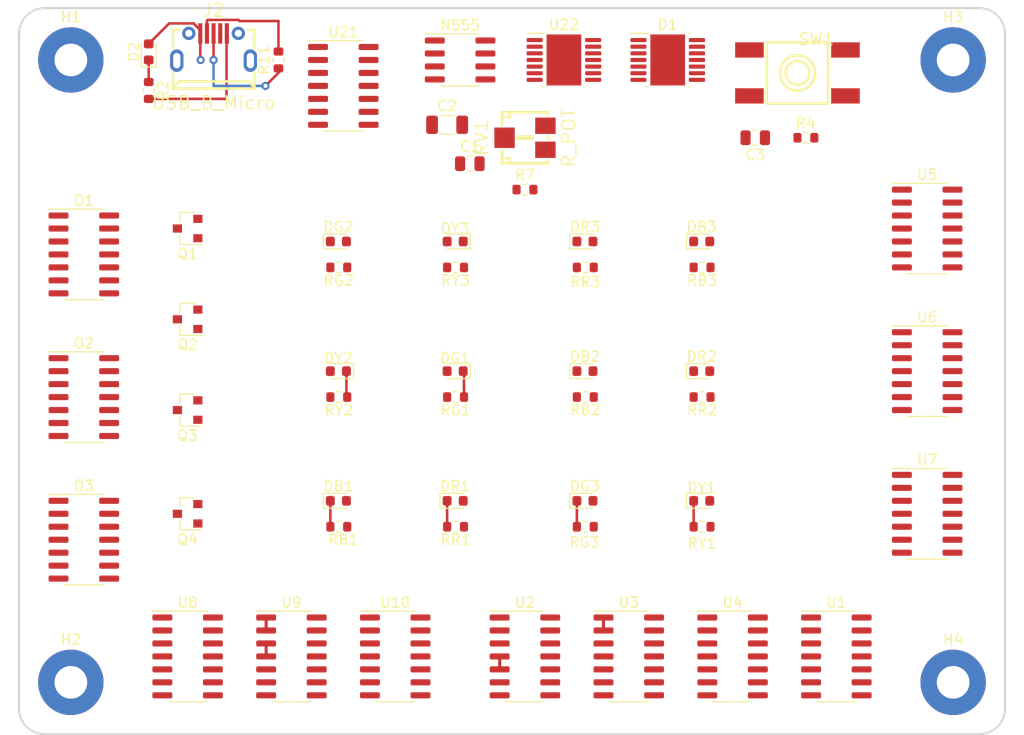
<source format=kicad_pcb>
(kicad_pcb (version 20171130) (host pcbnew "(5.1.8)-1")

  (general
    (thickness 1.6)
    (drawings 8)
    (tracks 42)
    (zones 0)
    (modules 60)
    (nets 90)
  )

  (page A4)
  (layers
    (0 F.Cu signal)
    (1 In1.Cu signal)
    (2 In2.Cu signal)
    (31 B.Cu signal)
    (32 B.Adhes user)
    (33 F.Adhes user)
    (34 B.Paste user)
    (35 F.Paste user)
    (36 B.SilkS user)
    (37 F.SilkS user)
    (38 B.Mask user)
    (39 F.Mask user)
    (40 Dwgs.User user)
    (41 Cmts.User user)
    (42 Eco1.User user)
    (43 Eco2.User user)
    (44 Edge.Cuts user)
    (45 Margin user)
    (46 B.CrtYd user)
    (47 F.CrtYd user)
    (48 B.Fab user)
    (49 F.Fab user)
  )

  (setup
    (last_trace_width 0.25)
    (user_trace_width 0.3)
    (user_trace_width 0.5)
    (user_trace_width 2)
    (trace_clearance 0.2)
    (zone_clearance 0.508)
    (zone_45_only no)
    (trace_min 0.2)
    (via_size 0.8)
    (via_drill 0.4)
    (via_min_size 0.45)
    (via_min_drill 0.2)
    (user_via 0.6 0.3)
    (user_via 1.4 0.8)
    (uvia_size 0.45)
    (uvia_drill 0.2)
    (uvias_allowed no)
    (uvia_min_size 0.45)
    (uvia_min_drill 0.2)
    (edge_width 0.2)
    (segment_width 0.2)
    (pcb_text_width 0.3)
    (pcb_text_size 1.5 1.5)
    (mod_edge_width 0.12)
    (mod_text_size 1 1)
    (mod_text_width 0.15)
    (pad_size 1.524 1.524)
    (pad_drill 0.762)
    (pad_to_mask_clearance 0.051)
    (solder_mask_min_width 0.25)
    (aux_axis_origin 0 0)
    (visible_elements 7FFFFFFF)
    (pcbplotparams
      (layerselection 0x010fc_ffffffff)
      (usegerberextensions false)
      (usegerberattributes false)
      (usegerberadvancedattributes false)
      (creategerberjobfile false)
      (excludeedgelayer true)
      (linewidth 0.100000)
      (plotframeref false)
      (viasonmask false)
      (mode 1)
      (useauxorigin false)
      (hpglpennumber 1)
      (hpglpenspeed 20)
      (hpglpendiameter 15.000000)
      (psnegative false)
      (psa4output false)
      (plotreference true)
      (plotvalue true)
      (plotinvisibletext false)
      (padsonsilk false)
      (subtractmaskfromsilk false)
      (outputformat 1)
      (mirror false)
      (drillshape 0)
      (scaleselection 1)
      (outputdirectory "gerber/"))
  )

  (net 0 "")
  (net 1 GND)
  (net 2 "Net-(D2-Pad1)")
  (net 3 "Net-(J2-Pad2)")
  (net 4 "Net-(J2-Pad3)")
  (net 5 "Net-(C1-Pad1)")
  (net 6 "Net-(C2-Pad1)")
  (net 7 "Net-(C3-Pad2)")
  (net 8 "Net-(DB1-Pad2)")
  (net 9 "Net-(DB1-Pad1)")
  (net 10 "Net-(DB2-Pad1)")
  (net 11 "Net-(DB3-Pad1)")
  (net 12 "Net-(DG1-Pad2)")
  (net 13 "Net-(DG1-Pad1)")
  (net 14 "Net-(DG2-Pad1)")
  (net 15 "Net-(DG3-Pad1)")
  (net 16 "Net-(DR1-Pad2)")
  (net 17 "Net-(DR1-Pad1)")
  (net 18 "Net-(DR2-Pad1)")
  (net 19 "Net-(DR3-Pad1)")
  (net 20 "Net-(DY1-Pad2)")
  (net 21 "Net-(DY1-Pad1)")
  (net 22 "Net-(DY2-Pad1)")
  (net 23 "Net-(N555-Pad7)")
  (net 24 "Net-(O1-Pad13)")
  (net 25 "Net-(O1-Pad12)")
  (net 26 "Net-(O1-Pad11)")
  (net 27 "Net-(O1-Pad3)")
  (net 28 "Net-(O2-Pad11)")
  (net 29 "Net-(O2-Pad10)")
  (net 30 "Net-(O2-Pad3)")
  (net 31 "Net-(O2-Pad8)")
  (net 32 "Net-(O3-Pad6)")
  (net 33 "Net-(O3-Pad3)")
  (net 34 /blue/VCC)
  (net 35 D2!Q)
  (net 36 555output)
  (net 37 D2Q)
  (net 38 D1!Q)
  (net 39 D1Q)
  (net 40 "Net-(D1-Pad2)")
  (net 41 "Net-(DY3-Pad1)")
  (net 42 /green/g1)
  (net 43 /green/g2)
  (net 44 /green/g3)
  (net 45 /green/g4)
  (net 46 /red/r1)
  (net 47 /red/r2)
  (net 48 /yellow/y3)
  (net 49 /yellow/y4)
  (net 50 /blue/b1)
  (net 51 /blue/b2)
  (net 52 /blue/b3)
  (net 53 /blue/b4)
  (net 54 "Net-(O3-Pad10)")
  (net 55 "Net-(O3-Pad9)")
  (net 56 /yellow/y1)
  (net 57 /yellow/y2)
  (net 58 JK2Q)
  (net 59 JK1Q)
  (net 60 "Net-(U2-Pad11)")
  (net 61 "Net-(U2-Pad10)")
  (net 62 "Net-(U2-Pad6)")
  (net 63 JK1!Q)
  (net 64 "Net-(U3-Pad13)")
  (net 65 "Net-(U3-Pad12)")
  (net 66 JK2!Q)
  (net 67 "Net-(U3-Pad8)")
  (net 68 "Net-(U3-Pad3)")
  (net 69 "Net-(U4-Pad1)")
  (net 70 "Net-(U5-Pad11)")
  (net 71 "Net-(U5-Pad10)")
  (net 72 "Net-(U5-Pad6)")
  (net 73 "Net-(U6-Pad11)")
  (net 74 "Net-(U6-Pad8)")
  (net 75 "Net-(U6-Pad3)")
  (net 76 "Net-(U7-Pad13)")
  (net 77 "Net-(U7-Pad12)")
  (net 78 "Net-(U8-Pad11)")
  (net 79 "Net-(U8-Pad10)")
  (net 80 "Net-(U8-Pad6)")
  (net 81 "Net-(U10-Pad1)")
  (net 82 "Net-(U10-Pad2)")
  (net 83 "Net-(U9-Pad3)")
  (net 84 "Net-(U10-Pad13)")
  (net 85 "Net-(U10-Pad12)")
  (net 86 "Net-(U21-Pad11)")
  (net 87 "Net-(U21-Pad8)")
  (net 88 "Net-(U21-Pad6)")
  (net 89 "Net-(U21-Pad3)")

  (net_class Default "This is the default net class."
    (clearance 0.2)
    (trace_width 0.25)
    (via_dia 0.8)
    (via_drill 0.4)
    (uvia_dia 0.45)
    (uvia_drill 0.2)
    (add_net /blue/VCC)
    (add_net /blue/b1)
    (add_net /blue/b2)
    (add_net /blue/b3)
    (add_net /blue/b4)
    (add_net /green/g1)
    (add_net /green/g2)
    (add_net /green/g3)
    (add_net /green/g4)
    (add_net /red/r1)
    (add_net /red/r2)
    (add_net /yellow/y1)
    (add_net /yellow/y2)
    (add_net /yellow/y3)
    (add_net /yellow/y4)
    (add_net 555output)
    (add_net D1!Q)
    (add_net D1Q)
    (add_net D2!Q)
    (add_net D2Q)
    (add_net GND)
    (add_net JK1!Q)
    (add_net JK1Q)
    (add_net JK2!Q)
    (add_net JK2Q)
    (add_net "Net-(C1-Pad1)")
    (add_net "Net-(C2-Pad1)")
    (add_net "Net-(C3-Pad2)")
    (add_net "Net-(D1-Pad2)")
    (add_net "Net-(D2-Pad1)")
    (add_net "Net-(DB1-Pad1)")
    (add_net "Net-(DB1-Pad2)")
    (add_net "Net-(DB2-Pad1)")
    (add_net "Net-(DB3-Pad1)")
    (add_net "Net-(DG1-Pad1)")
    (add_net "Net-(DG1-Pad2)")
    (add_net "Net-(DG2-Pad1)")
    (add_net "Net-(DG3-Pad1)")
    (add_net "Net-(DR1-Pad1)")
    (add_net "Net-(DR1-Pad2)")
    (add_net "Net-(DR2-Pad1)")
    (add_net "Net-(DR3-Pad1)")
    (add_net "Net-(DY1-Pad1)")
    (add_net "Net-(DY1-Pad2)")
    (add_net "Net-(DY2-Pad1)")
    (add_net "Net-(DY3-Pad1)")
    (add_net "Net-(J2-Pad2)")
    (add_net "Net-(J2-Pad3)")
    (add_net "Net-(N555-Pad7)")
    (add_net "Net-(O1-Pad11)")
    (add_net "Net-(O1-Pad12)")
    (add_net "Net-(O1-Pad13)")
    (add_net "Net-(O1-Pad3)")
    (add_net "Net-(O2-Pad10)")
    (add_net "Net-(O2-Pad11)")
    (add_net "Net-(O2-Pad3)")
    (add_net "Net-(O2-Pad8)")
    (add_net "Net-(O3-Pad10)")
    (add_net "Net-(O3-Pad3)")
    (add_net "Net-(O3-Pad6)")
    (add_net "Net-(O3-Pad9)")
    (add_net "Net-(U10-Pad1)")
    (add_net "Net-(U10-Pad12)")
    (add_net "Net-(U10-Pad13)")
    (add_net "Net-(U10-Pad2)")
    (add_net "Net-(U2-Pad10)")
    (add_net "Net-(U2-Pad11)")
    (add_net "Net-(U2-Pad6)")
    (add_net "Net-(U21-Pad11)")
    (add_net "Net-(U21-Pad3)")
    (add_net "Net-(U21-Pad6)")
    (add_net "Net-(U21-Pad8)")
    (add_net "Net-(U3-Pad12)")
    (add_net "Net-(U3-Pad13)")
    (add_net "Net-(U3-Pad3)")
    (add_net "Net-(U3-Pad8)")
    (add_net "Net-(U4-Pad1)")
    (add_net "Net-(U5-Pad10)")
    (add_net "Net-(U5-Pad11)")
    (add_net "Net-(U5-Pad6)")
    (add_net "Net-(U6-Pad11)")
    (add_net "Net-(U6-Pad3)")
    (add_net "Net-(U6-Pad8)")
    (add_net "Net-(U7-Pad12)")
    (add_net "Net-(U7-Pad13)")
    (add_net "Net-(U8-Pad10)")
    (add_net "Net-(U8-Pad11)")
    (add_net "Net-(U8-Pad6)")
    (add_net "Net-(U9-Pad3)")
  )

  (module Package_SO:HTSSOP-14-1EP_4.4x5mm_P0.65mm_EP3.4x5mm_Mask3x3.1mm (layer F.Cu) (tedit 5E6F5067) (tstamp 602C4CFF)
    (at 93.98 30.48)
    (descr "HTSSOP, 14 Pin (http://www.ti.com/lit/ds/symlink/lm5161.pdf#page=34), generated with kicad-footprint-generator ipc_gullwing_generator.py")
    (tags "HTSSOP SO")
    (path /6036071F)
    (attr smd)
    (fp_text reference U22 (at 0 -3.45) (layer F.SilkS)
      (effects (font (size 1 1) (thickness 0.15)))
    )
    (fp_text value 74HC74 (at 0 3.45) (layer F.Fab)
      (effects (font (size 1 1) (thickness 0.15)))
    )
    (fp_line (start 3.9 -2.75) (end -3.9 -2.75) (layer F.CrtYd) (width 0.05))
    (fp_line (start 3.9 2.75) (end 3.9 -2.75) (layer F.CrtYd) (width 0.05))
    (fp_line (start -3.9 2.75) (end 3.9 2.75) (layer F.CrtYd) (width 0.05))
    (fp_line (start -3.9 -2.75) (end -3.9 2.75) (layer F.CrtYd) (width 0.05))
    (fp_line (start -2.2 -1.5) (end -1.2 -2.5) (layer F.Fab) (width 0.1))
    (fp_line (start -2.2 2.5) (end -2.2 -1.5) (layer F.Fab) (width 0.1))
    (fp_line (start 2.2 2.5) (end -2.2 2.5) (layer F.Fab) (width 0.1))
    (fp_line (start 2.2 -2.5) (end 2.2 2.5) (layer F.Fab) (width 0.1))
    (fp_line (start -1.2 -2.5) (end 2.2 -2.5) (layer F.Fab) (width 0.1))
    (fp_line (start -1.935584 -2.61) (end -3.65 -2.61) (layer F.SilkS) (width 0.12))
    (fp_line (start 1.935584 -2.61) (end 2.2 -2.61) (layer F.SilkS) (width 0.12))
    (fp_line (start -1.935584 2.61) (end -2.2 2.61) (layer F.SilkS) (width 0.12))
    (fp_line (start 1.935584 2.61) (end 2.2 2.61) (layer F.SilkS) (width 0.12))
    (fp_text user %R (at 0 0) (layer F.Fab)
      (effects (font (size 1 1) (thickness 0.15)))
    )
    (pad "" smd roundrect (at 0.75 0.775) (size 1.21 1.25) (layers F.Paste) (roundrect_rratio 0.206612))
    (pad "" smd roundrect (at 0.75 -0.775) (size 1.21 1.25) (layers F.Paste) (roundrect_rratio 0.206612))
    (pad "" smd roundrect (at -0.75 0.775) (size 1.21 1.25) (layers F.Paste) (roundrect_rratio 0.206612))
    (pad "" smd roundrect (at -0.75 -0.775) (size 1.21 1.25) (layers F.Paste) (roundrect_rratio 0.206612))
    (pad 15 smd rect (at 0 0) (size 3.4 5) (layers F.Cu))
    (pad "" smd rect (at 0 0) (size 3 3.1) (layers F.Mask))
    (pad 14 smd roundrect (at 2.8625 -1.95) (size 1.575 0.4) (layers F.Cu F.Paste F.Mask) (roundrect_rratio 0.25)
      (net 34 /blue/VCC))
    (pad 13 smd roundrect (at 2.8625 -1.3) (size 1.575 0.4) (layers F.Cu F.Paste F.Mask) (roundrect_rratio 0.25)
      (net 86 "Net-(U21-Pad11)"))
    (pad 12 smd roundrect (at 2.8625 -0.65) (size 1.575 0.4) (layers F.Cu F.Paste F.Mask) (roundrect_rratio 0.25)
      (net 1 GND))
    (pad 11 smd roundrect (at 2.8625 0) (size 1.575 0.4) (layers F.Cu F.Paste F.Mask) (roundrect_rratio 0.25)
      (net 36 555output))
    (pad 10 smd roundrect (at 2.8625 0.65) (size 1.575 0.4) (layers F.Cu F.Paste F.Mask) (roundrect_rratio 0.25)
      (net 87 "Net-(U21-Pad8)"))
    (pad 9 smd roundrect (at 2.8625 1.3) (size 1.575 0.4) (layers F.Cu F.Paste F.Mask) (roundrect_rratio 0.25)
      (net 58 JK2Q))
    (pad 8 smd roundrect (at 2.8625 1.95) (size 1.575 0.4) (layers F.Cu F.Paste F.Mask) (roundrect_rratio 0.25)
      (net 66 JK2!Q))
    (pad 7 smd roundrect (at -2.8625 1.95) (size 1.575 0.4) (layers F.Cu F.Paste F.Mask) (roundrect_rratio 0.25)
      (net 1 GND))
    (pad 6 smd roundrect (at -2.8625 1.3) (size 1.575 0.4) (layers F.Cu F.Paste F.Mask) (roundrect_rratio 0.25)
      (net 63 JK1!Q))
    (pad 5 smd roundrect (at -2.8625 0.65) (size 1.575 0.4) (layers F.Cu F.Paste F.Mask) (roundrect_rratio 0.25)
      (net 59 JK1Q))
    (pad 4 smd roundrect (at -2.8625 0) (size 1.575 0.4) (layers F.Cu F.Paste F.Mask) (roundrect_rratio 0.25)
      (net 89 "Net-(U21-Pad3)"))
    (pad 3 smd roundrect (at -2.8625 -0.65) (size 1.575 0.4) (layers F.Cu F.Paste F.Mask) (roundrect_rratio 0.25)
      (net 36 555output))
    (pad 2 smd roundrect (at -2.8625 -1.3) (size 1.575 0.4) (layers F.Cu F.Paste F.Mask) (roundrect_rratio 0.25)
      (net 1 GND))
    (pad 1 smd roundrect (at -2.8625 -1.95) (size 1.575 0.4) (layers F.Cu F.Paste F.Mask) (roundrect_rratio 0.25)
      (net 88 "Net-(U21-Pad6)"))
    (model ${KISYS3DMOD}/Package_SO.3dshapes/HTSSOP-14-1EP_4.4x5mm_P0.65mm_EP3.4x5mm_Mask3x3.1mm.wrl
      (at (xyz 0 0 0))
      (scale (xyz 1 1 1))
      (rotate (xyz 0 0 0))
    )
  )

  (module Package_SO:SOIC-14_3.9x8.7mm_P1.27mm (layer F.Cu) (tedit 5D9F72B1) (tstamp 602C39F3)
    (at 72.39 33.02)
    (descr "SOIC, 14 Pin (JEDEC MS-012AB, https://www.analog.com/media/en/package-pcb-resources/package/pkg_pdf/soic_narrow-r/r_14.pdf), generated with kicad-footprint-generator ipc_gullwing_generator.py")
    (tags "SOIC SO")
    (path /603E5393)
    (attr smd)
    (fp_text reference U21 (at 0 -5.28) (layer F.SilkS)
      (effects (font (size 1 1) (thickness 0.15)))
    )
    (fp_text value 74HC08 (at 0 5.28) (layer F.Fab)
      (effects (font (size 1 1) (thickness 0.15)))
    )
    (fp_line (start 3.7 -4.58) (end -3.7 -4.58) (layer F.CrtYd) (width 0.05))
    (fp_line (start 3.7 4.58) (end 3.7 -4.58) (layer F.CrtYd) (width 0.05))
    (fp_line (start -3.7 4.58) (end 3.7 4.58) (layer F.CrtYd) (width 0.05))
    (fp_line (start -3.7 -4.58) (end -3.7 4.58) (layer F.CrtYd) (width 0.05))
    (fp_line (start -1.95 -3.35) (end -0.975 -4.325) (layer F.Fab) (width 0.1))
    (fp_line (start -1.95 4.325) (end -1.95 -3.35) (layer F.Fab) (width 0.1))
    (fp_line (start 1.95 4.325) (end -1.95 4.325) (layer F.Fab) (width 0.1))
    (fp_line (start 1.95 -4.325) (end 1.95 4.325) (layer F.Fab) (width 0.1))
    (fp_line (start -0.975 -4.325) (end 1.95 -4.325) (layer F.Fab) (width 0.1))
    (fp_line (start 0 -4.435) (end -3.45 -4.435) (layer F.SilkS) (width 0.12))
    (fp_line (start 0 -4.435) (end 1.95 -4.435) (layer F.SilkS) (width 0.12))
    (fp_line (start 0 4.435) (end -1.95 4.435) (layer F.SilkS) (width 0.12))
    (fp_line (start 0 4.435) (end 1.95 4.435) (layer F.SilkS) (width 0.12))
    (fp_text user %R (at 0 0) (layer F.Fab)
      (effects (font (size 0.98 0.98) (thickness 0.15)))
    )
    (pad 14 smd roundrect (at 2.475 -3.81) (size 1.95 0.6) (layers F.Cu F.Paste F.Mask) (roundrect_rratio 0.25)
      (net 34 /blue/VCC))
    (pad 13 smd roundrect (at 2.475 -2.54) (size 1.95 0.6) (layers F.Cu F.Paste F.Mask) (roundrect_rratio 0.25)
      (net 34 /blue/VCC))
    (pad 12 smd roundrect (at 2.475 -1.27) (size 1.95 0.6) (layers F.Cu F.Paste F.Mask) (roundrect_rratio 0.25)
      (net 58 JK2Q))
    (pad 11 smd roundrect (at 2.475 0) (size 1.95 0.6) (layers F.Cu F.Paste F.Mask) (roundrect_rratio 0.25)
      (net 86 "Net-(U21-Pad11)"))
    (pad 10 smd roundrect (at 2.475 1.27) (size 1.95 0.6) (layers F.Cu F.Paste F.Mask) (roundrect_rratio 0.25)
      (net 66 JK2!Q))
    (pad 9 smd roundrect (at 2.475 2.54) (size 1.95 0.6) (layers F.Cu F.Paste F.Mask) (roundrect_rratio 0.25)
      (net 59 JK1Q))
    (pad 8 smd roundrect (at 2.475 3.81) (size 1.95 0.6) (layers F.Cu F.Paste F.Mask) (roundrect_rratio 0.25)
      (net 87 "Net-(U21-Pad8)"))
    (pad 7 smd roundrect (at -2.475 3.81) (size 1.95 0.6) (layers F.Cu F.Paste F.Mask) (roundrect_rratio 0.25)
      (net 1 GND))
    (pad 6 smd roundrect (at -2.475 2.54) (size 1.95 0.6) (layers F.Cu F.Paste F.Mask) (roundrect_rratio 0.25)
      (net 88 "Net-(U21-Pad6)"))
    (pad 5 smd roundrect (at -2.475 1.27) (size 1.95 0.6) (layers F.Cu F.Paste F.Mask) (roundrect_rratio 0.25)
      (net 34 /blue/VCC))
    (pad 4 smd roundrect (at -2.475 0) (size 1.95 0.6) (layers F.Cu F.Paste F.Mask) (roundrect_rratio 0.25)
      (net 59 JK1Q))
    (pad 3 smd roundrect (at -2.475 -1.27) (size 1.95 0.6) (layers F.Cu F.Paste F.Mask) (roundrect_rratio 0.25)
      (net 89 "Net-(U21-Pad3)"))
    (pad 2 smd roundrect (at -2.475 -2.54) (size 1.95 0.6) (layers F.Cu F.Paste F.Mask) (roundrect_rratio 0.25)
      (net 63 JK1!Q))
    (pad 1 smd roundrect (at -2.475 -3.81) (size 1.95 0.6) (layers F.Cu F.Paste F.Mask) (roundrect_rratio 0.25)
      (net 7 "Net-(C3-Pad2)"))
    (model ${KISYS3DMOD}/Package_SO.3dshapes/SOIC-14_3.9x8.7mm_P1.27mm.wrl
      (at (xyz 0 0 0))
      (scale (xyz 1 1 1))
      (rotate (xyz 0 0 0))
    )
  )

  (module Package_SO:SOIC-14_3.9x8.7mm_P1.27mm (layer F.Cu) (tedit 5D9F72B1) (tstamp 602C39D3)
    (at 77.47 88.9)
    (descr "SOIC, 14 Pin (JEDEC MS-012AB, https://www.analog.com/media/en/package-pcb-resources/package/pkg_pdf/soic_narrow-r/r_14.pdf), generated with kicad-footprint-generator ipc_gullwing_generator.py")
    (tags "SOIC SO")
    (path /60019DBB/5FFFDDDA)
    (attr smd)
    (fp_text reference U10 (at 0 -5.28) (layer F.SilkS)
      (effects (font (size 1 1) (thickness 0.15)))
    )
    (fp_text value 74HC08 (at 0 5.28) (layer F.Fab)
      (effects (font (size 1 1) (thickness 0.15)))
    )
    (fp_line (start 3.7 -4.58) (end -3.7 -4.58) (layer F.CrtYd) (width 0.05))
    (fp_line (start 3.7 4.58) (end 3.7 -4.58) (layer F.CrtYd) (width 0.05))
    (fp_line (start -3.7 4.58) (end 3.7 4.58) (layer F.CrtYd) (width 0.05))
    (fp_line (start -3.7 -4.58) (end -3.7 4.58) (layer F.CrtYd) (width 0.05))
    (fp_line (start -1.95 -3.35) (end -0.975 -4.325) (layer F.Fab) (width 0.1))
    (fp_line (start -1.95 4.325) (end -1.95 -3.35) (layer F.Fab) (width 0.1))
    (fp_line (start 1.95 4.325) (end -1.95 4.325) (layer F.Fab) (width 0.1))
    (fp_line (start 1.95 -4.325) (end 1.95 4.325) (layer F.Fab) (width 0.1))
    (fp_line (start -0.975 -4.325) (end 1.95 -4.325) (layer F.Fab) (width 0.1))
    (fp_line (start 0 -4.435) (end -3.45 -4.435) (layer F.SilkS) (width 0.12))
    (fp_line (start 0 -4.435) (end 1.95 -4.435) (layer F.SilkS) (width 0.12))
    (fp_line (start 0 4.435) (end -1.95 4.435) (layer F.SilkS) (width 0.12))
    (fp_line (start 0 4.435) (end 1.95 4.435) (layer F.SilkS) (width 0.12))
    (fp_text user %R (at 0 0) (layer F.Fab)
      (effects (font (size 0.98 0.98) (thickness 0.15)))
    )
    (pad 14 smd roundrect (at 2.475 -3.81) (size 1.95 0.6) (layers F.Cu F.Paste F.Mask) (roundrect_rratio 0.25)
      (net 34 /blue/VCC))
    (pad 13 smd roundrect (at 2.475 -2.54) (size 1.95 0.6) (layers F.Cu F.Paste F.Mask) (roundrect_rratio 0.25)
      (net 84 "Net-(U10-Pad13)"))
    (pad 12 smd roundrect (at 2.475 -1.27) (size 1.95 0.6) (layers F.Cu F.Paste F.Mask) (roundrect_rratio 0.25)
      (net 85 "Net-(U10-Pad12)"))
    (pad 11 smd roundrect (at 2.475 0) (size 1.95 0.6) (layers F.Cu F.Paste F.Mask) (roundrect_rratio 0.25)
      (net 49 /yellow/y4))
    (pad 10 smd roundrect (at 2.475 1.27) (size 1.95 0.6) (layers F.Cu F.Paste F.Mask) (roundrect_rratio 0.25)
      (net 39 D1Q))
    (pad 9 smd roundrect (at 2.475 2.54) (size 1.95 0.6) (layers F.Cu F.Paste F.Mask) (roundrect_rratio 0.25)
      (net 35 D2!Q))
    (pad 8 smd roundrect (at 2.475 3.81) (size 1.95 0.6) (layers F.Cu F.Paste F.Mask) (roundrect_rratio 0.25)
      (net 85 "Net-(U10-Pad12)"))
    (pad 7 smd roundrect (at -2.475 3.81) (size 1.95 0.6) (layers F.Cu F.Paste F.Mask) (roundrect_rratio 0.25)
      (net 1 GND))
    (pad 6 smd roundrect (at -2.475 2.54) (size 1.95 0.6) (layers F.Cu F.Paste F.Mask) (roundrect_rratio 0.25)
      (net 84 "Net-(U10-Pad13)"))
    (pad 5 smd roundrect (at -2.475 1.27) (size 1.95 0.6) (layers F.Cu F.Paste F.Mask) (roundrect_rratio 0.25)
      (net 66 JK2!Q))
    (pad 4 smd roundrect (at -2.475 0) (size 1.95 0.6) (layers F.Cu F.Paste F.Mask) (roundrect_rratio 0.25)
      (net 59 JK1Q))
    (pad 3 smd roundrect (at -2.475 -1.27) (size 1.95 0.6) (layers F.Cu F.Paste F.Mask) (roundrect_rratio 0.25)
      (net 48 /yellow/y3))
    (pad 2 smd roundrect (at -2.475 -2.54) (size 1.95 0.6) (layers F.Cu F.Paste F.Mask) (roundrect_rratio 0.25)
      (net 82 "Net-(U10-Pad2)"))
    (pad 1 smd roundrect (at -2.475 -3.81) (size 1.95 0.6) (layers F.Cu F.Paste F.Mask) (roundrect_rratio 0.25)
      (net 81 "Net-(U10-Pad1)"))
    (model ${KISYS3DMOD}/Package_SO.3dshapes/SOIC-14_3.9x8.7mm_P1.27mm.wrl
      (at (xyz 0 0 0))
      (scale (xyz 1 1 1))
      (rotate (xyz 0 0 0))
    )
  )

  (module Package_SO:SOIC-14_3.9x8.7mm_P1.27mm (layer F.Cu) (tedit 5D9F72B1) (tstamp 602C39B3)
    (at 67.31 88.9)
    (descr "SOIC, 14 Pin (JEDEC MS-012AB, https://www.analog.com/media/en/package-pcb-resources/package/pkg_pdf/soic_narrow-r/r_14.pdf), generated with kicad-footprint-generator ipc_gullwing_generator.py")
    (tags "SOIC SO")
    (path /60019DBB/5FFFCE4C)
    (attr smd)
    (fp_text reference U9 (at 0 -5.28) (layer F.SilkS)
      (effects (font (size 1 1) (thickness 0.15)))
    )
    (fp_text value 74HC08 (at 0 5.28) (layer F.Fab)
      (effects (font (size 1 1) (thickness 0.15)))
    )
    (fp_line (start 3.7 -4.58) (end -3.7 -4.58) (layer F.CrtYd) (width 0.05))
    (fp_line (start 3.7 4.58) (end 3.7 -4.58) (layer F.CrtYd) (width 0.05))
    (fp_line (start -3.7 4.58) (end 3.7 4.58) (layer F.CrtYd) (width 0.05))
    (fp_line (start -3.7 -4.58) (end -3.7 4.58) (layer F.CrtYd) (width 0.05))
    (fp_line (start -1.95 -3.35) (end -0.975 -4.325) (layer F.Fab) (width 0.1))
    (fp_line (start -1.95 4.325) (end -1.95 -3.35) (layer F.Fab) (width 0.1))
    (fp_line (start 1.95 4.325) (end -1.95 4.325) (layer F.Fab) (width 0.1))
    (fp_line (start 1.95 -4.325) (end 1.95 4.325) (layer F.Fab) (width 0.1))
    (fp_line (start -0.975 -4.325) (end 1.95 -4.325) (layer F.Fab) (width 0.1))
    (fp_line (start 0 -4.435) (end -3.45 -4.435) (layer F.SilkS) (width 0.12))
    (fp_line (start 0 -4.435) (end 1.95 -4.435) (layer F.SilkS) (width 0.12))
    (fp_line (start 0 4.435) (end -1.95 4.435) (layer F.SilkS) (width 0.12))
    (fp_line (start 0 4.435) (end 1.95 4.435) (layer F.SilkS) (width 0.12))
    (fp_text user %R (at 0 0) (layer F.Fab)
      (effects (font (size 0.98 0.98) (thickness 0.15)))
    )
    (pad 14 smd roundrect (at 2.475 -3.81) (size 1.95 0.6) (layers F.Cu F.Paste F.Mask) (roundrect_rratio 0.25)
      (net 34 /blue/VCC))
    (pad 13 smd roundrect (at 2.475 -2.54) (size 1.95 0.6) (layers F.Cu F.Paste F.Mask) (roundrect_rratio 0.25)
      (net 39 D1Q))
    (pad 12 smd roundrect (at 2.475 -1.27) (size 1.95 0.6) (layers F.Cu F.Paste F.Mask) (roundrect_rratio 0.25)
      (net 66 JK2!Q))
    (pad 11 smd roundrect (at 2.475 0) (size 1.95 0.6) (layers F.Cu F.Paste F.Mask) (roundrect_rratio 0.25)
      (net 81 "Net-(U10-Pad1)"))
    (pad 10 smd roundrect (at 2.475 1.27) (size 1.95 0.6) (layers F.Cu F.Paste F.Mask) (roundrect_rratio 0.25)
      (net 63 JK1!Q))
    (pad 9 smd roundrect (at 2.475 2.54) (size 1.95 0.6) (layers F.Cu F.Paste F.Mask) (roundrect_rratio 0.25)
      (net 37 D2Q))
    (pad 8 smd roundrect (at 2.475 3.81) (size 1.95 0.6) (layers F.Cu F.Paste F.Mask) (roundrect_rratio 0.25)
      (net 82 "Net-(U10-Pad2)"))
    (pad 7 smd roundrect (at -2.475 3.81) (size 1.95 0.6) (layers F.Cu F.Paste F.Mask) (roundrect_rratio 0.25)
      (net 1 GND))
    (pad 6 smd roundrect (at -2.475 2.54) (size 1.95 0.6) (layers F.Cu F.Paste F.Mask) (roundrect_rratio 0.25)
      (net 57 /yellow/y2))
    (pad 5 smd roundrect (at -2.475 1.27) (size 1.95 0.6) (layers F.Cu F.Paste F.Mask) (roundrect_rratio 0.25)
      (net 78 "Net-(U8-Pad11)"))
    (pad 4 smd roundrect (at -2.475 0) (size 1.95 0.6) (layers F.Cu F.Paste F.Mask) (roundrect_rratio 0.25)
      (net 83 "Net-(U9-Pad3)"))
    (pad 3 smd roundrect (at -2.475 -1.27) (size 1.95 0.6) (layers F.Cu F.Paste F.Mask) (roundrect_rratio 0.25)
      (net 83 "Net-(U9-Pad3)"))
    (pad 2 smd roundrect (at -2.475 -2.54) (size 1.95 0.6) (layers F.Cu F.Paste F.Mask) (roundrect_rratio 0.25)
      (net 35 D2!Q))
    (pad 1 smd roundrect (at -2.475 -3.81) (size 1.95 0.6) (layers F.Cu F.Paste F.Mask) (roundrect_rratio 0.25)
      (net 35 D2!Q))
    (model ${KISYS3DMOD}/Package_SO.3dshapes/SOIC-14_3.9x8.7mm_P1.27mm.wrl
      (at (xyz 0 0 0))
      (scale (xyz 1 1 1))
      (rotate (xyz 0 0 0))
    )
  )

  (module Package_SO:SOIC-14_3.9x8.7mm_P1.27mm (layer F.Cu) (tedit 5D9F72B1) (tstamp 602C3993)
    (at 57.15 88.9)
    (descr "SOIC, 14 Pin (JEDEC MS-012AB, https://www.analog.com/media/en/package-pcb-resources/package/pkg_pdf/soic_narrow-r/r_14.pdf), generated with kicad-footprint-generator ipc_gullwing_generator.py")
    (tags "SOIC SO")
    (path /60019DBB/5FFFB610)
    (attr smd)
    (fp_text reference U8 (at 0 -5.28) (layer F.SilkS)
      (effects (font (size 1 1) (thickness 0.15)))
    )
    (fp_text value 74HC08 (at 0 5.28) (layer F.Fab)
      (effects (font (size 1 1) (thickness 0.15)))
    )
    (fp_line (start 3.7 -4.58) (end -3.7 -4.58) (layer F.CrtYd) (width 0.05))
    (fp_line (start 3.7 4.58) (end 3.7 -4.58) (layer F.CrtYd) (width 0.05))
    (fp_line (start -3.7 4.58) (end 3.7 4.58) (layer F.CrtYd) (width 0.05))
    (fp_line (start -3.7 -4.58) (end -3.7 4.58) (layer F.CrtYd) (width 0.05))
    (fp_line (start -1.95 -3.35) (end -0.975 -4.325) (layer F.Fab) (width 0.1))
    (fp_line (start -1.95 4.325) (end -1.95 -3.35) (layer F.Fab) (width 0.1))
    (fp_line (start 1.95 4.325) (end -1.95 4.325) (layer F.Fab) (width 0.1))
    (fp_line (start 1.95 -4.325) (end 1.95 4.325) (layer F.Fab) (width 0.1))
    (fp_line (start -0.975 -4.325) (end 1.95 -4.325) (layer F.Fab) (width 0.1))
    (fp_line (start 0 -4.435) (end -3.45 -4.435) (layer F.SilkS) (width 0.12))
    (fp_line (start 0 -4.435) (end 1.95 -4.435) (layer F.SilkS) (width 0.12))
    (fp_line (start 0 4.435) (end -1.95 4.435) (layer F.SilkS) (width 0.12))
    (fp_line (start 0 4.435) (end 1.95 4.435) (layer F.SilkS) (width 0.12))
    (fp_text user %R (at 0 0) (layer F.Fab)
      (effects (font (size 0.98 0.98) (thickness 0.15)))
    )
    (pad 14 smd roundrect (at 2.475 -3.81) (size 1.95 0.6) (layers F.Cu F.Paste F.Mask) (roundrect_rratio 0.25)
      (net 34 /blue/VCC))
    (pad 13 smd roundrect (at 2.475 -2.54) (size 1.95 0.6) (layers F.Cu F.Paste F.Mask) (roundrect_rratio 0.25)
      (net 63 JK1!Q))
    (pad 12 smd roundrect (at 2.475 -1.27) (size 1.95 0.6) (layers F.Cu F.Paste F.Mask) (roundrect_rratio 0.25)
      (net 58 JK2Q))
    (pad 11 smd roundrect (at 2.475 0) (size 1.95 0.6) (layers F.Cu F.Paste F.Mask) (roundrect_rratio 0.25)
      (net 78 "Net-(U8-Pad11)"))
    (pad 10 smd roundrect (at 2.475 1.27) (size 1.95 0.6) (layers F.Cu F.Paste F.Mask) (roundrect_rratio 0.25)
      (net 79 "Net-(U8-Pad10)"))
    (pad 9 smd roundrect (at 2.475 2.54) (size 1.95 0.6) (layers F.Cu F.Paste F.Mask) (roundrect_rratio 0.25)
      (net 80 "Net-(U8-Pad6)"))
    (pad 8 smd roundrect (at 2.475 3.81) (size 1.95 0.6) (layers F.Cu F.Paste F.Mask) (roundrect_rratio 0.25)
      (net 56 /yellow/y1))
    (pad 7 smd roundrect (at -2.475 3.81) (size 1.95 0.6) (layers F.Cu F.Paste F.Mask) (roundrect_rratio 0.25)
      (net 1 GND))
    (pad 6 smd roundrect (at -2.475 2.54) (size 1.95 0.6) (layers F.Cu F.Paste F.Mask) (roundrect_rratio 0.25)
      (net 80 "Net-(U8-Pad6)"))
    (pad 5 smd roundrect (at -2.475 1.27) (size 1.95 0.6) (layers F.Cu F.Paste F.Mask) (roundrect_rratio 0.25)
      (net 37 D2Q))
    (pad 4 smd roundrect (at -2.475 0) (size 1.95 0.6) (layers F.Cu F.Paste F.Mask) (roundrect_rratio 0.25)
      (net 37 D2Q))
    (pad 3 smd roundrect (at -2.475 -1.27) (size 1.95 0.6) (layers F.Cu F.Paste F.Mask) (roundrect_rratio 0.25)
      (net 79 "Net-(U8-Pad10)"))
    (pad 2 smd roundrect (at -2.475 -2.54) (size 1.95 0.6) (layers F.Cu F.Paste F.Mask) (roundrect_rratio 0.25)
      (net 59 JK1Q))
    (pad 1 smd roundrect (at -2.475 -3.81) (size 1.95 0.6) (layers F.Cu F.Paste F.Mask) (roundrect_rratio 0.25)
      (net 58 JK2Q))
    (model ${KISYS3DMOD}/Package_SO.3dshapes/SOIC-14_3.9x8.7mm_P1.27mm.wrl
      (at (xyz 0 0 0))
      (scale (xyz 1 1 1))
      (rotate (xyz 0 0 0))
    )
  )

  (module Package_SO:SOIC-14_3.9x8.7mm_P1.27mm (layer F.Cu) (tedit 5D9F72B1) (tstamp 602C3973)
    (at 129.54 74.93)
    (descr "SOIC, 14 Pin (JEDEC MS-012AB, https://www.analog.com/media/en/package-pcb-resources/package/pkg_pdf/soic_narrow-r/r_14.pdf), generated with kicad-footprint-generator ipc_gullwing_generator.py")
    (tags "SOIC SO")
    (path /6004480C/5FFF4913)
    (attr smd)
    (fp_text reference U7 (at 0 -5.28) (layer F.SilkS)
      (effects (font (size 1 1) (thickness 0.15)))
    )
    (fp_text value 74HC08 (at 0 5.28) (layer F.Fab)
      (effects (font (size 1 1) (thickness 0.15)))
    )
    (fp_line (start 3.7 -4.58) (end -3.7 -4.58) (layer F.CrtYd) (width 0.05))
    (fp_line (start 3.7 4.58) (end 3.7 -4.58) (layer F.CrtYd) (width 0.05))
    (fp_line (start -3.7 4.58) (end 3.7 4.58) (layer F.CrtYd) (width 0.05))
    (fp_line (start -3.7 -4.58) (end -3.7 4.58) (layer F.CrtYd) (width 0.05))
    (fp_line (start -1.95 -3.35) (end -0.975 -4.325) (layer F.Fab) (width 0.1))
    (fp_line (start -1.95 4.325) (end -1.95 -3.35) (layer F.Fab) (width 0.1))
    (fp_line (start 1.95 4.325) (end -1.95 4.325) (layer F.Fab) (width 0.1))
    (fp_line (start 1.95 -4.325) (end 1.95 4.325) (layer F.Fab) (width 0.1))
    (fp_line (start -0.975 -4.325) (end 1.95 -4.325) (layer F.Fab) (width 0.1))
    (fp_line (start 0 -4.435) (end -3.45 -4.435) (layer F.SilkS) (width 0.12))
    (fp_line (start 0 -4.435) (end 1.95 -4.435) (layer F.SilkS) (width 0.12))
    (fp_line (start 0 4.435) (end -1.95 4.435) (layer F.SilkS) (width 0.12))
    (fp_line (start 0 4.435) (end 1.95 4.435) (layer F.SilkS) (width 0.12))
    (fp_text user %R (at 0 0) (layer F.Fab)
      (effects (font (size 0.98 0.98) (thickness 0.15)))
    )
    (pad 14 smd roundrect (at 2.475 -3.81) (size 1.95 0.6) (layers F.Cu F.Paste F.Mask) (roundrect_rratio 0.25)
      (net 34 /blue/VCC))
    (pad 13 smd roundrect (at 2.475 -2.54) (size 1.95 0.6) (layers F.Cu F.Paste F.Mask) (roundrect_rratio 0.25)
      (net 76 "Net-(U7-Pad13)"))
    (pad 12 smd roundrect (at 2.475 -1.27) (size 1.95 0.6) (layers F.Cu F.Paste F.Mask) (roundrect_rratio 0.25)
      (net 77 "Net-(U7-Pad12)"))
    (pad 11 smd roundrect (at 2.475 0) (size 1.95 0.6) (layers F.Cu F.Paste F.Mask) (roundrect_rratio 0.25)
      (net 53 /blue/b4))
    (pad 10 smd roundrect (at 2.475 1.27) (size 1.95 0.6) (layers F.Cu F.Paste F.Mask) (roundrect_rratio 0.25)
      (net 38 D1!Q))
    (pad 9 smd roundrect (at 2.475 2.54) (size 1.95 0.6) (layers F.Cu F.Paste F.Mask) (roundrect_rratio 0.25)
      (net 38 D1!Q))
    (pad 8 smd roundrect (at 2.475 3.81) (size 1.95 0.6) (layers F.Cu F.Paste F.Mask) (roundrect_rratio 0.25)
      (net 77 "Net-(U7-Pad12)"))
    (pad 7 smd roundrect (at -2.475 3.81) (size 1.95 0.6) (layers F.Cu F.Paste F.Mask) (roundrect_rratio 0.25)
      (net 1 GND))
    (pad 6 smd roundrect (at -2.475 2.54) (size 1.95 0.6) (layers F.Cu F.Paste F.Mask) (roundrect_rratio 0.25)
      (net 76 "Net-(U7-Pad13)"))
    (pad 5 smd roundrect (at -2.475 1.27) (size 1.95 0.6) (layers F.Cu F.Paste F.Mask) (roundrect_rratio 0.25)
      (net 59 JK1Q))
    (pad 4 smd roundrect (at -2.475 0) (size 1.95 0.6) (layers F.Cu F.Paste F.Mask) (roundrect_rratio 0.25)
      (net 37 D2Q))
    (pad 3 smd roundrect (at -2.475 -1.27) (size 1.95 0.6) (layers F.Cu F.Paste F.Mask) (roundrect_rratio 0.25)
      (net 52 /blue/b3))
    (pad 2 smd roundrect (at -2.475 -2.54) (size 1.95 0.6) (layers F.Cu F.Paste F.Mask) (roundrect_rratio 0.25)
      (net 74 "Net-(U6-Pad8)"))
    (pad 1 smd roundrect (at -2.475 -3.81) (size 1.95 0.6) (layers F.Cu F.Paste F.Mask) (roundrect_rratio 0.25)
      (net 73 "Net-(U6-Pad11)"))
    (model ${KISYS3DMOD}/Package_SO.3dshapes/SOIC-14_3.9x8.7mm_P1.27mm.wrl
      (at (xyz 0 0 0))
      (scale (xyz 1 1 1))
      (rotate (xyz 0 0 0))
    )
  )

  (module Package_SO:SOIC-14_3.9x8.7mm_P1.27mm (layer F.Cu) (tedit 5D9F72B1) (tstamp 602C3953)
    (at 129.54 60.96)
    (descr "SOIC, 14 Pin (JEDEC MS-012AB, https://www.analog.com/media/en/package-pcb-resources/package/pkg_pdf/soic_narrow-r/r_14.pdf), generated with kicad-footprint-generator ipc_gullwing_generator.py")
    (tags "SOIC SO")
    (path /6004480C/5FFF260A)
    (attr smd)
    (fp_text reference U6 (at 0 -5.28) (layer F.SilkS)
      (effects (font (size 1 1) (thickness 0.15)))
    )
    (fp_text value 74HC08 (at 0 5.28) (layer F.Fab)
      (effects (font (size 1 1) (thickness 0.15)))
    )
    (fp_line (start 3.7 -4.58) (end -3.7 -4.58) (layer F.CrtYd) (width 0.05))
    (fp_line (start 3.7 4.58) (end 3.7 -4.58) (layer F.CrtYd) (width 0.05))
    (fp_line (start -3.7 4.58) (end 3.7 4.58) (layer F.CrtYd) (width 0.05))
    (fp_line (start -3.7 -4.58) (end -3.7 4.58) (layer F.CrtYd) (width 0.05))
    (fp_line (start -1.95 -3.35) (end -0.975 -4.325) (layer F.Fab) (width 0.1))
    (fp_line (start -1.95 4.325) (end -1.95 -3.35) (layer F.Fab) (width 0.1))
    (fp_line (start 1.95 4.325) (end -1.95 4.325) (layer F.Fab) (width 0.1))
    (fp_line (start 1.95 -4.325) (end 1.95 4.325) (layer F.Fab) (width 0.1))
    (fp_line (start -0.975 -4.325) (end 1.95 -4.325) (layer F.Fab) (width 0.1))
    (fp_line (start 0 -4.435) (end -3.45 -4.435) (layer F.SilkS) (width 0.12))
    (fp_line (start 0 -4.435) (end 1.95 -4.435) (layer F.SilkS) (width 0.12))
    (fp_line (start 0 4.435) (end -1.95 4.435) (layer F.SilkS) (width 0.12))
    (fp_line (start 0 4.435) (end 1.95 4.435) (layer F.SilkS) (width 0.12))
    (fp_text user %R (at 0 0) (layer F.Fab)
      (effects (font (size 0.98 0.98) (thickness 0.15)))
    )
    (pad 14 smd roundrect (at 2.475 -3.81) (size 1.95 0.6) (layers F.Cu F.Paste F.Mask) (roundrect_rratio 0.25)
      (net 34 /blue/VCC))
    (pad 13 smd roundrect (at 2.475 -2.54) (size 1.95 0.6) (layers F.Cu F.Paste F.Mask) (roundrect_rratio 0.25)
      (net 39 D1Q))
    (pad 12 smd roundrect (at 2.475 -1.27) (size 1.95 0.6) (layers F.Cu F.Paste F.Mask) (roundrect_rratio 0.25)
      (net 39 D1Q))
    (pad 11 smd roundrect (at 2.475 0) (size 1.95 0.6) (layers F.Cu F.Paste F.Mask) (roundrect_rratio 0.25)
      (net 73 "Net-(U6-Pad11)"))
    (pad 10 smd roundrect (at 2.475 1.27) (size 1.95 0.6) (layers F.Cu F.Paste F.Mask) (roundrect_rratio 0.25)
      (net 35 D2!Q))
    (pad 9 smd roundrect (at 2.475 2.54) (size 1.95 0.6) (layers F.Cu F.Paste F.Mask) (roundrect_rratio 0.25)
      (net 63 JK1!Q))
    (pad 8 smd roundrect (at 2.475 3.81) (size 1.95 0.6) (layers F.Cu F.Paste F.Mask) (roundrect_rratio 0.25)
      (net 74 "Net-(U6-Pad8)"))
    (pad 7 smd roundrect (at -2.475 3.81) (size 1.95 0.6) (layers F.Cu F.Paste F.Mask) (roundrect_rratio 0.25)
      (net 1 GND))
    (pad 6 smd roundrect (at -2.475 2.54) (size 1.95 0.6) (layers F.Cu F.Paste F.Mask) (roundrect_rratio 0.25)
      (net 51 /blue/b2))
    (pad 5 smd roundrect (at -2.475 1.27) (size 1.95 0.6) (layers F.Cu F.Paste F.Mask) (roundrect_rratio 0.25)
      (net 70 "Net-(U5-Pad11)"))
    (pad 4 smd roundrect (at -2.475 0) (size 1.95 0.6) (layers F.Cu F.Paste F.Mask) (roundrect_rratio 0.25)
      (net 75 "Net-(U6-Pad3)"))
    (pad 3 smd roundrect (at -2.475 -1.27) (size 1.95 0.6) (layers F.Cu F.Paste F.Mask) (roundrect_rratio 0.25)
      (net 75 "Net-(U6-Pad3)"))
    (pad 2 smd roundrect (at -2.475 -2.54) (size 1.95 0.6) (layers F.Cu F.Paste F.Mask) (roundrect_rratio 0.25)
      (net 39 D1Q))
    (pad 1 smd roundrect (at -2.475 -3.81) (size 1.95 0.6) (layers F.Cu F.Paste F.Mask) (roundrect_rratio 0.25)
      (net 39 D1Q))
    (model ${KISYS3DMOD}/Package_SO.3dshapes/SOIC-14_3.9x8.7mm_P1.27mm.wrl
      (at (xyz 0 0 0))
      (scale (xyz 1 1 1))
      (rotate (xyz 0 0 0))
    )
  )

  (module Package_SO:SOIC-14_3.9x8.7mm_P1.27mm (layer F.Cu) (tedit 5D9F72B1) (tstamp 602C3933)
    (at 129.54 46.99)
    (descr "SOIC, 14 Pin (JEDEC MS-012AB, https://www.analog.com/media/en/package-pcb-resources/package/pkg_pdf/soic_narrow-r/r_14.pdf), generated with kicad-footprint-generator ipc_gullwing_generator.py")
    (tags "SOIC SO")
    (path /6004480C/5FFF0326)
    (attr smd)
    (fp_text reference U5 (at 0 -5.28) (layer F.SilkS)
      (effects (font (size 1 1) (thickness 0.15)))
    )
    (fp_text value 74HC08 (at 0 5.28) (layer F.Fab)
      (effects (font (size 1 1) (thickness 0.15)))
    )
    (fp_line (start 3.7 -4.58) (end -3.7 -4.58) (layer F.CrtYd) (width 0.05))
    (fp_line (start 3.7 4.58) (end 3.7 -4.58) (layer F.CrtYd) (width 0.05))
    (fp_line (start -3.7 4.58) (end 3.7 4.58) (layer F.CrtYd) (width 0.05))
    (fp_line (start -3.7 -4.58) (end -3.7 4.58) (layer F.CrtYd) (width 0.05))
    (fp_line (start -1.95 -3.35) (end -0.975 -4.325) (layer F.Fab) (width 0.1))
    (fp_line (start -1.95 4.325) (end -1.95 -3.35) (layer F.Fab) (width 0.1))
    (fp_line (start 1.95 4.325) (end -1.95 4.325) (layer F.Fab) (width 0.1))
    (fp_line (start 1.95 -4.325) (end 1.95 4.325) (layer F.Fab) (width 0.1))
    (fp_line (start -0.975 -4.325) (end 1.95 -4.325) (layer F.Fab) (width 0.1))
    (fp_line (start 0 -4.435) (end -3.45 -4.435) (layer F.SilkS) (width 0.12))
    (fp_line (start 0 -4.435) (end 1.95 -4.435) (layer F.SilkS) (width 0.12))
    (fp_line (start 0 4.435) (end -1.95 4.435) (layer F.SilkS) (width 0.12))
    (fp_line (start 0 4.435) (end 1.95 4.435) (layer F.SilkS) (width 0.12))
    (fp_text user %R (at 0 0) (layer F.Fab)
      (effects (font (size 0.98 0.98) (thickness 0.15)))
    )
    (pad 14 smd roundrect (at 2.475 -3.81) (size 1.95 0.6) (layers F.Cu F.Paste F.Mask) (roundrect_rratio 0.25)
      (net 34 /blue/VCC))
    (pad 13 smd roundrect (at 2.475 -2.54) (size 1.95 0.6) (layers F.Cu F.Paste F.Mask) (roundrect_rratio 0.25)
      (net 35 D2!Q))
    (pad 12 smd roundrect (at 2.475 -1.27) (size 1.95 0.6) (layers F.Cu F.Paste F.Mask) (roundrect_rratio 0.25)
      (net 58 JK2Q))
    (pad 11 smd roundrect (at 2.475 0) (size 1.95 0.6) (layers F.Cu F.Paste F.Mask) (roundrect_rratio 0.25)
      (net 70 "Net-(U5-Pad11)"))
    (pad 10 smd roundrect (at 2.475 1.27) (size 1.95 0.6) (layers F.Cu F.Paste F.Mask) (roundrect_rratio 0.25)
      (net 71 "Net-(U5-Pad10)"))
    (pad 9 smd roundrect (at 2.475 2.54) (size 1.95 0.6) (layers F.Cu F.Paste F.Mask) (roundrect_rratio 0.25)
      (net 72 "Net-(U5-Pad6)"))
    (pad 8 smd roundrect (at 2.475 3.81) (size 1.95 0.6) (layers F.Cu F.Paste F.Mask) (roundrect_rratio 0.25)
      (net 50 /blue/b1))
    (pad 7 smd roundrect (at -2.475 3.81) (size 1.95 0.6) (layers F.Cu F.Paste F.Mask) (roundrect_rratio 0.25)
      (net 1 GND))
    (pad 6 smd roundrect (at -2.475 2.54) (size 1.95 0.6) (layers F.Cu F.Paste F.Mask) (roundrect_rratio 0.25)
      (net 72 "Net-(U5-Pad6)"))
    (pad 5 smd roundrect (at -2.475 1.27) (size 1.95 0.6) (layers F.Cu F.Paste F.Mask) (roundrect_rratio 0.25)
      (net 35 D2!Q))
    (pad 4 smd roundrect (at -2.475 0) (size 1.95 0.6) (layers F.Cu F.Paste F.Mask) (roundrect_rratio 0.25)
      (net 35 D2!Q))
    (pad 3 smd roundrect (at -2.475 -1.27) (size 1.95 0.6) (layers F.Cu F.Paste F.Mask) (roundrect_rratio 0.25)
      (net 71 "Net-(U5-Pad10)"))
    (pad 2 smd roundrect (at -2.475 -2.54) (size 1.95 0.6) (layers F.Cu F.Paste F.Mask) (roundrect_rratio 0.25)
      (net 58 JK2Q))
    (pad 1 smd roundrect (at -2.475 -3.81) (size 1.95 0.6) (layers F.Cu F.Paste F.Mask) (roundrect_rratio 0.25)
      (net 63 JK1!Q))
    (model ${KISYS3DMOD}/Package_SO.3dshapes/SOIC-14_3.9x8.7mm_P1.27mm.wrl
      (at (xyz 0 0 0))
      (scale (xyz 1 1 1))
      (rotate (xyz 0 0 0))
    )
  )

  (module Package_SO:SOIC-14_3.9x8.7mm_P1.27mm (layer F.Cu) (tedit 5D9F72B1) (tstamp 602C3913)
    (at 110.49 88.9)
    (descr "SOIC, 14 Pin (JEDEC MS-012AB, https://www.analog.com/media/en/package-pcb-resources/package/pkg_pdf/soic_narrow-r/r_14.pdf), generated with kicad-footprint-generator ipc_gullwing_generator.py")
    (tags "SOIC SO")
    (path /6006FC3B/5FFE8BA5)
    (attr smd)
    (fp_text reference U4 (at 0 -5.28) (layer F.SilkS)
      (effects (font (size 1 1) (thickness 0.15)))
    )
    (fp_text value 74HC08 (at 0 5.28) (layer F.Fab)
      (effects (font (size 1 1) (thickness 0.15)))
    )
    (fp_line (start 3.7 -4.58) (end -3.7 -4.58) (layer F.CrtYd) (width 0.05))
    (fp_line (start 3.7 4.58) (end 3.7 -4.58) (layer F.CrtYd) (width 0.05))
    (fp_line (start -3.7 4.58) (end 3.7 4.58) (layer F.CrtYd) (width 0.05))
    (fp_line (start -3.7 -4.58) (end -3.7 4.58) (layer F.CrtYd) (width 0.05))
    (fp_line (start -1.95 -3.35) (end -0.975 -4.325) (layer F.Fab) (width 0.1))
    (fp_line (start -1.95 4.325) (end -1.95 -3.35) (layer F.Fab) (width 0.1))
    (fp_line (start 1.95 4.325) (end -1.95 4.325) (layer F.Fab) (width 0.1))
    (fp_line (start 1.95 -4.325) (end 1.95 4.325) (layer F.Fab) (width 0.1))
    (fp_line (start -0.975 -4.325) (end 1.95 -4.325) (layer F.Fab) (width 0.1))
    (fp_line (start 0 -4.435) (end -3.45 -4.435) (layer F.SilkS) (width 0.12))
    (fp_line (start 0 -4.435) (end 1.95 -4.435) (layer F.SilkS) (width 0.12))
    (fp_line (start 0 4.435) (end -1.95 4.435) (layer F.SilkS) (width 0.12))
    (fp_line (start 0 4.435) (end 1.95 4.435) (layer F.SilkS) (width 0.12))
    (fp_text user %R (at 0 0) (layer F.Fab)
      (effects (font (size 0.98 0.98) (thickness 0.15)))
    )
    (pad 14 smd roundrect (at 2.475 -3.81) (size 1.95 0.6) (layers F.Cu F.Paste F.Mask) (roundrect_rratio 0.25)
      (net 34 /blue/VCC))
    (pad 13 smd roundrect (at 2.475 -2.54) (size 1.95 0.6) (layers F.Cu F.Paste F.Mask) (roundrect_rratio 0.25)
      (net 38 D1!Q))
    (pad 12 smd roundrect (at 2.475 -1.27) (size 1.95 0.6) (layers F.Cu F.Paste F.Mask) (roundrect_rratio 0.25)
      (net 63 JK1!Q))
    (pad 11 smd roundrect (at 2.475 0) (size 1.95 0.6) (layers F.Cu F.Paste F.Mask) (roundrect_rratio 0.25)
      (net 69 "Net-(U4-Pad1)"))
    (pad 10 smd roundrect (at 2.475 1.27) (size 1.95 0.6) (layers F.Cu F.Paste F.Mask) (roundrect_rratio 0.25)
      (net 38 D1!Q))
    (pad 9 smd roundrect (at 2.475 2.54) (size 1.95 0.6) (layers F.Cu F.Paste F.Mask) (roundrect_rratio 0.25)
      (net 38 D1!Q))
    (pad 8 smd roundrect (at 2.475 3.81) (size 1.95 0.6) (layers F.Cu F.Paste F.Mask) (roundrect_rratio 0.25)
      (net 65 "Net-(U3-Pad12)"))
    (pad 7 smd roundrect (at -2.475 3.81) (size 1.95 0.6) (layers F.Cu F.Paste F.Mask) (roundrect_rratio 0.25)
      (net 1 GND))
    (pad 6 smd roundrect (at -2.475 2.54) (size 1.95 0.6) (layers F.Cu F.Paste F.Mask) (roundrect_rratio 0.25)
      (net 64 "Net-(U3-Pad13)"))
    (pad 5 smd roundrect (at -2.475 1.27) (size 1.95 0.6) (layers F.Cu F.Paste F.Mask) (roundrect_rratio 0.25)
      (net 58 JK2Q))
    (pad 4 smd roundrect (at -2.475 0) (size 1.95 0.6) (layers F.Cu F.Paste F.Mask) (roundrect_rratio 0.25)
      (net 35 D2!Q))
    (pad 3 smd roundrect (at -2.475 -1.27) (size 1.95 0.6) (layers F.Cu F.Paste F.Mask) (roundrect_rratio 0.25)
      (net 44 /green/g3))
    (pad 2 smd roundrect (at -2.475 -2.54) (size 1.95 0.6) (layers F.Cu F.Paste F.Mask) (roundrect_rratio 0.25)
      (net 67 "Net-(U3-Pad8)"))
    (pad 1 smd roundrect (at -2.475 -3.81) (size 1.95 0.6) (layers F.Cu F.Paste F.Mask) (roundrect_rratio 0.25)
      (net 69 "Net-(U4-Pad1)"))
    (model ${KISYS3DMOD}/Package_SO.3dshapes/SOIC-14_3.9x8.7mm_P1.27mm.wrl
      (at (xyz 0 0 0))
      (scale (xyz 1 1 1))
      (rotate (xyz 0 0 0))
    )
  )

  (module Package_SO:SOIC-14_3.9x8.7mm_P1.27mm (layer F.Cu) (tedit 5D9F72B1) (tstamp 602C38F3)
    (at 100.33 88.9)
    (descr "SOIC, 14 Pin (JEDEC MS-012AB, https://www.analog.com/media/en/package-pcb-resources/package/pkg_pdf/soic_narrow-r/r_14.pdf), generated with kicad-footprint-generator ipc_gullwing_generator.py")
    (tags "SOIC SO")
    (path /6006FC3B/5FFE512E)
    (attr smd)
    (fp_text reference U3 (at 0 -5.28) (layer F.SilkS)
      (effects (font (size 1 1) (thickness 0.15)))
    )
    (fp_text value 74HC08 (at 0 5.28) (layer F.Fab)
      (effects (font (size 1 1) (thickness 0.15)))
    )
    (fp_line (start 3.7 -4.58) (end -3.7 -4.58) (layer F.CrtYd) (width 0.05))
    (fp_line (start 3.7 4.58) (end 3.7 -4.58) (layer F.CrtYd) (width 0.05))
    (fp_line (start -3.7 4.58) (end 3.7 4.58) (layer F.CrtYd) (width 0.05))
    (fp_line (start -3.7 -4.58) (end -3.7 4.58) (layer F.CrtYd) (width 0.05))
    (fp_line (start -1.95 -3.35) (end -0.975 -4.325) (layer F.Fab) (width 0.1))
    (fp_line (start -1.95 4.325) (end -1.95 -3.35) (layer F.Fab) (width 0.1))
    (fp_line (start 1.95 4.325) (end -1.95 4.325) (layer F.Fab) (width 0.1))
    (fp_line (start 1.95 -4.325) (end 1.95 4.325) (layer F.Fab) (width 0.1))
    (fp_line (start -0.975 -4.325) (end 1.95 -4.325) (layer F.Fab) (width 0.1))
    (fp_line (start 0 -4.435) (end -3.45 -4.435) (layer F.SilkS) (width 0.12))
    (fp_line (start 0 -4.435) (end 1.95 -4.435) (layer F.SilkS) (width 0.12))
    (fp_line (start 0 4.435) (end -1.95 4.435) (layer F.SilkS) (width 0.12))
    (fp_line (start 0 4.435) (end 1.95 4.435) (layer F.SilkS) (width 0.12))
    (fp_text user %R (at 0 0) (layer F.Fab)
      (effects (font (size 0.98 0.98) (thickness 0.15)))
    )
    (pad 14 smd roundrect (at 2.475 -3.81) (size 1.95 0.6) (layers F.Cu F.Paste F.Mask) (roundrect_rratio 0.25)
      (net 34 /blue/VCC))
    (pad 13 smd roundrect (at 2.475 -2.54) (size 1.95 0.6) (layers F.Cu F.Paste F.Mask) (roundrect_rratio 0.25)
      (net 64 "Net-(U3-Pad13)"))
    (pad 12 smd roundrect (at 2.475 -1.27) (size 1.95 0.6) (layers F.Cu F.Paste F.Mask) (roundrect_rratio 0.25)
      (net 65 "Net-(U3-Pad12)"))
    (pad 11 smd roundrect (at 2.475 0) (size 1.95 0.6) (layers F.Cu F.Paste F.Mask) (roundrect_rratio 0.25)
      (net 45 /green/g4))
    (pad 10 smd roundrect (at 2.475 1.27) (size 1.95 0.6) (layers F.Cu F.Paste F.Mask) (roundrect_rratio 0.25)
      (net 66 JK2!Q))
    (pad 9 smd roundrect (at 2.475 2.54) (size 1.95 0.6) (layers F.Cu F.Paste F.Mask) (roundrect_rratio 0.25)
      (net 37 D2Q))
    (pad 8 smd roundrect (at 2.475 3.81) (size 1.95 0.6) (layers F.Cu F.Paste F.Mask) (roundrect_rratio 0.25)
      (net 67 "Net-(U3-Pad8)"))
    (pad 7 smd roundrect (at -2.475 3.81) (size 1.95 0.6) (layers F.Cu F.Paste F.Mask) (roundrect_rratio 0.25)
      (net 1 GND))
    (pad 6 smd roundrect (at -2.475 2.54) (size 1.95 0.6) (layers F.Cu F.Paste F.Mask) (roundrect_rratio 0.25)
      (net 43 /green/g2))
    (pad 5 smd roundrect (at -2.475 1.27) (size 1.95 0.6) (layers F.Cu F.Paste F.Mask) (roundrect_rratio 0.25)
      (net 60 "Net-(U2-Pad11)"))
    (pad 4 smd roundrect (at -2.475 0) (size 1.95 0.6) (layers F.Cu F.Paste F.Mask) (roundrect_rratio 0.25)
      (net 68 "Net-(U3-Pad3)"))
    (pad 3 smd roundrect (at -2.475 -1.27) (size 1.95 0.6) (layers F.Cu F.Paste F.Mask) (roundrect_rratio 0.25)
      (net 68 "Net-(U3-Pad3)"))
    (pad 2 smd roundrect (at -2.475 -2.54) (size 1.95 0.6) (layers F.Cu F.Paste F.Mask) (roundrect_rratio 0.25)
      (net 39 D1Q))
    (pad 1 smd roundrect (at -2.475 -3.81) (size 1.95 0.6) (layers F.Cu F.Paste F.Mask) (roundrect_rratio 0.25)
      (net 39 D1Q))
    (model ${KISYS3DMOD}/Package_SO.3dshapes/SOIC-14_3.9x8.7mm_P1.27mm.wrl
      (at (xyz 0 0 0))
      (scale (xyz 1 1 1))
      (rotate (xyz 0 0 0))
    )
  )

  (module Package_SO:SOIC-14_3.9x8.7mm_P1.27mm (layer F.Cu) (tedit 5D9F72B1) (tstamp 602C38D3)
    (at 90.17 88.9)
    (descr "SOIC, 14 Pin (JEDEC MS-012AB, https://www.analog.com/media/en/package-pcb-resources/package/pkg_pdf/soic_narrow-r/r_14.pdf), generated with kicad-footprint-generator ipc_gullwing_generator.py")
    (tags "SOIC SO")
    (path /6006FC3B/5FFE0DA4)
    (attr smd)
    (fp_text reference U2 (at 0 -5.28) (layer F.SilkS)
      (effects (font (size 1 1) (thickness 0.15)))
    )
    (fp_text value 74HC08 (at 0 5.28) (layer F.Fab)
      (effects (font (size 1 1) (thickness 0.15)))
    )
    (fp_line (start 3.7 -4.58) (end -3.7 -4.58) (layer F.CrtYd) (width 0.05))
    (fp_line (start 3.7 4.58) (end 3.7 -4.58) (layer F.CrtYd) (width 0.05))
    (fp_line (start -3.7 4.58) (end 3.7 4.58) (layer F.CrtYd) (width 0.05))
    (fp_line (start -3.7 -4.58) (end -3.7 4.58) (layer F.CrtYd) (width 0.05))
    (fp_line (start -1.95 -3.35) (end -0.975 -4.325) (layer F.Fab) (width 0.1))
    (fp_line (start -1.95 4.325) (end -1.95 -3.35) (layer F.Fab) (width 0.1))
    (fp_line (start 1.95 4.325) (end -1.95 4.325) (layer F.Fab) (width 0.1))
    (fp_line (start 1.95 -4.325) (end 1.95 4.325) (layer F.Fab) (width 0.1))
    (fp_line (start -0.975 -4.325) (end 1.95 -4.325) (layer F.Fab) (width 0.1))
    (fp_line (start 0 -4.435) (end -3.45 -4.435) (layer F.SilkS) (width 0.12))
    (fp_line (start 0 -4.435) (end 1.95 -4.435) (layer F.SilkS) (width 0.12))
    (fp_line (start 0 4.435) (end -1.95 4.435) (layer F.SilkS) (width 0.12))
    (fp_line (start 0 4.435) (end 1.95 4.435) (layer F.SilkS) (width 0.12))
    (fp_text user %R (at 0 0) (layer F.Fab)
      (effects (font (size 0.98 0.98) (thickness 0.15)))
    )
    (pad 14 smd roundrect (at 2.475 -3.81) (size 1.95 0.6) (layers F.Cu F.Paste F.Mask) (roundrect_rratio 0.25)
      (net 34 /blue/VCC))
    (pad 13 smd roundrect (at 2.475 -2.54) (size 1.95 0.6) (layers F.Cu F.Paste F.Mask) (roundrect_rratio 0.25)
      (net 59 JK1Q))
    (pad 12 smd roundrect (at 2.475 -1.27) (size 1.95 0.6) (layers F.Cu F.Paste F.Mask) (roundrect_rratio 0.25)
      (net 37 D2Q))
    (pad 11 smd roundrect (at 2.475 0) (size 1.95 0.6) (layers F.Cu F.Paste F.Mask) (roundrect_rratio 0.25)
      (net 60 "Net-(U2-Pad11)"))
    (pad 10 smd roundrect (at 2.475 1.27) (size 1.95 0.6) (layers F.Cu F.Paste F.Mask) (roundrect_rratio 0.25)
      (net 61 "Net-(U2-Pad10)"))
    (pad 9 smd roundrect (at 2.475 2.54) (size 1.95 0.6) (layers F.Cu F.Paste F.Mask) (roundrect_rratio 0.25)
      (net 62 "Net-(U2-Pad6)"))
    (pad 8 smd roundrect (at 2.475 3.81) (size 1.95 0.6) (layers F.Cu F.Paste F.Mask) (roundrect_rratio 0.25)
      (net 42 /green/g1))
    (pad 7 smd roundrect (at -2.475 3.81) (size 1.95 0.6) (layers F.Cu F.Paste F.Mask) (roundrect_rratio 0.25)
      (net 1 GND))
    (pad 6 smd roundrect (at -2.475 2.54) (size 1.95 0.6) (layers F.Cu F.Paste F.Mask) (roundrect_rratio 0.25)
      (net 62 "Net-(U2-Pad6)"))
    (pad 5 smd roundrect (at -2.475 1.27) (size 1.95 0.6) (layers F.Cu F.Paste F.Mask) (roundrect_rratio 0.25)
      (net 35 D2!Q))
    (pad 4 smd roundrect (at -2.475 0) (size 1.95 0.6) (layers F.Cu F.Paste F.Mask) (roundrect_rratio 0.25)
      (net 35 D2!Q))
    (pad 3 smd roundrect (at -2.475 -1.27) (size 1.95 0.6) (layers F.Cu F.Paste F.Mask) (roundrect_rratio 0.25)
      (net 61 "Net-(U2-Pad10)"))
    (pad 2 smd roundrect (at -2.475 -2.54) (size 1.95 0.6) (layers F.Cu F.Paste F.Mask) (roundrect_rratio 0.25)
      (net 58 JK2Q))
    (pad 1 smd roundrect (at -2.475 -3.81) (size 1.95 0.6) (layers F.Cu F.Paste F.Mask) (roundrect_rratio 0.25)
      (net 63 JK1!Q))
    (model ${KISYS3DMOD}/Package_SO.3dshapes/SOIC-14_3.9x8.7mm_P1.27mm.wrl
      (at (xyz 0 0 0))
      (scale (xyz 1 1 1))
      (rotate (xyz 0 0 0))
    )
  )

  (module Package_SO:SOIC-14_3.9x8.7mm_P1.27mm (layer F.Cu) (tedit 5D9F72B1) (tstamp 602C38B3)
    (at 120.65 88.9)
    (descr "SOIC, 14 Pin (JEDEC MS-012AB, https://www.analog.com/media/en/package-pcb-resources/package/pkg_pdf/soic_narrow-r/r_14.pdf), generated with kicad-footprint-generator ipc_gullwing_generator.py")
    (tags "SOIC SO")
    (path /6009381C)
    (attr smd)
    (fp_text reference U1 (at 0 -5.28) (layer F.SilkS)
      (effects (font (size 1 1) (thickness 0.15)))
    )
    (fp_text value 74HC08 (at 0 5.28) (layer F.Fab)
      (effects (font (size 1 1) (thickness 0.15)))
    )
    (fp_line (start 3.7 -4.58) (end -3.7 -4.58) (layer F.CrtYd) (width 0.05))
    (fp_line (start 3.7 4.58) (end 3.7 -4.58) (layer F.CrtYd) (width 0.05))
    (fp_line (start -3.7 4.58) (end 3.7 4.58) (layer F.CrtYd) (width 0.05))
    (fp_line (start -3.7 -4.58) (end -3.7 4.58) (layer F.CrtYd) (width 0.05))
    (fp_line (start -1.95 -3.35) (end -0.975 -4.325) (layer F.Fab) (width 0.1))
    (fp_line (start -1.95 4.325) (end -1.95 -3.35) (layer F.Fab) (width 0.1))
    (fp_line (start 1.95 4.325) (end -1.95 4.325) (layer F.Fab) (width 0.1))
    (fp_line (start 1.95 -4.325) (end 1.95 4.325) (layer F.Fab) (width 0.1))
    (fp_line (start -0.975 -4.325) (end 1.95 -4.325) (layer F.Fab) (width 0.1))
    (fp_line (start 0 -4.435) (end -3.45 -4.435) (layer F.SilkS) (width 0.12))
    (fp_line (start 0 -4.435) (end 1.95 -4.435) (layer F.SilkS) (width 0.12))
    (fp_line (start 0 4.435) (end -1.95 4.435) (layer F.SilkS) (width 0.12))
    (fp_line (start 0 4.435) (end 1.95 4.435) (layer F.SilkS) (width 0.12))
    (fp_text user %R (at 0 0) (layer F.Fab)
      (effects (font (size 0.98 0.98) (thickness 0.15)))
    )
    (pad 14 smd roundrect (at 2.475 -3.81) (size 1.95 0.6) (layers F.Cu F.Paste F.Mask) (roundrect_rratio 0.25)
      (net 34 /blue/VCC))
    (pad 13 smd roundrect (at 2.475 -2.54) (size 1.95 0.6) (layers F.Cu F.Paste F.Mask) (roundrect_rratio 0.25)
      (net 35 D2!Q))
    (pad 12 smd roundrect (at 2.475 -1.27) (size 1.95 0.6) (layers F.Cu F.Paste F.Mask) (roundrect_rratio 0.25)
      (net 39 D1Q))
    (pad 11 smd roundrect (at 2.475 0) (size 1.95 0.6) (layers F.Cu F.Paste F.Mask) (roundrect_rratio 0.25)
      (net 55 "Net-(O3-Pad9)"))
    (pad 10 smd roundrect (at 2.475 1.27) (size 1.95 0.6) (layers F.Cu F.Paste F.Mask) (roundrect_rratio 0.25)
      (net 37 D2Q))
    (pad 9 smd roundrect (at 2.475 2.54) (size 1.95 0.6) (layers F.Cu F.Paste F.Mask) (roundrect_rratio 0.25)
      (net 38 D1!Q))
    (pad 8 smd roundrect (at 2.475 3.81) (size 1.95 0.6) (layers F.Cu F.Paste F.Mask) (roundrect_rratio 0.25)
      (net 54 "Net-(O3-Pad10)"))
    (pad 7 smd roundrect (at -2.475 3.81) (size 1.95 0.6) (layers F.Cu F.Paste F.Mask) (roundrect_rratio 0.25)
      (net 1 GND))
    (pad 6 smd roundrect (at -2.475 2.54) (size 1.95 0.6) (layers F.Cu F.Paste F.Mask) (roundrect_rratio 0.25)
      (net 47 /red/r2))
    (pad 5 smd roundrect (at -2.475 1.27) (size 1.95 0.6) (layers F.Cu F.Paste F.Mask) (roundrect_rratio 0.25)
      (net 35 D2!Q))
    (pad 4 smd roundrect (at -2.475 0) (size 1.95 0.6) (layers F.Cu F.Paste F.Mask) (roundrect_rratio 0.25)
      (net 58 JK2Q))
    (pad 3 smd roundrect (at -2.475 -1.27) (size 1.95 0.6) (layers F.Cu F.Paste F.Mask) (roundrect_rratio 0.25)
      (net 46 /red/r1))
    (pad 2 smd roundrect (at -2.475 -2.54) (size 1.95 0.6) (layers F.Cu F.Paste F.Mask) (roundrect_rratio 0.25)
      (net 38 D1!Q))
    (pad 1 smd roundrect (at -2.475 -3.81) (size 1.95 0.6) (layers F.Cu F.Paste F.Mask) (roundrect_rratio 0.25)
      (net 35 D2!Q))
    (model ${KISYS3DMOD}/Package_SO.3dshapes/SOIC-14_3.9x8.7mm_P1.27mm.wrl
      (at (xyz 0 0 0))
      (scale (xyz 1 1 1))
      (rotate (xyz 0 0 0))
    )
  )

  (module PB170:TactileSwitch_C381064 (layer F.Cu) (tedit 0) (tstamp 602C4777)
    (at 116.84 31.75)
    (path /5FCFCDA9)
    (attr smd)
    (fp_text reference SW1 (at 0 -3.302) (layer F.SilkS)
      (effects (font (size 1.143 1.143) (thickness 0.152)) (justify left))
    )
    (fp_text value SW_MEC_5E (at 0 -5.08) (layer F.Fab) hide
      (effects (font (size 1.143 1.143) (thickness 0.152)) (justify left))
    )
    (fp_line (start -3 -3) (end 3 -3) (layer F.SilkS) (width 0.254))
    (fp_line (start -3 3) (end 3 3) (layer F.SilkS) (width 0.254))
    (fp_line (start -3 -3) (end -3 3) (layer F.SilkS) (width 0.254))
    (fp_line (start 3 -3) (end 3 3) (layer F.SilkS) (width 0.254))
    (fp_circle (center 0 0) (end 1.727 0) (layer F.SilkS) (width 0.254))
    (fp_circle (center 0 0) (end 1.171 0) (layer F.SilkS) (width 0.254))
    (fp_text user gge8 (at 0.125001 0) (layer Cmts.User)
      (effects (font (size 1 1) (thickness 0.15)))
    )
    (pad 4 smd rect (at 4.7 2.25) (size 2.8 1.5) (layers F.Cu F.Paste F.Mask)
      (net 34 /blue/VCC))
    (pad 3 smd rect (at -4.7 2.25) (size 2.8 1.5) (layers F.Cu F.Paste F.Mask)
      (net 34 /blue/VCC))
    (pad 2 smd rect (at 4.7 -2.25) (size 2.8 1.5) (layers F.Cu F.Paste F.Mask)
      (net 7 "Net-(C3-Pad2)"))
    (pad 1 smd rect (at -4.7 -2.25) (size 2.8 1.5) (layers F.Cu F.Paste F.Mask)
      (net 7 "Net-(C3-Pad2)"))
  )

  (module Resistor_SMD:R_0603_1608Metric (layer F.Cu) (tedit 5F68FEEE) (tstamp 602C3884)
    (at 83.375 50.8)
    (descr "Resistor SMD 0603 (1608 Metric), square (rectangular) end terminal, IPC_7351 nominal, (Body size source: IPC-SM-782 page 72, https://www.pcb-3d.com/wordpress/wp-content/uploads/ipc-sm-782a_amendment_1_and_2.pdf), generated with kicad-footprint-generator")
    (tags resistor)
    (path /5FD16508)
    (attr smd)
    (fp_text reference RY3 (at 0 1.27) (layer F.SilkS)
      (effects (font (size 1 1) (thickness 0.15)))
    )
    (fp_text value 180R (at 0 1.43) (layer F.Fab)
      (effects (font (size 1 1) (thickness 0.15)))
    )
    (fp_line (start 1.48 0.73) (end -1.48 0.73) (layer F.CrtYd) (width 0.05))
    (fp_line (start 1.48 -0.73) (end 1.48 0.73) (layer F.CrtYd) (width 0.05))
    (fp_line (start -1.48 -0.73) (end 1.48 -0.73) (layer F.CrtYd) (width 0.05))
    (fp_line (start -1.48 0.73) (end -1.48 -0.73) (layer F.CrtYd) (width 0.05))
    (fp_line (start -0.237258 0.5225) (end 0.237258 0.5225) (layer F.SilkS) (width 0.12))
    (fp_line (start -0.237258 -0.5225) (end 0.237258 -0.5225) (layer F.SilkS) (width 0.12))
    (fp_line (start 0.8 0.4125) (end -0.8 0.4125) (layer F.Fab) (width 0.1))
    (fp_line (start 0.8 -0.4125) (end 0.8 0.4125) (layer F.Fab) (width 0.1))
    (fp_line (start -0.8 -0.4125) (end 0.8 -0.4125) (layer F.Fab) (width 0.1))
    (fp_line (start -0.8 0.4125) (end -0.8 -0.4125) (layer F.Fab) (width 0.1))
    (fp_text user %R (at 0 0) (layer F.Fab)
      (effects (font (size 0.4 0.4) (thickness 0.06)))
    )
    (pad 2 smd roundrect (at 0.825 0) (size 0.8 0.95) (layers F.Cu F.Paste F.Mask) (roundrect_rratio 0.25)
      (net 1 GND))
    (pad 1 smd roundrect (at -0.825 0) (size 0.8 0.95) (layers F.Cu F.Paste F.Mask) (roundrect_rratio 0.25)
      (net 41 "Net-(DY3-Pad1)"))
    (model ${KISYS3DMOD}/Resistor_SMD.3dshapes/R_0603_1608Metric.wrl
      (at (xyz 0 0 0))
      (scale (xyz 1 1 1))
      (rotate (xyz 0 0 0))
    )
  )

  (module Resistor_SMD:R_0603_1608Metric (layer F.Cu) (tedit 5F68FEEE) (tstamp 602C3873)
    (at 71.945 63.5 180)
    (descr "Resistor SMD 0603 (1608 Metric), square (rectangular) end terminal, IPC_7351 nominal, (Body size source: IPC-SM-782 page 72, https://www.pcb-3d.com/wordpress/wp-content/uploads/ipc-sm-782a_amendment_1_and_2.pdf), generated with kicad-footprint-generator")
    (tags resistor)
    (path /6024E0B7)
    (attr smd)
    (fp_text reference RY2 (at 0 -1.27) (layer F.SilkS)
      (effects (font (size 1 1) (thickness 0.15)))
    )
    (fp_text value 180R (at 0 1.43) (layer F.Fab)
      (effects (font (size 1 1) (thickness 0.15)))
    )
    (fp_line (start 1.48 0.73) (end -1.48 0.73) (layer F.CrtYd) (width 0.05))
    (fp_line (start 1.48 -0.73) (end 1.48 0.73) (layer F.CrtYd) (width 0.05))
    (fp_line (start -1.48 -0.73) (end 1.48 -0.73) (layer F.CrtYd) (width 0.05))
    (fp_line (start -1.48 0.73) (end -1.48 -0.73) (layer F.CrtYd) (width 0.05))
    (fp_line (start -0.237258 0.5225) (end 0.237258 0.5225) (layer F.SilkS) (width 0.12))
    (fp_line (start -0.237258 -0.5225) (end 0.237258 -0.5225) (layer F.SilkS) (width 0.12))
    (fp_line (start 0.8 0.4125) (end -0.8 0.4125) (layer F.Fab) (width 0.1))
    (fp_line (start 0.8 -0.4125) (end 0.8 0.4125) (layer F.Fab) (width 0.1))
    (fp_line (start -0.8 -0.4125) (end 0.8 -0.4125) (layer F.Fab) (width 0.1))
    (fp_line (start -0.8 0.4125) (end -0.8 -0.4125) (layer F.Fab) (width 0.1))
    (fp_text user %R (at 0 0) (layer F.Fab)
      (effects (font (size 0.4 0.4) (thickness 0.06)))
    )
    (pad 2 smd roundrect (at 0.825 0 180) (size 0.8 0.95) (layers F.Cu F.Paste F.Mask) (roundrect_rratio 0.25)
      (net 1 GND))
    (pad 1 smd roundrect (at -0.825 0 180) (size 0.8 0.95) (layers F.Cu F.Paste F.Mask) (roundrect_rratio 0.25)
      (net 22 "Net-(DY2-Pad1)"))
    (model ${KISYS3DMOD}/Resistor_SMD.3dshapes/R_0603_1608Metric.wrl
      (at (xyz 0 0 0))
      (scale (xyz 1 1 1))
      (rotate (xyz 0 0 0))
    )
  )

  (module Resistor_SMD:R_0603_1608Metric (layer F.Cu) (tedit 5F68FEEE) (tstamp 602C3862)
    (at 107.505 76.2)
    (descr "Resistor SMD 0603 (1608 Metric), square (rectangular) end terminal, IPC_7351 nominal, (Body size source: IPC-SM-782 page 72, https://www.pcb-3d.com/wordpress/wp-content/uploads/ipc-sm-782a_amendment_1_and_2.pdf), generated with kicad-footprint-generator")
    (tags resistor)
    (path /60233338)
    (attr smd)
    (fp_text reference RY1 (at 0 1.63) (layer F.SilkS)
      (effects (font (size 1 1) (thickness 0.15)))
    )
    (fp_text value 180R (at 0 1.43) (layer F.Fab)
      (effects (font (size 1 1) (thickness 0.15)))
    )
    (fp_line (start 1.48 0.73) (end -1.48 0.73) (layer F.CrtYd) (width 0.05))
    (fp_line (start 1.48 -0.73) (end 1.48 0.73) (layer F.CrtYd) (width 0.05))
    (fp_line (start -1.48 -0.73) (end 1.48 -0.73) (layer F.CrtYd) (width 0.05))
    (fp_line (start -1.48 0.73) (end -1.48 -0.73) (layer F.CrtYd) (width 0.05))
    (fp_line (start -0.237258 0.5225) (end 0.237258 0.5225) (layer F.SilkS) (width 0.12))
    (fp_line (start -0.237258 -0.5225) (end 0.237258 -0.5225) (layer F.SilkS) (width 0.12))
    (fp_line (start 0.8 0.4125) (end -0.8 0.4125) (layer F.Fab) (width 0.1))
    (fp_line (start 0.8 -0.4125) (end 0.8 0.4125) (layer F.Fab) (width 0.1))
    (fp_line (start -0.8 -0.4125) (end 0.8 -0.4125) (layer F.Fab) (width 0.1))
    (fp_line (start -0.8 0.4125) (end -0.8 -0.4125) (layer F.Fab) (width 0.1))
    (fp_text user %R (at 0 0) (layer F.Fab)
      (effects (font (size 0.4 0.4) (thickness 0.06)))
    )
    (pad 2 smd roundrect (at 0.825 0) (size 0.8 0.95) (layers F.Cu F.Paste F.Mask) (roundrect_rratio 0.25)
      (net 1 GND))
    (pad 1 smd roundrect (at -0.825 0) (size 0.8 0.95) (layers F.Cu F.Paste F.Mask) (roundrect_rratio 0.25)
      (net 21 "Net-(DY1-Pad1)"))
    (model ${KISYS3DMOD}/Resistor_SMD.3dshapes/R_0603_1608Metric.wrl
      (at (xyz 0 0 0))
      (scale (xyz 1 1 1))
      (rotate (xyz 0 0 0))
    )
  )

  (module PB170:potentiometer10k (layer F.Cu) (tedit 0) (tstamp 602C3851)
    (at 90.17 38.1 90)
    (path /603CC39D)
    (attr smd)
    (fp_text reference RV1 (at 0 -4.27 90) (layer F.SilkS)
      (effects (font (size 1.27 1.27) (thickness 0.15)))
    )
    (fp_text value R_POT (at 0 4.27 90) (layer F.SilkS)
      (effects (font (size 1.27 1.27) (thickness 0.15)))
    )
    (fp_line (start -1.231 -2.25) (end -2.5 -2.25) (layer F.SilkS) (width 0.254))
    (fp_line (start 2.5 -2.25) (end 1.231 -2.25) (layer F.SilkS) (width 0.254))
    (fp_line (start 2.5 2.25) (end 2.5 -2.25) (layer F.SilkS) (width 0.254))
    (fp_line (start 2.206 2.25) (end 2.5 2.25) (layer F.SilkS) (width 0.254))
    (fp_line (start -0.144 2.25) (end 0.144 2.25) (layer F.SilkS) (width 0.254))
    (fp_line (start -2.5 2.25) (end -2.206 2.25) (layer F.SilkS) (width 0.254))
    (fp_line (start -2.5 -2.25) (end -2.5 2.25) (layer F.SilkS) (width 0.254))
    (fp_line (start 0 0.635) (end 0 -0.635) (layer F.SilkS) (width 0.5))
    (fp_line (start -2.5 -2.25) (end -2.5 2.25) (layer F.SilkS) (width 0.25))
    (fp_line (start -2 -1.5) (end -2.5 -1.5) (layer F.SilkS) (width 0.25))
    (fp_line (start -2 -2.25) (end -2 -1.5) (layer F.SilkS) (width 0.25))
    (fp_line (start 2 -1.5) (end 2.5 -1.5) (layer F.SilkS) (width 0.25))
    (fp_line (start 2 -2.25) (end 2 -1.5) (layer F.SilkS) (width 0.25))
    (fp_text user "" (at 0 0 90) (layer Cmts.User)
      (effects (font (size 1 1) (thickness 0.15)))
    )
    (pad 3 smd rect (at -1.175 2 90) (size 1.6 2) (layers F.Cu F.Paste F.Mask)
      (net 23 "Net-(N555-Pad7)"))
    (pad 1 smd rect (at 1.175 2 90) (size 1.6 2) (layers F.Cu F.Paste F.Mask)
      (net 34 /blue/VCC))
    (pad 2 smd rect (at 0 -2 90) (size 2 2) (layers F.Cu F.Paste F.Mask)
      (net 1 GND))
    (model ${EASY_EDA_3D}/potentiometer10k.3dshapes/RES-ADJ-TH_3P-L5.0-W4.5-P2.35-BR.wrl
      (at (xyz 0 0 0))
      (scale (xyz 0.3937007874015748 0.3937007874015748 0.3937007874015748))
      (rotate (xyz 0 0 180))
    )
  )

  (module Resistor_SMD:R_0603_1608Metric (layer F.Cu) (tedit 5F68FEEE) (tstamp 602C383C)
    (at 96.075 76.2)
    (descr "Resistor SMD 0603 (1608 Metric), square (rectangular) end terminal, IPC_7351 nominal, (Body size source: IPC-SM-782 page 72, https://www.pcb-3d.com/wordpress/wp-content/uploads/ipc-sm-782a_amendment_1_and_2.pdf), generated with kicad-footprint-generator")
    (tags resistor)
    (path /5FFD069A)
    (attr smd)
    (fp_text reference RG3 (at -0.09 1.52) (layer F.SilkS)
      (effects (font (size 1 1) (thickness 0.15)))
    )
    (fp_text value 180R (at 0 1.43) (layer F.Fab)
      (effects (font (size 1 1) (thickness 0.15)))
    )
    (fp_line (start 1.48 0.73) (end -1.48 0.73) (layer F.CrtYd) (width 0.05))
    (fp_line (start 1.48 -0.73) (end 1.48 0.73) (layer F.CrtYd) (width 0.05))
    (fp_line (start -1.48 -0.73) (end 1.48 -0.73) (layer F.CrtYd) (width 0.05))
    (fp_line (start -1.48 0.73) (end -1.48 -0.73) (layer F.CrtYd) (width 0.05))
    (fp_line (start -0.237258 0.5225) (end 0.237258 0.5225) (layer F.SilkS) (width 0.12))
    (fp_line (start -0.237258 -0.5225) (end 0.237258 -0.5225) (layer F.SilkS) (width 0.12))
    (fp_line (start 0.8 0.4125) (end -0.8 0.4125) (layer F.Fab) (width 0.1))
    (fp_line (start 0.8 -0.4125) (end 0.8 0.4125) (layer F.Fab) (width 0.1))
    (fp_line (start -0.8 -0.4125) (end 0.8 -0.4125) (layer F.Fab) (width 0.1))
    (fp_line (start -0.8 0.4125) (end -0.8 -0.4125) (layer F.Fab) (width 0.1))
    (fp_text user %R (at 0 0) (layer F.Fab)
      (effects (font (size 0.4 0.4) (thickness 0.06)))
    )
    (pad 2 smd roundrect (at 0.825 0) (size 0.8 0.95) (layers F.Cu F.Paste F.Mask) (roundrect_rratio 0.25)
      (net 1 GND))
    (pad 1 smd roundrect (at -0.825 0) (size 0.8 0.95) (layers F.Cu F.Paste F.Mask) (roundrect_rratio 0.25)
      (net 15 "Net-(DG3-Pad1)"))
    (model ${KISYS3DMOD}/Resistor_SMD.3dshapes/R_0603_1608Metric.wrl
      (at (xyz 0 0 0))
      (scale (xyz 1 1 1))
      (rotate (xyz 0 0 0))
    )
  )

  (module Resistor_SMD:R_0603_1608Metric (layer F.Cu) (tedit 5F68FEEE) (tstamp 602C382B)
    (at 71.945 50.8)
    (descr "Resistor SMD 0603 (1608 Metric), square (rectangular) end terminal, IPC_7351 nominal, (Body size source: IPC-SM-782 page 72, https://www.pcb-3d.com/wordpress/wp-content/uploads/ipc-sm-782a_amendment_1_and_2.pdf), generated with kicad-footprint-generator")
    (tags resistor)
    (path /601ED504)
    (attr smd)
    (fp_text reference RG2 (at 0 1.27) (layer F.SilkS)
      (effects (font (size 1 1) (thickness 0.15)))
    )
    (fp_text value 180R (at 0 1.43) (layer F.Fab)
      (effects (font (size 1 1) (thickness 0.15)))
    )
    (fp_line (start 1.48 0.73) (end -1.48 0.73) (layer F.CrtYd) (width 0.05))
    (fp_line (start 1.48 -0.73) (end 1.48 0.73) (layer F.CrtYd) (width 0.05))
    (fp_line (start -1.48 -0.73) (end 1.48 -0.73) (layer F.CrtYd) (width 0.05))
    (fp_line (start -1.48 0.73) (end -1.48 -0.73) (layer F.CrtYd) (width 0.05))
    (fp_line (start -0.237258 0.5225) (end 0.237258 0.5225) (layer F.SilkS) (width 0.12))
    (fp_line (start -0.237258 -0.5225) (end 0.237258 -0.5225) (layer F.SilkS) (width 0.12))
    (fp_line (start 0.8 0.4125) (end -0.8 0.4125) (layer F.Fab) (width 0.1))
    (fp_line (start 0.8 -0.4125) (end 0.8 0.4125) (layer F.Fab) (width 0.1))
    (fp_line (start -0.8 -0.4125) (end 0.8 -0.4125) (layer F.Fab) (width 0.1))
    (fp_line (start -0.8 0.4125) (end -0.8 -0.4125) (layer F.Fab) (width 0.1))
    (fp_text user %R (at 0 0) (layer F.Fab)
      (effects (font (size 0.4 0.4) (thickness 0.06)))
    )
    (pad 2 smd roundrect (at 0.825 0) (size 0.8 0.95) (layers F.Cu F.Paste F.Mask) (roundrect_rratio 0.25)
      (net 1 GND))
    (pad 1 smd roundrect (at -0.825 0) (size 0.8 0.95) (layers F.Cu F.Paste F.Mask) (roundrect_rratio 0.25)
      (net 14 "Net-(DG2-Pad1)"))
    (model ${KISYS3DMOD}/Resistor_SMD.3dshapes/R_0603_1608Metric.wrl
      (at (xyz 0 0 0))
      (scale (xyz 1 1 1))
      (rotate (xyz 0 0 0))
    )
  )

  (module Resistor_SMD:R_0603_1608Metric (layer F.Cu) (tedit 5F68FEEE) (tstamp 602C381A)
    (at 83.375 63.5 180)
    (descr "Resistor SMD 0603 (1608 Metric), square (rectangular) end terminal, IPC_7351 nominal, (Body size source: IPC-SM-782 page 72, https://www.pcb-3d.com/wordpress/wp-content/uploads/ipc-sm-782a_amendment_1_and_2.pdf), generated with kicad-footprint-generator")
    (tags resistor)
    (path /601D231C)
    (attr smd)
    (fp_text reference RG1 (at 0 -1.27) (layer F.SilkS)
      (effects (font (size 1 1) (thickness 0.15)))
    )
    (fp_text value 180R (at 0 1.43) (layer F.Fab)
      (effects (font (size 1 1) (thickness 0.15)))
    )
    (fp_line (start 1.48 0.73) (end -1.48 0.73) (layer F.CrtYd) (width 0.05))
    (fp_line (start 1.48 -0.73) (end 1.48 0.73) (layer F.CrtYd) (width 0.05))
    (fp_line (start -1.48 -0.73) (end 1.48 -0.73) (layer F.CrtYd) (width 0.05))
    (fp_line (start -1.48 0.73) (end -1.48 -0.73) (layer F.CrtYd) (width 0.05))
    (fp_line (start -0.237258 0.5225) (end 0.237258 0.5225) (layer F.SilkS) (width 0.12))
    (fp_line (start -0.237258 -0.5225) (end 0.237258 -0.5225) (layer F.SilkS) (width 0.12))
    (fp_line (start 0.8 0.4125) (end -0.8 0.4125) (layer F.Fab) (width 0.1))
    (fp_line (start 0.8 -0.4125) (end 0.8 0.4125) (layer F.Fab) (width 0.1))
    (fp_line (start -0.8 -0.4125) (end 0.8 -0.4125) (layer F.Fab) (width 0.1))
    (fp_line (start -0.8 0.4125) (end -0.8 -0.4125) (layer F.Fab) (width 0.1))
    (fp_text user %R (at 0 0 270) (layer F.Fab)
      (effects (font (size 0.4 0.4) (thickness 0.06)))
    )
    (pad 2 smd roundrect (at 0.825 0 180) (size 0.8 0.95) (layers F.Cu F.Paste F.Mask) (roundrect_rratio 0.25)
      (net 1 GND))
    (pad 1 smd roundrect (at -0.825 0 180) (size 0.8 0.95) (layers F.Cu F.Paste F.Mask) (roundrect_rratio 0.25)
      (net 13 "Net-(DG1-Pad1)"))
    (model ${KISYS3DMOD}/Resistor_SMD.3dshapes/R_0603_1608Metric.wrl
      (at (xyz 0 0 0))
      (scale (xyz 1 1 1))
      (rotate (xyz 0 0 0))
    )
  )

  (module Resistor_SMD:R_0603_1608Metric (layer F.Cu) (tedit 5F68FEEE) (tstamp 602C3809)
    (at 96.075 63.5)
    (descr "Resistor SMD 0603 (1608 Metric), square (rectangular) end terminal, IPC_7351 nominal, (Body size source: IPC-SM-782 page 72, https://www.pcb-3d.com/wordpress/wp-content/uploads/ipc-sm-782a_amendment_1_and_2.pdf), generated with kicad-footprint-generator")
    (tags resistor)
    (path /5FF80E4D)
    (attr smd)
    (fp_text reference RB2 (at 0 1.27) (layer F.SilkS)
      (effects (font (size 1 1) (thickness 0.15)))
    )
    (fp_text value 220R (at 0 1.43) (layer F.Fab)
      (effects (font (size 1 1) (thickness 0.15)))
    )
    (fp_line (start 1.48 0.73) (end -1.48 0.73) (layer F.CrtYd) (width 0.05))
    (fp_line (start 1.48 -0.73) (end 1.48 0.73) (layer F.CrtYd) (width 0.05))
    (fp_line (start -1.48 -0.73) (end 1.48 -0.73) (layer F.CrtYd) (width 0.05))
    (fp_line (start -1.48 0.73) (end -1.48 -0.73) (layer F.CrtYd) (width 0.05))
    (fp_line (start -0.237258 0.5225) (end 0.237258 0.5225) (layer F.SilkS) (width 0.12))
    (fp_line (start -0.237258 -0.5225) (end 0.237258 -0.5225) (layer F.SilkS) (width 0.12))
    (fp_line (start 0.8 0.4125) (end -0.8 0.4125) (layer F.Fab) (width 0.1))
    (fp_line (start 0.8 -0.4125) (end 0.8 0.4125) (layer F.Fab) (width 0.1))
    (fp_line (start -0.8 -0.4125) (end 0.8 -0.4125) (layer F.Fab) (width 0.1))
    (fp_line (start -0.8 0.4125) (end -0.8 -0.4125) (layer F.Fab) (width 0.1))
    (fp_text user %R (at 0 0) (layer F.Fab)
      (effects (font (size 0.4 0.4) (thickness 0.06)))
    )
    (pad 2 smd roundrect (at 0.825 0) (size 0.8 0.95) (layers F.Cu F.Paste F.Mask) (roundrect_rratio 0.25)
      (net 1 GND))
    (pad 1 smd roundrect (at -0.825 0) (size 0.8 0.95) (layers F.Cu F.Paste F.Mask) (roundrect_rratio 0.25)
      (net 10 "Net-(DB2-Pad1)"))
    (model ${KISYS3DMOD}/Resistor_SMD.3dshapes/R_0603_1608Metric.wrl
      (at (xyz 0 0 0))
      (scale (xyz 1 1 1))
      (rotate (xyz 0 0 0))
    )
  )

  (module Resistor_SMD:R_0603_1608Metric (layer F.Cu) (tedit 5F68FEEE) (tstamp 602C37F8)
    (at 71.945 76.2)
    (descr "Resistor SMD 0603 (1608 Metric), square (rectangular) end terminal, IPC_7351 nominal, (Body size source: IPC-SM-782 page 72, https://www.pcb-3d.com/wordpress/wp-content/uploads/ipc-sm-782a_amendment_1_and_2.pdf), generated with kicad-footprint-generator")
    (tags resistor)
    (path /6021B8F8)
    (attr smd)
    (fp_text reference RB1 (at 0.445 1.27) (layer F.SilkS)
      (effects (font (size 1 1) (thickness 0.15)))
    )
    (fp_text value 220R (at 0 1.43) (layer F.Fab)
      (effects (font (size 1 1) (thickness 0.15)))
    )
    (fp_line (start 1.48 0.73) (end -1.48 0.73) (layer F.CrtYd) (width 0.05))
    (fp_line (start 1.48 -0.73) (end 1.48 0.73) (layer F.CrtYd) (width 0.05))
    (fp_line (start -1.48 -0.73) (end 1.48 -0.73) (layer F.CrtYd) (width 0.05))
    (fp_line (start -1.48 0.73) (end -1.48 -0.73) (layer F.CrtYd) (width 0.05))
    (fp_line (start -0.237258 0.5225) (end 0.237258 0.5225) (layer F.SilkS) (width 0.12))
    (fp_line (start -0.237258 -0.5225) (end 0.237258 -0.5225) (layer F.SilkS) (width 0.12))
    (fp_line (start 0.8 0.4125) (end -0.8 0.4125) (layer F.Fab) (width 0.1))
    (fp_line (start 0.8 -0.4125) (end 0.8 0.4125) (layer F.Fab) (width 0.1))
    (fp_line (start -0.8 -0.4125) (end 0.8 -0.4125) (layer F.Fab) (width 0.1))
    (fp_line (start -0.8 0.4125) (end -0.8 -0.4125) (layer F.Fab) (width 0.1))
    (fp_text user %R (at 0 0) (layer F.Fab)
      (effects (font (size 0.4 0.4) (thickness 0.06)))
    )
    (pad 2 smd roundrect (at 0.825 0) (size 0.8 0.95) (layers F.Cu F.Paste F.Mask) (roundrect_rratio 0.25)
      (net 1 GND))
    (pad 1 smd roundrect (at -0.825 0) (size 0.8 0.95) (layers F.Cu F.Paste F.Mask) (roundrect_rratio 0.25)
      (net 9 "Net-(DB1-Pad1)"))
    (model ${KISYS3DMOD}/Resistor_SMD.3dshapes/R_0603_1608Metric.wrl
      (at (xyz 0 0 0))
      (scale (xyz 1 1 1))
      (rotate (xyz 0 0 0))
    )
  )

  (module Resistor_SMD:R_0603_1608Metric (layer F.Cu) (tedit 5F68FEEE) (tstamp 602C37E7)
    (at 66.04 30.48 90)
    (descr "Resistor SMD 0603 (1608 Metric), square (rectangular) end terminal, IPC_7351 nominal, (Body size source: IPC-SM-782 page 72, https://www.pcb-3d.com/wordpress/wp-content/uploads/ipc-sm-782a_amendment_1_and_2.pdf), generated with kicad-footprint-generator")
    (tags resistor)
    (path /5FD41C51)
    (attr smd)
    (fp_text reference R11 (at 0 -1.43 90) (layer F.SilkS)
      (effects (font (size 1 1) (thickness 0.15)))
    )
    (fp_text value 220R (at 0 1.43 90) (layer F.Fab)
      (effects (font (size 1 1) (thickness 0.15)))
    )
    (fp_line (start 1.48 0.73) (end -1.48 0.73) (layer F.CrtYd) (width 0.05))
    (fp_line (start 1.48 -0.73) (end 1.48 0.73) (layer F.CrtYd) (width 0.05))
    (fp_line (start -1.48 -0.73) (end 1.48 -0.73) (layer F.CrtYd) (width 0.05))
    (fp_line (start -1.48 0.73) (end -1.48 -0.73) (layer F.CrtYd) (width 0.05))
    (fp_line (start -0.237258 0.5225) (end 0.237258 0.5225) (layer F.SilkS) (width 0.12))
    (fp_line (start -0.237258 -0.5225) (end 0.237258 -0.5225) (layer F.SilkS) (width 0.12))
    (fp_line (start 0.8 0.4125) (end -0.8 0.4125) (layer F.Fab) (width 0.1))
    (fp_line (start 0.8 -0.4125) (end 0.8 0.4125) (layer F.Fab) (width 0.1))
    (fp_line (start -0.8 -0.4125) (end 0.8 -0.4125) (layer F.Fab) (width 0.1))
    (fp_line (start -0.8 0.4125) (end -0.8 -0.4125) (layer F.Fab) (width 0.1))
    (fp_text user %R (at 0 0 90) (layer F.Fab)
      (effects (font (size 0.4 0.4) (thickness 0.06)))
    )
    (pad 2 smd roundrect (at 0.825 0 90) (size 0.8 0.95) (layers F.Cu F.Paste F.Mask) (roundrect_rratio 0.25)
      (net 3 "Net-(J2-Pad2)"))
    (pad 1 smd roundrect (at -0.825 0 90) (size 0.8 0.95) (layers F.Cu F.Paste F.Mask) (roundrect_rratio 0.25)
      (net 4 "Net-(J2-Pad3)"))
    (model ${KISYS3DMOD}/Resistor_SMD.3dshapes/R_0603_1608Metric.wrl
      (at (xyz 0 0 0))
      (scale (xyz 1 1 1))
      (rotate (xyz 0 0 0))
    )
  )

  (module Resistor_SMD:R_0603_1608Metric (layer F.Cu) (tedit 5F68FEEE) (tstamp 602C37D6)
    (at 107.505 50.8)
    (descr "Resistor SMD 0603 (1608 Metric), square (rectangular) end terminal, IPC_7351 nominal, (Body size source: IPC-SM-782 page 72, https://www.pcb-3d.com/wordpress/wp-content/uploads/ipc-sm-782a_amendment_1_and_2.pdf), generated with kicad-footprint-generator")
    (tags resistor)
    (path /60201D84)
    (attr smd)
    (fp_text reference RB3 (at 0 1.27) (layer F.SilkS)
      (effects (font (size 1 1) (thickness 0.15)))
    )
    (fp_text value 220R (at 0 1.43) (layer F.Fab)
      (effects (font (size 1 1) (thickness 0.15)))
    )
    (fp_line (start 1.48 0.73) (end -1.48 0.73) (layer F.CrtYd) (width 0.05))
    (fp_line (start 1.48 -0.73) (end 1.48 0.73) (layer F.CrtYd) (width 0.05))
    (fp_line (start -1.48 -0.73) (end 1.48 -0.73) (layer F.CrtYd) (width 0.05))
    (fp_line (start -1.48 0.73) (end -1.48 -0.73) (layer F.CrtYd) (width 0.05))
    (fp_line (start -0.237258 0.5225) (end 0.237258 0.5225) (layer F.SilkS) (width 0.12))
    (fp_line (start -0.237258 -0.5225) (end 0.237258 -0.5225) (layer F.SilkS) (width 0.12))
    (fp_line (start 0.8 0.4125) (end -0.8 0.4125) (layer F.Fab) (width 0.1))
    (fp_line (start 0.8 -0.4125) (end 0.8 0.4125) (layer F.Fab) (width 0.1))
    (fp_line (start -0.8 -0.4125) (end 0.8 -0.4125) (layer F.Fab) (width 0.1))
    (fp_line (start -0.8 0.4125) (end -0.8 -0.4125) (layer F.Fab) (width 0.1))
    (fp_text user %R (at 0 0) (layer F.Fab)
      (effects (font (size 0.4 0.4) (thickness 0.06)))
    )
    (pad 2 smd roundrect (at 0.825 0) (size 0.8 0.95) (layers F.Cu F.Paste F.Mask) (roundrect_rratio 0.25)
      (net 1 GND))
    (pad 1 smd roundrect (at -0.825 0) (size 0.8 0.95) (layers F.Cu F.Paste F.Mask) (roundrect_rratio 0.25)
      (net 11 "Net-(DB3-Pad1)"))
    (model ${KISYS3DMOD}/Resistor_SMD.3dshapes/R_0603_1608Metric.wrl
      (at (xyz 0 0 0))
      (scale (xyz 1 1 1))
      (rotate (xyz 0 0 0))
    )
  )

  (module Resistor_SMD:R_0603_1608Metric (layer F.Cu) (tedit 5F68FEEE) (tstamp 602C37C5)
    (at 90.17 43.18)
    (descr "Resistor SMD 0603 (1608 Metric), square (rectangular) end terminal, IPC_7351 nominal, (Body size source: IPC-SM-782 page 72, https://www.pcb-3d.com/wordpress/wp-content/uploads/ipc-sm-782a_amendment_1_and_2.pdf), generated with kicad-footprint-generator")
    (tags resistor)
    (path /60212302)
    (attr smd)
    (fp_text reference R7 (at 0 -1.43) (layer F.SilkS)
      (effects (font (size 1 1) (thickness 0.15)))
    )
    (fp_text value 10kR (at 0 1.43) (layer F.Fab)
      (effects (font (size 1 1) (thickness 0.15)))
    )
    (fp_line (start 1.48 0.73) (end -1.48 0.73) (layer F.CrtYd) (width 0.05))
    (fp_line (start 1.48 -0.73) (end 1.48 0.73) (layer F.CrtYd) (width 0.05))
    (fp_line (start -1.48 -0.73) (end 1.48 -0.73) (layer F.CrtYd) (width 0.05))
    (fp_line (start -1.48 0.73) (end -1.48 -0.73) (layer F.CrtYd) (width 0.05))
    (fp_line (start -0.237258 0.5225) (end 0.237258 0.5225) (layer F.SilkS) (width 0.12))
    (fp_line (start -0.237258 -0.5225) (end 0.237258 -0.5225) (layer F.SilkS) (width 0.12))
    (fp_line (start 0.8 0.4125) (end -0.8 0.4125) (layer F.Fab) (width 0.1))
    (fp_line (start 0.8 -0.4125) (end 0.8 0.4125) (layer F.Fab) (width 0.1))
    (fp_line (start -0.8 -0.4125) (end 0.8 -0.4125) (layer F.Fab) (width 0.1))
    (fp_line (start -0.8 0.4125) (end -0.8 -0.4125) (layer F.Fab) (width 0.1))
    (fp_text user %R (at 0 0) (layer F.Fab)
      (effects (font (size 0.4 0.4) (thickness 0.06)))
    )
    (pad 2 smd roundrect (at 0.825 0) (size 0.8 0.95) (layers F.Cu F.Paste F.Mask) (roundrect_rratio 0.25)
      (net 23 "Net-(N555-Pad7)"))
    (pad 1 smd roundrect (at -0.825 0) (size 0.8 0.95) (layers F.Cu F.Paste F.Mask) (roundrect_rratio 0.25)
      (net 6 "Net-(C2-Pad1)"))
    (model ${KISYS3DMOD}/Resistor_SMD.3dshapes/R_0603_1608Metric.wrl
      (at (xyz 0 0 0))
      (scale (xyz 1 1 1))
      (rotate (xyz 0 0 0))
    )
  )

  (module Resistor_SMD:R_0603_1608Metric (layer F.Cu) (tedit 5F68FEEE) (tstamp 602C37B4)
    (at 96.075 50.8 180)
    (descr "Resistor SMD 0603 (1608 Metric), square (rectangular) end terminal, IPC_7351 nominal, (Body size source: IPC-SM-782 page 72, https://www.pcb-3d.com/wordpress/wp-content/uploads/ipc-sm-782a_amendment_1_and_2.pdf), generated with kicad-footprint-generator")
    (tags resistor)
    (path /5FFFA5F7)
    (attr smd)
    (fp_text reference RR3 (at 0 -1.43) (layer F.SilkS)
      (effects (font (size 1 1) (thickness 0.15)))
    )
    (fp_text value 180R (at 0 1.43) (layer F.Fab)
      (effects (font (size 1 1) (thickness 0.15)))
    )
    (fp_line (start 1.48 0.73) (end -1.48 0.73) (layer F.CrtYd) (width 0.05))
    (fp_line (start 1.48 -0.73) (end 1.48 0.73) (layer F.CrtYd) (width 0.05))
    (fp_line (start -1.48 -0.73) (end 1.48 -0.73) (layer F.CrtYd) (width 0.05))
    (fp_line (start -1.48 0.73) (end -1.48 -0.73) (layer F.CrtYd) (width 0.05))
    (fp_line (start -0.237258 0.5225) (end 0.237258 0.5225) (layer F.SilkS) (width 0.12))
    (fp_line (start -0.237258 -0.5225) (end 0.237258 -0.5225) (layer F.SilkS) (width 0.12))
    (fp_line (start 0.8 0.4125) (end -0.8 0.4125) (layer F.Fab) (width 0.1))
    (fp_line (start 0.8 -0.4125) (end 0.8 0.4125) (layer F.Fab) (width 0.1))
    (fp_line (start -0.8 -0.4125) (end 0.8 -0.4125) (layer F.Fab) (width 0.1))
    (fp_line (start -0.8 0.4125) (end -0.8 -0.4125) (layer F.Fab) (width 0.1))
    (fp_text user %R (at 0 0) (layer F.Fab)
      (effects (font (size 0.4 0.4) (thickness 0.06)))
    )
    (pad 2 smd roundrect (at 0.825 0 180) (size 0.8 0.95) (layers F.Cu F.Paste F.Mask) (roundrect_rratio 0.25)
      (net 1 GND))
    (pad 1 smd roundrect (at -0.825 0 180) (size 0.8 0.95) (layers F.Cu F.Paste F.Mask) (roundrect_rratio 0.25)
      (net 19 "Net-(DR3-Pad1)"))
    (model ${KISYS3DMOD}/Resistor_SMD.3dshapes/R_0603_1608Metric.wrl
      (at (xyz 0 0 0))
      (scale (xyz 1 1 1))
      (rotate (xyz 0 0 0))
    )
  )

  (module Resistor_SMD:R_0603_1608Metric (layer F.Cu) (tedit 5F68FEEE) (tstamp 602C37A3)
    (at 117.665 38.1)
    (descr "Resistor SMD 0603 (1608 Metric), square (rectangular) end terminal, IPC_7351 nominal, (Body size source: IPC-SM-782 page 72, https://www.pcb-3d.com/wordpress/wp-content/uploads/ipc-sm-782a_amendment_1_and_2.pdf), generated with kicad-footprint-generator")
    (tags resistor)
    (path /5FD281E0)
    (attr smd)
    (fp_text reference R4 (at 0 -1.43) (layer F.SilkS)
      (effects (font (size 1 1) (thickness 0.15)))
    )
    (fp_text value 10k (at 0 1.43) (layer F.Fab)
      (effects (font (size 1 1) (thickness 0.15)))
    )
    (fp_line (start 1.48 0.73) (end -1.48 0.73) (layer F.CrtYd) (width 0.05))
    (fp_line (start 1.48 -0.73) (end 1.48 0.73) (layer F.CrtYd) (width 0.05))
    (fp_line (start -1.48 -0.73) (end 1.48 -0.73) (layer F.CrtYd) (width 0.05))
    (fp_line (start -1.48 0.73) (end -1.48 -0.73) (layer F.CrtYd) (width 0.05))
    (fp_line (start -0.237258 0.5225) (end 0.237258 0.5225) (layer F.SilkS) (width 0.12))
    (fp_line (start -0.237258 -0.5225) (end 0.237258 -0.5225) (layer F.SilkS) (width 0.12))
    (fp_line (start 0.8 0.4125) (end -0.8 0.4125) (layer F.Fab) (width 0.1))
    (fp_line (start 0.8 -0.4125) (end 0.8 0.4125) (layer F.Fab) (width 0.1))
    (fp_line (start -0.8 -0.4125) (end 0.8 -0.4125) (layer F.Fab) (width 0.1))
    (fp_line (start -0.8 0.4125) (end -0.8 -0.4125) (layer F.Fab) (width 0.1))
    (fp_text user %R (at 0 0) (layer F.Fab)
      (effects (font (size 0.4 0.4) (thickness 0.06)))
    )
    (pad 2 smd roundrect (at 0.825 0) (size 0.8 0.95) (layers F.Cu F.Paste F.Mask) (roundrect_rratio 0.25)
      (net 1 GND))
    (pad 1 smd roundrect (at -0.825 0) (size 0.8 0.95) (layers F.Cu F.Paste F.Mask) (roundrect_rratio 0.25)
      (net 34 /blue/VCC))
    (model ${KISYS3DMOD}/Resistor_SMD.3dshapes/R_0603_1608Metric.wrl
      (at (xyz 0 0 0))
      (scale (xyz 1 1 1))
      (rotate (xyz 0 0 0))
    )
  )

  (module Resistor_SMD:R_0603_1608Metric (layer F.Cu) (tedit 5F68FEEE) (tstamp 602C3792)
    (at 107.505 63.5)
    (descr "Resistor SMD 0603 (1608 Metric), square (rectangular) end terminal, IPC_7351 nominal, (Body size source: IPC-SM-782 page 72, https://www.pcb-3d.com/wordpress/wp-content/uploads/ipc-sm-782a_amendment_1_and_2.pdf), generated with kicad-footprint-generator")
    (tags resistor)
    (path /5FFFA61B)
    (attr smd)
    (fp_text reference RR2 (at 0 1.27) (layer F.SilkS)
      (effects (font (size 1 1) (thickness 0.15)))
    )
    (fp_text value 220R (at 0 1.43) (layer F.Fab)
      (effects (font (size 1 1) (thickness 0.15)))
    )
    (fp_line (start 1.48 0.73) (end -1.48 0.73) (layer F.CrtYd) (width 0.05))
    (fp_line (start 1.48 -0.73) (end 1.48 0.73) (layer F.CrtYd) (width 0.05))
    (fp_line (start -1.48 -0.73) (end 1.48 -0.73) (layer F.CrtYd) (width 0.05))
    (fp_line (start -1.48 0.73) (end -1.48 -0.73) (layer F.CrtYd) (width 0.05))
    (fp_line (start -0.237258 0.5225) (end 0.237258 0.5225) (layer F.SilkS) (width 0.12))
    (fp_line (start -0.237258 -0.5225) (end 0.237258 -0.5225) (layer F.SilkS) (width 0.12))
    (fp_line (start 0.8 0.4125) (end -0.8 0.4125) (layer F.Fab) (width 0.1))
    (fp_line (start 0.8 -0.4125) (end 0.8 0.4125) (layer F.Fab) (width 0.1))
    (fp_line (start -0.8 -0.4125) (end 0.8 -0.4125) (layer F.Fab) (width 0.1))
    (fp_line (start -0.8 0.4125) (end -0.8 -0.4125) (layer F.Fab) (width 0.1))
    (fp_text user %R (at 0 0) (layer F.Fab)
      (effects (font (size 0.4 0.4) (thickness 0.06)))
    )
    (pad 2 smd roundrect (at 0.825 0) (size 0.8 0.95) (layers F.Cu F.Paste F.Mask) (roundrect_rratio 0.25)
      (net 1 GND))
    (pad 1 smd roundrect (at -0.825 0) (size 0.8 0.95) (layers F.Cu F.Paste F.Mask) (roundrect_rratio 0.25)
      (net 18 "Net-(DR2-Pad1)"))
    (model ${KISYS3DMOD}/Resistor_SMD.3dshapes/R_0603_1608Metric.wrl
      (at (xyz 0 0 0))
      (scale (xyz 1 1 1))
      (rotate (xyz 0 0 0))
    )
  )

  (module Resistor_SMD:R_0603_1608Metric (layer F.Cu) (tedit 5F68FEEE) (tstamp 602C3781)
    (at 53.34 33.465 270)
    (descr "Resistor SMD 0603 (1608 Metric), square (rectangular) end terminal, IPC_7351 nominal, (Body size source: IPC-SM-782 page 72, https://www.pcb-3d.com/wordpress/wp-content/uploads/ipc-sm-782a_amendment_1_and_2.pdf), generated with kicad-footprint-generator")
    (tags resistor)
    (path /5FD20291)
    (attr smd)
    (fp_text reference R2 (at 0 -1.43 90) (layer F.SilkS)
      (effects (font (size 1 1) (thickness 0.15)))
    )
    (fp_text value 180R (at 0 1.43 90) (layer F.Fab)
      (effects (font (size 1 1) (thickness 0.15)))
    )
    (fp_line (start 1.48 0.73) (end -1.48 0.73) (layer F.CrtYd) (width 0.05))
    (fp_line (start 1.48 -0.73) (end 1.48 0.73) (layer F.CrtYd) (width 0.05))
    (fp_line (start -1.48 -0.73) (end 1.48 -0.73) (layer F.CrtYd) (width 0.05))
    (fp_line (start -1.48 0.73) (end -1.48 -0.73) (layer F.CrtYd) (width 0.05))
    (fp_line (start -0.237258 0.5225) (end 0.237258 0.5225) (layer F.SilkS) (width 0.12))
    (fp_line (start -0.237258 -0.5225) (end 0.237258 -0.5225) (layer F.SilkS) (width 0.12))
    (fp_line (start 0.8 0.4125) (end -0.8 0.4125) (layer F.Fab) (width 0.1))
    (fp_line (start 0.8 -0.4125) (end 0.8 0.4125) (layer F.Fab) (width 0.1))
    (fp_line (start -0.8 -0.4125) (end 0.8 -0.4125) (layer F.Fab) (width 0.1))
    (fp_line (start -0.8 0.4125) (end -0.8 -0.4125) (layer F.Fab) (width 0.1))
    (fp_text user %R (at 0 0 90) (layer F.Fab)
      (effects (font (size 0.4 0.4) (thickness 0.06)))
    )
    (pad 2 smd roundrect (at 0.825 0 270) (size 0.8 0.95) (layers F.Cu F.Paste F.Mask) (roundrect_rratio 0.25)
      (net 1 GND))
    (pad 1 smd roundrect (at -0.825 0 270) (size 0.8 0.95) (layers F.Cu F.Paste F.Mask) (roundrect_rratio 0.25)
      (net 2 "Net-(D2-Pad1)"))
    (model ${KISYS3DMOD}/Resistor_SMD.3dshapes/R_0603_1608Metric.wrl
      (at (xyz 0 0 0))
      (scale (xyz 1 1 1))
      (rotate (xyz 0 0 0))
    )
  )

  (module Resistor_SMD:R_0603_1608Metric (layer F.Cu) (tedit 5F68FEEE) (tstamp 602C3770)
    (at 83.375 76.2)
    (descr "Resistor SMD 0603 (1608 Metric), square (rectangular) end terminal, IPC_7351 nominal, (Body size source: IPC-SM-782 page 72, https://www.pcb-3d.com/wordpress/wp-content/uploads/ipc-sm-782a_amendment_1_and_2.pdf), generated with kicad-footprint-generator")
    (tags resistor)
    (path /5FFFA5FE)
    (attr smd)
    (fp_text reference RR1 (at 0 1.27) (layer F.SilkS)
      (effects (font (size 1 1) (thickness 0.15)))
    )
    (fp_text value 130R (at 0 1.43) (layer F.Fab)
      (effects (font (size 1 1) (thickness 0.15)))
    )
    (fp_line (start 1.48 0.73) (end -1.48 0.73) (layer F.CrtYd) (width 0.05))
    (fp_line (start 1.48 -0.73) (end 1.48 0.73) (layer F.CrtYd) (width 0.05))
    (fp_line (start -1.48 -0.73) (end 1.48 -0.73) (layer F.CrtYd) (width 0.05))
    (fp_line (start -1.48 0.73) (end -1.48 -0.73) (layer F.CrtYd) (width 0.05))
    (fp_line (start -0.237258 0.5225) (end 0.237258 0.5225) (layer F.SilkS) (width 0.12))
    (fp_line (start -0.237258 -0.5225) (end 0.237258 -0.5225) (layer F.SilkS) (width 0.12))
    (fp_line (start 0.8 0.4125) (end -0.8 0.4125) (layer F.Fab) (width 0.1))
    (fp_line (start 0.8 -0.4125) (end 0.8 0.4125) (layer F.Fab) (width 0.1))
    (fp_line (start -0.8 -0.4125) (end 0.8 -0.4125) (layer F.Fab) (width 0.1))
    (fp_line (start -0.8 0.4125) (end -0.8 -0.4125) (layer F.Fab) (width 0.1))
    (fp_text user %R (at 0 0) (layer F.Fab)
      (effects (font (size 0.4 0.4) (thickness 0.06)))
    )
    (pad 2 smd roundrect (at 0.825 0) (size 0.8 0.95) (layers F.Cu F.Paste F.Mask) (roundrect_rratio 0.25)
      (net 1 GND))
    (pad 1 smd roundrect (at -0.825 0) (size 0.8 0.95) (layers F.Cu F.Paste F.Mask) (roundrect_rratio 0.25)
      (net 17 "Net-(DR1-Pad1)"))
    (model ${KISYS3DMOD}/Resistor_SMD.3dshapes/R_0603_1608Metric.wrl
      (at (xyz 0 0 0))
      (scale (xyz 1 1 1))
      (rotate (xyz 0 0 0))
    )
  )

  (module Package_TO_SOT_SMD:SOT-23 (layer F.Cu) (tedit 5A02FF57) (tstamp 602C375F)
    (at 57.15 74.93 180)
    (descr "SOT-23, Standard")
    (tags SOT-23)
    (path /5FF80E62)
    (attr smd)
    (fp_text reference Q4 (at 0 -2.5) (layer F.SilkS)
      (effects (font (size 1 1) (thickness 0.15)))
    )
    (fp_text value BC817 (at 0 2.5) (layer F.Fab)
      (effects (font (size 1 1) (thickness 0.15)))
    )
    (fp_line (start 0.76 1.58) (end -0.7 1.58) (layer F.SilkS) (width 0.12))
    (fp_line (start 0.76 -1.58) (end -1.4 -1.58) (layer F.SilkS) (width 0.12))
    (fp_line (start -1.7 1.75) (end -1.7 -1.75) (layer F.CrtYd) (width 0.05))
    (fp_line (start 1.7 1.75) (end -1.7 1.75) (layer F.CrtYd) (width 0.05))
    (fp_line (start 1.7 -1.75) (end 1.7 1.75) (layer F.CrtYd) (width 0.05))
    (fp_line (start -1.7 -1.75) (end 1.7 -1.75) (layer F.CrtYd) (width 0.05))
    (fp_line (start 0.76 -1.58) (end 0.76 -0.65) (layer F.SilkS) (width 0.12))
    (fp_line (start 0.76 1.58) (end 0.76 0.65) (layer F.SilkS) (width 0.12))
    (fp_line (start -0.7 1.52) (end 0.7 1.52) (layer F.Fab) (width 0.1))
    (fp_line (start 0.7 -1.52) (end 0.7 1.52) (layer F.Fab) (width 0.1))
    (fp_line (start -0.7 -0.95) (end -0.15 -1.52) (layer F.Fab) (width 0.1))
    (fp_line (start -0.15 -1.52) (end 0.7 -1.52) (layer F.Fab) (width 0.1))
    (fp_line (start -0.7 -0.95) (end -0.7 1.5) (layer F.Fab) (width 0.1))
    (fp_text user %R (at 0 0 90) (layer F.Fab)
      (effects (font (size 0.5 0.5) (thickness 0.075)))
    )
    (pad 3 smd rect (at 1 0 180) (size 0.9 0.8) (layers F.Cu F.Paste F.Mask)
      (net 34 /blue/VCC))
    (pad 2 smd rect (at -1 0.95 180) (size 0.9 0.8) (layers F.Cu F.Paste F.Mask)
      (net 8 "Net-(DB1-Pad2)"))
    (pad 1 smd rect (at -1 -0.95 180) (size 0.9 0.8) (layers F.Cu F.Paste F.Mask)
      (net 31 "Net-(O2-Pad8)"))
    (model ${KISYS3DMOD}/Package_TO_SOT_SMD.3dshapes/SOT-23.wrl
      (at (xyz 0 0 0))
      (scale (xyz 1 1 1))
      (rotate (xyz 0 0 0))
    )
  )

  (module Package_TO_SOT_SMD:SOT-23 (layer F.Cu) (tedit 5A02FF57) (tstamp 602C374A)
    (at 57.15 64.77 180)
    (descr "SOT-23, Standard")
    (tags SOT-23)
    (path /5FFD06D3)
    (attr smd)
    (fp_text reference Q3 (at 0 -2.5) (layer F.SilkS)
      (effects (font (size 1 1) (thickness 0.15)))
    )
    (fp_text value BC817 (at 0 2.5) (layer F.Fab)
      (effects (font (size 1 1) (thickness 0.15)))
    )
    (fp_line (start 0.76 1.58) (end -0.7 1.58) (layer F.SilkS) (width 0.12))
    (fp_line (start 0.76 -1.58) (end -1.4 -1.58) (layer F.SilkS) (width 0.12))
    (fp_line (start -1.7 1.75) (end -1.7 -1.75) (layer F.CrtYd) (width 0.05))
    (fp_line (start 1.7 1.75) (end -1.7 1.75) (layer F.CrtYd) (width 0.05))
    (fp_line (start 1.7 -1.75) (end 1.7 1.75) (layer F.CrtYd) (width 0.05))
    (fp_line (start -1.7 -1.75) (end 1.7 -1.75) (layer F.CrtYd) (width 0.05))
    (fp_line (start 0.76 -1.58) (end 0.76 -0.65) (layer F.SilkS) (width 0.12))
    (fp_line (start 0.76 1.58) (end 0.76 0.65) (layer F.SilkS) (width 0.12))
    (fp_line (start -0.7 1.52) (end 0.7 1.52) (layer F.Fab) (width 0.1))
    (fp_line (start 0.7 -1.52) (end 0.7 1.52) (layer F.Fab) (width 0.1))
    (fp_line (start -0.7 -0.95) (end -0.15 -1.52) (layer F.Fab) (width 0.1))
    (fp_line (start -0.15 -1.52) (end 0.7 -1.52) (layer F.Fab) (width 0.1))
    (fp_line (start -0.7 -0.95) (end -0.7 1.5) (layer F.Fab) (width 0.1))
    (fp_text user %R (at 0 0 90) (layer F.Fab)
      (effects (font (size 0.5 0.5) (thickness 0.075)))
    )
    (pad 3 smd rect (at 1 0 180) (size 0.9 0.8) (layers F.Cu F.Paste F.Mask)
      (net 34 /blue/VCC))
    (pad 2 smd rect (at -1 0.95 180) (size 0.9 0.8) (layers F.Cu F.Paste F.Mask)
      (net 12 "Net-(DG1-Pad2)"))
    (pad 1 smd rect (at -1 -0.95 180) (size 0.9 0.8) (layers F.Cu F.Paste F.Mask)
      (net 26 "Net-(O1-Pad11)"))
    (model ${KISYS3DMOD}/Package_TO_SOT_SMD.3dshapes/SOT-23.wrl
      (at (xyz 0 0 0))
      (scale (xyz 1 1 1))
      (rotate (xyz 0 0 0))
    )
  )

  (module Package_TO_SOT_SMD:SOT-23 (layer F.Cu) (tedit 5A02FF57) (tstamp 602C3735)
    (at 57.15 55.88 180)
    (descr "SOT-23, Standard")
    (tags SOT-23)
    (path /5FD36D31)
    (attr smd)
    (fp_text reference Q2 (at 0 -2.5) (layer F.SilkS)
      (effects (font (size 1 1) (thickness 0.15)))
    )
    (fp_text value BC817 (at 0 2.5) (layer F.Fab)
      (effects (font (size 1 1) (thickness 0.15)))
    )
    (fp_line (start 0.76 1.58) (end -0.7 1.58) (layer F.SilkS) (width 0.12))
    (fp_line (start 0.76 -1.58) (end -1.4 -1.58) (layer F.SilkS) (width 0.12))
    (fp_line (start -1.7 1.75) (end -1.7 -1.75) (layer F.CrtYd) (width 0.05))
    (fp_line (start 1.7 1.75) (end -1.7 1.75) (layer F.CrtYd) (width 0.05))
    (fp_line (start 1.7 -1.75) (end 1.7 1.75) (layer F.CrtYd) (width 0.05))
    (fp_line (start -1.7 -1.75) (end 1.7 -1.75) (layer F.CrtYd) (width 0.05))
    (fp_line (start 0.76 -1.58) (end 0.76 -0.65) (layer F.SilkS) (width 0.12))
    (fp_line (start 0.76 1.58) (end 0.76 0.65) (layer F.SilkS) (width 0.12))
    (fp_line (start -0.7 1.52) (end 0.7 1.52) (layer F.Fab) (width 0.1))
    (fp_line (start 0.7 -1.52) (end 0.7 1.52) (layer F.Fab) (width 0.1))
    (fp_line (start -0.7 -0.95) (end -0.15 -1.52) (layer F.Fab) (width 0.1))
    (fp_line (start -0.15 -1.52) (end 0.7 -1.52) (layer F.Fab) (width 0.1))
    (fp_line (start -0.7 -0.95) (end -0.7 1.5) (layer F.Fab) (width 0.1))
    (fp_text user %R (at 0 0 90) (layer F.Fab)
      (effects (font (size 0.5 0.5) (thickness 0.075)))
    )
    (pad 3 smd rect (at 1 0 180) (size 0.9 0.8) (layers F.Cu F.Paste F.Mask)
      (net 34 /blue/VCC))
    (pad 2 smd rect (at -1 0.95 180) (size 0.9 0.8) (layers F.Cu F.Paste F.Mask)
      (net 20 "Net-(DY1-Pad2)"))
    (pad 1 smd rect (at -1 -0.95 180) (size 0.9 0.8) (layers F.Cu F.Paste F.Mask)
      (net 32 "Net-(O3-Pad6)"))
    (model ${KISYS3DMOD}/Package_TO_SOT_SMD.3dshapes/SOT-23.wrl
      (at (xyz 0 0 0))
      (scale (xyz 1 1 1))
      (rotate (xyz 0 0 0))
    )
  )

  (module Package_TO_SOT_SMD:SOT-23 (layer F.Cu) (tedit 5A02FF57) (tstamp 602C3720)
    (at 57.15 46.99 180)
    (descr "SOT-23, Standard")
    (tags SOT-23)
    (path /5FFFA630)
    (attr smd)
    (fp_text reference Q1 (at 0 -2.5) (layer F.SilkS)
      (effects (font (size 1 1) (thickness 0.15)))
    )
    (fp_text value BC817 (at 0 2.5) (layer F.Fab)
      (effects (font (size 1 1) (thickness 0.15)))
    )
    (fp_line (start 0.76 1.58) (end -0.7 1.58) (layer F.SilkS) (width 0.12))
    (fp_line (start 0.76 -1.58) (end -1.4 -1.58) (layer F.SilkS) (width 0.12))
    (fp_line (start -1.7 1.75) (end -1.7 -1.75) (layer F.CrtYd) (width 0.05))
    (fp_line (start 1.7 1.75) (end -1.7 1.75) (layer F.CrtYd) (width 0.05))
    (fp_line (start 1.7 -1.75) (end 1.7 1.75) (layer F.CrtYd) (width 0.05))
    (fp_line (start -1.7 -1.75) (end 1.7 -1.75) (layer F.CrtYd) (width 0.05))
    (fp_line (start 0.76 -1.58) (end 0.76 -0.65) (layer F.SilkS) (width 0.12))
    (fp_line (start 0.76 1.58) (end 0.76 0.65) (layer F.SilkS) (width 0.12))
    (fp_line (start -0.7 1.52) (end 0.7 1.52) (layer F.Fab) (width 0.1))
    (fp_line (start 0.7 -1.52) (end 0.7 1.52) (layer F.Fab) (width 0.1))
    (fp_line (start -0.7 -0.95) (end -0.15 -1.52) (layer F.Fab) (width 0.1))
    (fp_line (start -0.15 -1.52) (end 0.7 -1.52) (layer F.Fab) (width 0.1))
    (fp_line (start -0.7 -0.95) (end -0.7 1.5) (layer F.Fab) (width 0.1))
    (fp_text user %R (at 0 0 270) (layer F.Fab)
      (effects (font (size 0.5 0.5) (thickness 0.075)))
    )
    (pad 3 smd rect (at 1 0 180) (size 0.9 0.8) (layers F.Cu F.Paste F.Mask)
      (net 34 /blue/VCC))
    (pad 2 smd rect (at -1 0.95 180) (size 0.9 0.8) (layers F.Cu F.Paste F.Mask)
      (net 16 "Net-(DR1-Pad2)"))
    (pad 1 smd rect (at -1 -0.95 180) (size 0.9 0.8) (layers F.Cu F.Paste F.Mask)
      (net 27 "Net-(O1-Pad3)"))
    (model ${KISYS3DMOD}/Package_TO_SOT_SMD.3dshapes/SOT-23.wrl
      (at (xyz 0 0 0))
      (scale (xyz 1 1 1))
      (rotate (xyz 0 0 0))
    )
  )

  (module Package_SO:SOIC-14_3.9x8.7mm_P1.27mm (layer F.Cu) (tedit 5D9F72B1) (tstamp 602C370B)
    (at 46.99 77.47)
    (descr "SOIC, 14 Pin (JEDEC MS-012AB, https://www.analog.com/media/en/package-pcb-resources/package/pkg_pdf/soic_narrow-r/r_14.pdf), generated with kicad-footprint-generator ipc_gullwing_generator.py")
    (tags "SOIC SO")
    (path /6027587B)
    (attr smd)
    (fp_text reference O3 (at 0 -5.28) (layer F.SilkS)
      (effects (font (size 1 1) (thickness 0.15)))
    )
    (fp_text value 74HC32 (at 0 5.28) (layer F.Fab)
      (effects (font (size 1 1) (thickness 0.15)))
    )
    (fp_line (start 3.7 -4.58) (end -3.7 -4.58) (layer F.CrtYd) (width 0.05))
    (fp_line (start 3.7 4.58) (end 3.7 -4.58) (layer F.CrtYd) (width 0.05))
    (fp_line (start -3.7 4.58) (end 3.7 4.58) (layer F.CrtYd) (width 0.05))
    (fp_line (start -3.7 -4.58) (end -3.7 4.58) (layer F.CrtYd) (width 0.05))
    (fp_line (start -1.95 -3.35) (end -0.975 -4.325) (layer F.Fab) (width 0.1))
    (fp_line (start -1.95 4.325) (end -1.95 -3.35) (layer F.Fab) (width 0.1))
    (fp_line (start 1.95 4.325) (end -1.95 4.325) (layer F.Fab) (width 0.1))
    (fp_line (start 1.95 -4.325) (end 1.95 4.325) (layer F.Fab) (width 0.1))
    (fp_line (start -0.975 -4.325) (end 1.95 -4.325) (layer F.Fab) (width 0.1))
    (fp_line (start 0 -4.435) (end -3.45 -4.435) (layer F.SilkS) (width 0.12))
    (fp_line (start 0 -4.435) (end 1.95 -4.435) (layer F.SilkS) (width 0.12))
    (fp_line (start 0 4.435) (end -1.95 4.435) (layer F.SilkS) (width 0.12))
    (fp_line (start 0 4.435) (end 1.95 4.435) (layer F.SilkS) (width 0.12))
    (fp_text user %R (at 0 0) (layer F.Fab)
      (effects (font (size 0.98 0.98) (thickness 0.15)))
    )
    (pad 14 smd roundrect (at 2.475 -3.81) (size 1.95 0.6) (layers F.Cu F.Paste F.Mask) (roundrect_rratio 0.25)
      (net 34 /blue/VCC))
    (pad 13 smd roundrect (at 2.475 -2.54) (size 1.95 0.6) (layers F.Cu F.Paste F.Mask) (roundrect_rratio 0.25))
    (pad 12 smd roundrect (at 2.475 -1.27) (size 1.95 0.6) (layers F.Cu F.Paste F.Mask) (roundrect_rratio 0.25))
    (pad 11 smd roundrect (at 2.475 0) (size 1.95 0.6) (layers F.Cu F.Paste F.Mask) (roundrect_rratio 0.25))
    (pad 10 smd roundrect (at 2.475 1.27) (size 1.95 0.6) (layers F.Cu F.Paste F.Mask) (roundrect_rratio 0.25)
      (net 54 "Net-(O3-Pad10)"))
    (pad 9 smd roundrect (at 2.475 2.54) (size 1.95 0.6) (layers F.Cu F.Paste F.Mask) (roundrect_rratio 0.25)
      (net 55 "Net-(O3-Pad9)"))
    (pad 8 smd roundrect (at 2.475 3.81) (size 1.95 0.6) (layers F.Cu F.Paste F.Mask) (roundrect_rratio 0.25)
      (net 40 "Net-(D1-Pad2)"))
    (pad 7 smd roundrect (at -2.475 3.81) (size 1.95 0.6) (layers F.Cu F.Paste F.Mask) (roundrect_rratio 0.25)
      (net 1 GND))
    (pad 6 smd roundrect (at -2.475 2.54) (size 1.95 0.6) (layers F.Cu F.Paste F.Mask) (roundrect_rratio 0.25)
      (net 32 "Net-(O3-Pad6)"))
    (pad 5 smd roundrect (at -2.475 1.27) (size 1.95 0.6) (layers F.Cu F.Paste F.Mask) (roundrect_rratio 0.25)
      (net 33 "Net-(O3-Pad3)"))
    (pad 4 smd roundrect (at -2.475 0) (size 1.95 0.6) (layers F.Cu F.Paste F.Mask) (roundrect_rratio 0.25)
      (net 28 "Net-(O2-Pad11)"))
    (pad 3 smd roundrect (at -2.475 -1.27) (size 1.95 0.6) (layers F.Cu F.Paste F.Mask) (roundrect_rratio 0.25)
      (net 33 "Net-(O3-Pad3)"))
    (pad 2 smd roundrect (at -2.475 -2.54) (size 1.95 0.6) (layers F.Cu F.Paste F.Mask) (roundrect_rratio 0.25)
      (net 56 /yellow/y1))
    (pad 1 smd roundrect (at -2.475 -3.81) (size 1.95 0.6) (layers F.Cu F.Paste F.Mask) (roundrect_rratio 0.25)
      (net 57 /yellow/y2))
    (model ${KISYS3DMOD}/Package_SO.3dshapes/SOIC-14_3.9x8.7mm_P1.27mm.wrl
      (at (xyz 0 0 0))
      (scale (xyz 1 1 1))
      (rotate (xyz 0 0 0))
    )
  )

  (module Package_SO:SOIC-14_3.9x8.7mm_P1.27mm (layer F.Cu) (tedit 5D9F72B1) (tstamp 602C36EB)
    (at 46.99 63.5)
    (descr "SOIC, 14 Pin (JEDEC MS-012AB, https://www.analog.com/media/en/package-pcb-resources/package/pkg_pdf/soic_narrow-r/r_14.pdf), generated with kicad-footprint-generator ipc_gullwing_generator.py")
    (tags "SOIC SO")
    (path /6024FCBB)
    (attr smd)
    (fp_text reference O2 (at 0 -5.28) (layer F.SilkS)
      (effects (font (size 1 1) (thickness 0.15)))
    )
    (fp_text value 74HC32 (at 0 5.28) (layer F.Fab)
      (effects (font (size 1 1) (thickness 0.15)))
    )
    (fp_line (start 3.7 -4.58) (end -3.7 -4.58) (layer F.CrtYd) (width 0.05))
    (fp_line (start 3.7 4.58) (end 3.7 -4.58) (layer F.CrtYd) (width 0.05))
    (fp_line (start -3.7 4.58) (end 3.7 4.58) (layer F.CrtYd) (width 0.05))
    (fp_line (start -3.7 -4.58) (end -3.7 4.58) (layer F.CrtYd) (width 0.05))
    (fp_line (start -1.95 -3.35) (end -0.975 -4.325) (layer F.Fab) (width 0.1))
    (fp_line (start -1.95 4.325) (end -1.95 -3.35) (layer F.Fab) (width 0.1))
    (fp_line (start 1.95 4.325) (end -1.95 4.325) (layer F.Fab) (width 0.1))
    (fp_line (start 1.95 -4.325) (end 1.95 4.325) (layer F.Fab) (width 0.1))
    (fp_line (start -0.975 -4.325) (end 1.95 -4.325) (layer F.Fab) (width 0.1))
    (fp_line (start 0 -4.435) (end -3.45 -4.435) (layer F.SilkS) (width 0.12))
    (fp_line (start 0 -4.435) (end 1.95 -4.435) (layer F.SilkS) (width 0.12))
    (fp_line (start 0 4.435) (end -1.95 4.435) (layer F.SilkS) (width 0.12))
    (fp_line (start 0 4.435) (end 1.95 4.435) (layer F.SilkS) (width 0.12))
    (fp_text user %R (at 0 0) (layer F.Fab)
      (effects (font (size 0.98 0.98) (thickness 0.15)))
    )
    (pad 14 smd roundrect (at 2.475 -3.81) (size 1.95 0.6) (layers F.Cu F.Paste F.Mask) (roundrect_rratio 0.25)
      (net 34 /blue/VCC))
    (pad 13 smd roundrect (at 2.475 -2.54) (size 1.95 0.6) (layers F.Cu F.Paste F.Mask) (roundrect_rratio 0.25)
      (net 48 /yellow/y3))
    (pad 12 smd roundrect (at 2.475 -1.27) (size 1.95 0.6) (layers F.Cu F.Paste F.Mask) (roundrect_rratio 0.25)
      (net 49 /yellow/y4))
    (pad 11 smd roundrect (at 2.475 0) (size 1.95 0.6) (layers F.Cu F.Paste F.Mask) (roundrect_rratio 0.25)
      (net 28 "Net-(O2-Pad11)"))
    (pad 10 smd roundrect (at 2.475 1.27) (size 1.95 0.6) (layers F.Cu F.Paste F.Mask) (roundrect_rratio 0.25)
      (net 29 "Net-(O2-Pad10)"))
    (pad 9 smd roundrect (at 2.475 2.54) (size 1.95 0.6) (layers F.Cu F.Paste F.Mask) (roundrect_rratio 0.25)
      (net 30 "Net-(O2-Pad3)"))
    (pad 8 smd roundrect (at 2.475 3.81) (size 1.95 0.6) (layers F.Cu F.Paste F.Mask) (roundrect_rratio 0.25)
      (net 31 "Net-(O2-Pad8)"))
    (pad 7 smd roundrect (at -2.475 3.81) (size 1.95 0.6) (layers F.Cu F.Paste F.Mask) (roundrect_rratio 0.25)
      (net 1 GND))
    (pad 6 smd roundrect (at -2.475 2.54) (size 1.95 0.6) (layers F.Cu F.Paste F.Mask) (roundrect_rratio 0.25)
      (net 29 "Net-(O2-Pad10)"))
    (pad 5 smd roundrect (at -2.475 1.27) (size 1.95 0.6) (layers F.Cu F.Paste F.Mask) (roundrect_rratio 0.25)
      (net 50 /blue/b1))
    (pad 4 smd roundrect (at -2.475 0) (size 1.95 0.6) (layers F.Cu F.Paste F.Mask) (roundrect_rratio 0.25)
      (net 51 /blue/b2))
    (pad 3 smd roundrect (at -2.475 -1.27) (size 1.95 0.6) (layers F.Cu F.Paste F.Mask) (roundrect_rratio 0.25)
      (net 30 "Net-(O2-Pad3)"))
    (pad 2 smd roundrect (at -2.475 -2.54) (size 1.95 0.6) (layers F.Cu F.Paste F.Mask) (roundrect_rratio 0.25)
      (net 52 /blue/b3))
    (pad 1 smd roundrect (at -2.475 -3.81) (size 1.95 0.6) (layers F.Cu F.Paste F.Mask) (roundrect_rratio 0.25)
      (net 53 /blue/b4))
    (model ${KISYS3DMOD}/Package_SO.3dshapes/SOIC-14_3.9x8.7mm_P1.27mm.wrl
      (at (xyz 0 0 0))
      (scale (xyz 1 1 1))
      (rotate (xyz 0 0 0))
    )
  )

  (module Package_SO:SOIC-14_3.9x8.7mm_P1.27mm (layer F.Cu) (tedit 5D9F72B1) (tstamp 602C36CB)
    (at 46.99 49.53)
    (descr "SOIC, 14 Pin (JEDEC MS-012AB, https://www.analog.com/media/en/package-pcb-resources/package/pkg_pdf/soic_narrow-r/r_14.pdf), generated with kicad-footprint-generator ipc_gullwing_generator.py")
    (tags "SOIC SO")
    (path /601C4C91)
    (attr smd)
    (fp_text reference O1 (at 0 -5.28) (layer F.SilkS)
      (effects (font (size 1 1) (thickness 0.15)))
    )
    (fp_text value 74HC32 (at 0 5.28) (layer F.Fab)
      (effects (font (size 1 1) (thickness 0.15)))
    )
    (fp_line (start 3.7 -4.58) (end -3.7 -4.58) (layer F.CrtYd) (width 0.05))
    (fp_line (start 3.7 4.58) (end 3.7 -4.58) (layer F.CrtYd) (width 0.05))
    (fp_line (start -3.7 4.58) (end 3.7 4.58) (layer F.CrtYd) (width 0.05))
    (fp_line (start -3.7 -4.58) (end -3.7 4.58) (layer F.CrtYd) (width 0.05))
    (fp_line (start -1.95 -3.35) (end -0.975 -4.325) (layer F.Fab) (width 0.1))
    (fp_line (start -1.95 4.325) (end -1.95 -3.35) (layer F.Fab) (width 0.1))
    (fp_line (start 1.95 4.325) (end -1.95 4.325) (layer F.Fab) (width 0.1))
    (fp_line (start 1.95 -4.325) (end 1.95 4.325) (layer F.Fab) (width 0.1))
    (fp_line (start -0.975 -4.325) (end 1.95 -4.325) (layer F.Fab) (width 0.1))
    (fp_line (start 0 -4.435) (end -3.45 -4.435) (layer F.SilkS) (width 0.12))
    (fp_line (start 0 -4.435) (end 1.95 -4.435) (layer F.SilkS) (width 0.12))
    (fp_line (start 0 4.435) (end -1.95 4.435) (layer F.SilkS) (width 0.12))
    (fp_line (start 0 4.435) (end 1.95 4.435) (layer F.SilkS) (width 0.12))
    (fp_text user %R (at 0 0) (layer F.Fab)
      (effects (font (size 0.98 0.98) (thickness 0.15)))
    )
    (pad 14 smd roundrect (at 2.475 -3.81) (size 1.95 0.6) (layers F.Cu F.Paste F.Mask) (roundrect_rratio 0.25)
      (net 34 /blue/VCC))
    (pad 13 smd roundrect (at 2.475 -2.54) (size 1.95 0.6) (layers F.Cu F.Paste F.Mask) (roundrect_rratio 0.25)
      (net 24 "Net-(O1-Pad13)"))
    (pad 12 smd roundrect (at 2.475 -1.27) (size 1.95 0.6) (layers F.Cu F.Paste F.Mask) (roundrect_rratio 0.25)
      (net 25 "Net-(O1-Pad12)"))
    (pad 11 smd roundrect (at 2.475 0) (size 1.95 0.6) (layers F.Cu F.Paste F.Mask) (roundrect_rratio 0.25)
      (net 26 "Net-(O1-Pad11)"))
    (pad 10 smd roundrect (at 2.475 1.27) (size 1.95 0.6) (layers F.Cu F.Paste F.Mask) (roundrect_rratio 0.25)
      (net 42 /green/g1))
    (pad 9 smd roundrect (at 2.475 2.54) (size 1.95 0.6) (layers F.Cu F.Paste F.Mask) (roundrect_rratio 0.25)
      (net 43 /green/g2))
    (pad 8 smd roundrect (at 2.475 3.81) (size 1.95 0.6) (layers F.Cu F.Paste F.Mask) (roundrect_rratio 0.25)
      (net 24 "Net-(O1-Pad13)"))
    (pad 7 smd roundrect (at -2.475 3.81) (size 1.95 0.6) (layers F.Cu F.Paste F.Mask) (roundrect_rratio 0.25)
      (net 1 GND))
    (pad 6 smd roundrect (at -2.475 2.54) (size 1.95 0.6) (layers F.Cu F.Paste F.Mask) (roundrect_rratio 0.25)
      (net 25 "Net-(O1-Pad12)"))
    (pad 5 smd roundrect (at -2.475 1.27) (size 1.95 0.6) (layers F.Cu F.Paste F.Mask) (roundrect_rratio 0.25)
      (net 44 /green/g3))
    (pad 4 smd roundrect (at -2.475 0) (size 1.95 0.6) (layers F.Cu F.Paste F.Mask) (roundrect_rratio 0.25)
      (net 45 /green/g4))
    (pad 3 smd roundrect (at -2.475 -1.27) (size 1.95 0.6) (layers F.Cu F.Paste F.Mask) (roundrect_rratio 0.25)
      (net 27 "Net-(O1-Pad3)"))
    (pad 2 smd roundrect (at -2.475 -2.54) (size 1.95 0.6) (layers F.Cu F.Paste F.Mask) (roundrect_rratio 0.25)
      (net 46 /red/r1))
    (pad 1 smd roundrect (at -2.475 -3.81) (size 1.95 0.6) (layers F.Cu F.Paste F.Mask) (roundrect_rratio 0.25)
      (net 47 /red/r2))
    (model ${KISYS3DMOD}/Package_SO.3dshapes/SOIC-14_3.9x8.7mm_P1.27mm.wrl
      (at (xyz 0 0 0))
      (scale (xyz 1 1 1))
      (rotate (xyz 0 0 0))
    )
  )

  (module Package_SO:SOIC-8_3.9x4.9mm_P1.27mm (layer F.Cu) (tedit 5D9F72B1) (tstamp 602C36AB)
    (at 83.82 30.48)
    (descr "SOIC, 8 Pin (JEDEC MS-012AA, https://www.analog.com/media/en/package-pcb-resources/package/pkg_pdf/soic_narrow-r/r_8.pdf), generated with kicad-footprint-generator ipc_gullwing_generator.py")
    (tags "SOIC SO")
    (path /601C8779)
    (attr smd)
    (fp_text reference N555 (at 0 -3.4) (layer F.SilkS)
      (effects (font (size 1 1) (thickness 0.15)))
    )
    (fp_text value NE555D (at 0 3.4) (layer F.Fab)
      (effects (font (size 1 1) (thickness 0.15)))
    )
    (fp_line (start 3.7 -2.7) (end -3.7 -2.7) (layer F.CrtYd) (width 0.05))
    (fp_line (start 3.7 2.7) (end 3.7 -2.7) (layer F.CrtYd) (width 0.05))
    (fp_line (start -3.7 2.7) (end 3.7 2.7) (layer F.CrtYd) (width 0.05))
    (fp_line (start -3.7 -2.7) (end -3.7 2.7) (layer F.CrtYd) (width 0.05))
    (fp_line (start -1.95 -1.475) (end -0.975 -2.45) (layer F.Fab) (width 0.1))
    (fp_line (start -1.95 2.45) (end -1.95 -1.475) (layer F.Fab) (width 0.1))
    (fp_line (start 1.95 2.45) (end -1.95 2.45) (layer F.Fab) (width 0.1))
    (fp_line (start 1.95 -2.45) (end 1.95 2.45) (layer F.Fab) (width 0.1))
    (fp_line (start -0.975 -2.45) (end 1.95 -2.45) (layer F.Fab) (width 0.1))
    (fp_line (start 0 -2.56) (end -3.45 -2.56) (layer F.SilkS) (width 0.12))
    (fp_line (start 0 -2.56) (end 1.95 -2.56) (layer F.SilkS) (width 0.12))
    (fp_line (start 0 2.56) (end -1.95 2.56) (layer F.SilkS) (width 0.12))
    (fp_line (start 0 2.56) (end 1.95 2.56) (layer F.SilkS) (width 0.12))
    (fp_text user %R (at 0 0) (layer F.Fab)
      (effects (font (size 0.98 0.98) (thickness 0.15)))
    )
    (pad 8 smd roundrect (at 2.475 -1.905) (size 1.95 0.6) (layers F.Cu F.Paste F.Mask) (roundrect_rratio 0.25)
      (net 34 /blue/VCC))
    (pad 7 smd roundrect (at 2.475 -0.635) (size 1.95 0.6) (layers F.Cu F.Paste F.Mask) (roundrect_rratio 0.25)
      (net 23 "Net-(N555-Pad7)"))
    (pad 6 smd roundrect (at 2.475 0.635) (size 1.95 0.6) (layers F.Cu F.Paste F.Mask) (roundrect_rratio 0.25)
      (net 6 "Net-(C2-Pad1)"))
    (pad 5 smd roundrect (at 2.475 1.905) (size 1.95 0.6) (layers F.Cu F.Paste F.Mask) (roundrect_rratio 0.25)
      (net 5 "Net-(C1-Pad1)"))
    (pad 4 smd roundrect (at -2.475 1.905) (size 1.95 0.6) (layers F.Cu F.Paste F.Mask) (roundrect_rratio 0.25)
      (net 34 /blue/VCC))
    (pad 3 smd roundrect (at -2.475 0.635) (size 1.95 0.6) (layers F.Cu F.Paste F.Mask) (roundrect_rratio 0.25)
      (net 36 555output))
    (pad 2 smd roundrect (at -2.475 -0.635) (size 1.95 0.6) (layers F.Cu F.Paste F.Mask) (roundrect_rratio 0.25)
      (net 6 "Net-(C2-Pad1)"))
    (pad 1 smd roundrect (at -2.475 -1.905) (size 1.95 0.6) (layers F.Cu F.Paste F.Mask) (roundrect_rratio 0.25)
      (net 1 GND))
    (model ${KISYS3DMOD}/Package_SO.3dshapes/SOIC-8_3.9x4.9mm_P1.27mm.wrl
      (at (xyz 0 0 0))
      (scale (xyz 1 1 1))
      (rotate (xyz 0 0 0))
    )
  )

  (module PB170:MICRO-USB-SMD_MICROXNJ (layer F.Cu) (tedit 0) (tstamp 602C3691)
    (at 59.69 29.21)
    (path /5FD07183)
    (attr smd)
    (fp_text reference J2 (at 0 -3.597) (layer F.SilkS)
      (effects (font (size 1.27 1.27) (thickness 0.15)))
    )
    (fp_text value USB_B_Micro (at 0 5.470001) (layer F.SilkS)
      (effects (font (size 1.27 1.27) (thickness 0.15)))
    )
    (fp_line (start 4 2.57) (end 4 4.073) (layer F.SilkS) (width 0.254))
    (fp_line (start 4 -1.677) (end 4 0.1) (layer F.SilkS) (width 0.254))
    (fp_line (start -4 2.57) (end -4 4.052) (layer F.SilkS) (width 0.254))
    (fp_line (start -4 -1.677) (end -4 0.1) (layer F.SilkS) (width 0.254))
    (fp_line (start -3.344 -1.677) (end -4 -1.677) (layer F.SilkS) (width 0.254))
    (fp_line (start 4 -1.677) (end 3.344 -1.677) (layer F.SilkS) (width 0.254))
    (fp_line (start -3.97 3.953) (end -3.38 3.363) (layer F.SilkS) (width 0.254))
    (fp_line (start -3.97 4.052) (end -3.97 3.953) (layer F.SilkS) (width 0.254))
    (fp_line (start 3.98 3.953) (end 3.39 3.363) (layer F.SilkS) (width 0.254))
    (fp_line (start 3.98 4.073) (end 3.98 3.953) (layer F.SilkS) (width 0.254))
    (fp_line (start 3.39 3.363) (end -3.38 3.363) (layer F.SilkS) (width 0.254))
    (fp_line (start 4 4.073) (end -4 4.073) (layer F.SilkS) (width 0.254))
    (fp_text user "" (at 0 0) (layer Cmts.User)
      (effects (font (size 1 1) (thickness 0.15)))
    )
    (pad 5 smd rect (at 1.3 -1.327 270) (size 2 0.4) (layers F.Cu F.Paste F.Mask)
      (net 1 GND))
    (pad 4 smd rect (at 0.65 -1.327 270) (size 2 0.4) (layers F.Cu F.Paste F.Mask))
    (pad 3 smd rect (at 0 -1.327 270) (size 2 0.4) (layers F.Cu F.Paste F.Mask)
      (net 4 "Net-(J2-Pad3)"))
    (pad 2 smd rect (at -0.65 -1.327 270) (size 2 0.4) (layers F.Cu F.Paste F.Mask)
      (net 3 "Net-(J2-Pad2)"))
    (pad 1 smd rect (at -1.3 -1.327 270) (size 2 0.4) (layers F.Cu F.Paste F.Mask)
      (net 34 /blue/VCC))
    (pad 7 thru_hole oval (at 3.6 1.335) (size 1.3 2.2) (drill oval 0.7 1.5) (layers *.Cu *.Paste *.Mask))
    (pad 8 thru_hole oval (at -3.6 1.335) (size 1.3 2.2) (drill oval 0.7 1.5) (layers *.Cu *.Paste *.Mask))
    (pad 9 thru_hole circle (at -2.425 -1.335) (size 1.3 1.3) (drill 0.7) (layers *.Cu *.Paste *.Mask))
    (pad 6 thru_hole circle (at 2.425 -1.335) (size 1.3 1.3) (drill 0.7) (layers *.Cu *.Paste *.Mask)
      (net 1 GND))
    (model ${EASY_EDA_3D}/USBmicro.3dshapes/MICRO-USB-SMD_MICROXNJ.wrl
      (at (xyz 0 0 0))
      (scale (xyz 0.3937007874015748 0.3937007874015748 0.3937007874015748))
      (rotate (xyz 0 0 180))
    )
  )

  (module LED_SMD:LED_0603_1608Metric (layer F.Cu) (tedit 5F68FEF1) (tstamp 602C363F)
    (at 83.3375 48.26 180)
    (descr "LED SMD 0603 (1608 Metric), square (rectangular) end terminal, IPC_7351 nominal, (Body size source: http://www.tortai-tech.com/upload/download/2011102023233369053.pdf), generated with kicad-footprint-generator")
    (tags LED)
    (path /6026F47E)
    (attr smd)
    (fp_text reference DY3 (at 0 1.27) (layer F.SilkS)
      (effects (font (size 1 1) (thickness 0.15)))
    )
    (fp_text value "LED yellow" (at 0 1.43) (layer F.Fab)
      (effects (font (size 1 1) (thickness 0.15)))
    )
    (fp_line (start 1.48 0.73) (end -1.48 0.73) (layer F.CrtYd) (width 0.05))
    (fp_line (start 1.48 -0.73) (end 1.48 0.73) (layer F.CrtYd) (width 0.05))
    (fp_line (start -1.48 -0.73) (end 1.48 -0.73) (layer F.CrtYd) (width 0.05))
    (fp_line (start -1.48 0.73) (end -1.48 -0.73) (layer F.CrtYd) (width 0.05))
    (fp_line (start -1.485 0.735) (end 0.8 0.735) (layer F.SilkS) (width 0.12))
    (fp_line (start -1.485 -0.735) (end -1.485 0.735) (layer F.SilkS) (width 0.12))
    (fp_line (start 0.8 -0.735) (end -1.485 -0.735) (layer F.SilkS) (width 0.12))
    (fp_line (start 0.8 0.4) (end 0.8 -0.4) (layer F.Fab) (width 0.1))
    (fp_line (start -0.8 0.4) (end 0.8 0.4) (layer F.Fab) (width 0.1))
    (fp_line (start -0.8 -0.1) (end -0.8 0.4) (layer F.Fab) (width 0.1))
    (fp_line (start -0.5 -0.4) (end -0.8 -0.1) (layer F.Fab) (width 0.1))
    (fp_line (start 0.8 -0.4) (end -0.5 -0.4) (layer F.Fab) (width 0.1))
    (fp_text user %R (at 0 0) (layer F.Fab)
      (effects (font (size 0.4 0.4) (thickness 0.06)))
    )
    (pad 2 smd roundrect (at 0.7875 0 180) (size 0.875 0.95) (layers F.Cu F.Paste F.Mask) (roundrect_rratio 0.25)
      (net 20 "Net-(DY1-Pad2)"))
    (pad 1 smd roundrect (at -0.7875 0 180) (size 0.875 0.95) (layers F.Cu F.Paste F.Mask) (roundrect_rratio 0.25)
      (net 41 "Net-(DY3-Pad1)"))
    (model ${KISYS3DMOD}/LED_SMD.3dshapes/LED_0603_1608Metric.wrl
      (at (xyz 0 0 0))
      (scale (xyz 1 1 1))
      (rotate (xyz 0 0 0))
    )
  )

  (module LED_SMD:LED_0603_1608Metric (layer F.Cu) (tedit 5F68FEF1) (tstamp 602C362C)
    (at 71.9075 60.96 180)
    (descr "LED SMD 0603 (1608 Metric), square (rectangular) end terminal, IPC_7351 nominal, (Body size source: http://www.tortai-tech.com/upload/download/2011102023233369053.pdf), generated with kicad-footprint-generator")
    (tags LED)
    (path /6028964C)
    (attr smd)
    (fp_text reference DY2 (at 0 1.27) (layer F.SilkS)
      (effects (font (size 1 1) (thickness 0.15)))
    )
    (fp_text value "LED yellow" (at 0 1.43) (layer F.Fab)
      (effects (font (size 1 1) (thickness 0.15)))
    )
    (fp_line (start 1.48 0.73) (end -1.48 0.73) (layer F.CrtYd) (width 0.05))
    (fp_line (start 1.48 -0.73) (end 1.48 0.73) (layer F.CrtYd) (width 0.05))
    (fp_line (start -1.48 -0.73) (end 1.48 -0.73) (layer F.CrtYd) (width 0.05))
    (fp_line (start -1.48 0.73) (end -1.48 -0.73) (layer F.CrtYd) (width 0.05))
    (fp_line (start -1.485 0.735) (end 0.8 0.735) (layer F.SilkS) (width 0.12))
    (fp_line (start -1.485 -0.735) (end -1.485 0.735) (layer F.SilkS) (width 0.12))
    (fp_line (start 0.8 -0.735) (end -1.485 -0.735) (layer F.SilkS) (width 0.12))
    (fp_line (start 0.8 0.4) (end 0.8 -0.4) (layer F.Fab) (width 0.1))
    (fp_line (start -0.8 0.4) (end 0.8 0.4) (layer F.Fab) (width 0.1))
    (fp_line (start -0.8 -0.1) (end -0.8 0.4) (layer F.Fab) (width 0.1))
    (fp_line (start -0.5 -0.4) (end -0.8 -0.1) (layer F.Fab) (width 0.1))
    (fp_line (start 0.8 -0.4) (end -0.5 -0.4) (layer F.Fab) (width 0.1))
    (fp_text user %R (at 0 0) (layer F.Fab)
      (effects (font (size 0.4 0.4) (thickness 0.06)))
    )
    (pad 2 smd roundrect (at 0.7875 0 180) (size 0.875 0.95) (layers F.Cu F.Paste F.Mask) (roundrect_rratio 0.25)
      (net 20 "Net-(DY1-Pad2)"))
    (pad 1 smd roundrect (at -0.7875 0 180) (size 0.875 0.95) (layers F.Cu F.Paste F.Mask) (roundrect_rratio 0.25)
      (net 22 "Net-(DY2-Pad1)"))
    (model ${KISYS3DMOD}/LED_SMD.3dshapes/LED_0603_1608Metric.wrl
      (at (xyz 0 0 0))
      (scale (xyz 1 1 1))
      (rotate (xyz 0 0 0))
    )
  )

  (module LED_SMD:LED_0603_1608Metric (layer F.Cu) (tedit 5F68FEF1) (tstamp 602C3619)
    (at 107.4675 73.66)
    (descr "LED SMD 0603 (1608 Metric), square (rectangular) end terminal, IPC_7351 nominal, (Body size source: http://www.tortai-tech.com/upload/download/2011102023233369053.pdf), generated with kicad-footprint-generator")
    (tags LED)
    (path /602A2095)
    (attr smd)
    (fp_text reference DY1 (at 0 -1.27) (layer F.SilkS)
      (effects (font (size 1 1) (thickness 0.15)))
    )
    (fp_text value "LED yellow" (at 0 1.43 180) (layer F.Fab)
      (effects (font (size 1 1) (thickness 0.15)))
    )
    (fp_line (start 1.48 0.73) (end -1.48 0.73) (layer F.CrtYd) (width 0.05))
    (fp_line (start 1.48 -0.73) (end 1.48 0.73) (layer F.CrtYd) (width 0.05))
    (fp_line (start -1.48 -0.73) (end 1.48 -0.73) (layer F.CrtYd) (width 0.05))
    (fp_line (start -1.48 0.73) (end -1.48 -0.73) (layer F.CrtYd) (width 0.05))
    (fp_line (start -1.485 0.735) (end 0.8 0.735) (layer F.SilkS) (width 0.12))
    (fp_line (start -1.485 -0.735) (end -1.485 0.735) (layer F.SilkS) (width 0.12))
    (fp_line (start 0.8 -0.735) (end -1.485 -0.735) (layer F.SilkS) (width 0.12))
    (fp_line (start 0.8 0.4) (end 0.8 -0.4) (layer F.Fab) (width 0.1))
    (fp_line (start -0.8 0.4) (end 0.8 0.4) (layer F.Fab) (width 0.1))
    (fp_line (start -0.8 -0.1) (end -0.8 0.4) (layer F.Fab) (width 0.1))
    (fp_line (start -0.5 -0.4) (end -0.8 -0.1) (layer F.Fab) (width 0.1))
    (fp_line (start 0.8 -0.4) (end -0.5 -0.4) (layer F.Fab) (width 0.1))
    (fp_text user %R (at 0 0 90) (layer F.Fab)
      (effects (font (size 0.4 0.4) (thickness 0.06)))
    )
    (pad 2 smd roundrect (at 0.7875 0) (size 0.875 0.95) (layers F.Cu F.Paste F.Mask) (roundrect_rratio 0.25)
      (net 20 "Net-(DY1-Pad2)"))
    (pad 1 smd roundrect (at -0.7875 0) (size 0.875 0.95) (layers F.Cu F.Paste F.Mask) (roundrect_rratio 0.25)
      (net 21 "Net-(DY1-Pad1)"))
    (model ${KISYS3DMOD}/LED_SMD.3dshapes/LED_0603_1608Metric.wrl
      (at (xyz 0 0 0))
      (scale (xyz 1 1 1))
      (rotate (xyz 0 0 0))
    )
  )

  (module LED_SMD:LED_0603_1608Metric (layer F.Cu) (tedit 5F68FEF1) (tstamp 602C3606)
    (at 96.0375 48.26)
    (descr "LED SMD 0603 (1608 Metric), square (rectangular) end terminal, IPC_7351 nominal, (Body size source: http://www.tortai-tech.com/upload/download/2011102023233369053.pdf), generated with kicad-footprint-generator")
    (tags LED)
    (path /603BF744)
    (attr smd)
    (fp_text reference DR3 (at 0 -1.43) (layer F.SilkS)
      (effects (font (size 1 1) (thickness 0.15)))
    )
    (fp_text value "LED red" (at 0 1.43) (layer F.Fab)
      (effects (font (size 1 1) (thickness 0.15)))
    )
    (fp_line (start 1.48 0.73) (end -1.48 0.73) (layer F.CrtYd) (width 0.05))
    (fp_line (start 1.48 -0.73) (end 1.48 0.73) (layer F.CrtYd) (width 0.05))
    (fp_line (start -1.48 -0.73) (end 1.48 -0.73) (layer F.CrtYd) (width 0.05))
    (fp_line (start -1.48 0.73) (end -1.48 -0.73) (layer F.CrtYd) (width 0.05))
    (fp_line (start -1.485 0.735) (end 0.8 0.735) (layer F.SilkS) (width 0.12))
    (fp_line (start -1.485 -0.735) (end -1.485 0.735) (layer F.SilkS) (width 0.12))
    (fp_line (start 0.8 -0.735) (end -1.485 -0.735) (layer F.SilkS) (width 0.12))
    (fp_line (start 0.8 0.4) (end 0.8 -0.4) (layer F.Fab) (width 0.1))
    (fp_line (start -0.8 0.4) (end 0.8 0.4) (layer F.Fab) (width 0.1))
    (fp_line (start -0.8 -0.1) (end -0.8 0.4) (layer F.Fab) (width 0.1))
    (fp_line (start -0.5 -0.4) (end -0.8 -0.1) (layer F.Fab) (width 0.1))
    (fp_line (start 0.8 -0.4) (end -0.5 -0.4) (layer F.Fab) (width 0.1))
    (fp_text user %R (at 0 0) (layer F.Fab)
      (effects (font (size 0.4 0.4) (thickness 0.06)))
    )
    (pad 2 smd roundrect (at 0.7875 0) (size 0.875 0.95) (layers F.Cu F.Paste F.Mask) (roundrect_rratio 0.25)
      (net 16 "Net-(DR1-Pad2)"))
    (pad 1 smd roundrect (at -0.7875 0) (size 0.875 0.95) (layers F.Cu F.Paste F.Mask) (roundrect_rratio 0.25)
      (net 19 "Net-(DR3-Pad1)"))
    (model ${KISYS3DMOD}/LED_SMD.3dshapes/LED_0603_1608Metric.wrl
      (at (xyz 0 0 0))
      (scale (xyz 1 1 1))
      (rotate (xyz 0 0 0))
    )
  )

  (module LED_SMD:LED_0603_1608Metric (layer F.Cu) (tedit 5F68FEF1) (tstamp 602C35F3)
    (at 107.4675 60.96)
    (descr "LED SMD 0603 (1608 Metric), square (rectangular) end terminal, IPC_7351 nominal, (Body size source: http://www.tortai-tech.com/upload/download/2011102023233369053.pdf), generated with kicad-footprint-generator")
    (tags LED)
    (path /603B77D1)
    (attr smd)
    (fp_text reference DR2 (at 0 -1.43) (layer F.SilkS)
      (effects (font (size 1 1) (thickness 0.15)))
    )
    (fp_text value "LED red" (at 0 1.43) (layer F.Fab)
      (effects (font (size 1 1) (thickness 0.15)))
    )
    (fp_line (start 1.48 0.73) (end -1.48 0.73) (layer F.CrtYd) (width 0.05))
    (fp_line (start 1.48 -0.73) (end 1.48 0.73) (layer F.CrtYd) (width 0.05))
    (fp_line (start -1.48 -0.73) (end 1.48 -0.73) (layer F.CrtYd) (width 0.05))
    (fp_line (start -1.48 0.73) (end -1.48 -0.73) (layer F.CrtYd) (width 0.05))
    (fp_line (start -1.485 0.735) (end 0.8 0.735) (layer F.SilkS) (width 0.12))
    (fp_line (start -1.485 -0.735) (end -1.485 0.735) (layer F.SilkS) (width 0.12))
    (fp_line (start 0.8 -0.735) (end -1.485 -0.735) (layer F.SilkS) (width 0.12))
    (fp_line (start 0.8 0.4) (end 0.8 -0.4) (layer F.Fab) (width 0.1))
    (fp_line (start -0.8 0.4) (end 0.8 0.4) (layer F.Fab) (width 0.1))
    (fp_line (start -0.8 -0.1) (end -0.8 0.4) (layer F.Fab) (width 0.1))
    (fp_line (start -0.5 -0.4) (end -0.8 -0.1) (layer F.Fab) (width 0.1))
    (fp_line (start 0.8 -0.4) (end -0.5 -0.4) (layer F.Fab) (width 0.1))
    (fp_text user %R (at 0 0) (layer F.Fab)
      (effects (font (size 0.4 0.4) (thickness 0.06)))
    )
    (pad 2 smd roundrect (at 0.7875 0) (size 0.875 0.95) (layers F.Cu F.Paste F.Mask) (roundrect_rratio 0.25)
      (net 16 "Net-(DR1-Pad2)"))
    (pad 1 smd roundrect (at -0.7875 0) (size 0.875 0.95) (layers F.Cu F.Paste F.Mask) (roundrect_rratio 0.25)
      (net 18 "Net-(DR2-Pad1)"))
    (model ${KISYS3DMOD}/LED_SMD.3dshapes/LED_0603_1608Metric.wrl
      (at (xyz 0 0 0))
      (scale (xyz 1 1 1))
      (rotate (xyz 0 0 0))
    )
  )

  (module LED_SMD:LED_0603_1608Metric (layer F.Cu) (tedit 5F68FEF1) (tstamp 602C35E0)
    (at 83.3375 73.66)
    (descr "LED SMD 0603 (1608 Metric), square (rectangular) end terminal, IPC_7351 nominal, (Body size source: http://www.tortai-tech.com/upload/download/2011102023233369053.pdf), generated with kicad-footprint-generator")
    (tags LED)
    (path /5FFFA5F0)
    (attr smd)
    (fp_text reference DR1 (at 0 -1.43) (layer F.SilkS)
      (effects (font (size 1 1) (thickness 0.15)))
    )
    (fp_text value "LED red" (at 0 1.43) (layer F.Fab)
      (effects (font (size 1 1) (thickness 0.15)))
    )
    (fp_line (start 1.48 0.73) (end -1.48 0.73) (layer F.CrtYd) (width 0.05))
    (fp_line (start 1.48 -0.73) (end 1.48 0.73) (layer F.CrtYd) (width 0.05))
    (fp_line (start -1.48 -0.73) (end 1.48 -0.73) (layer F.CrtYd) (width 0.05))
    (fp_line (start -1.48 0.73) (end -1.48 -0.73) (layer F.CrtYd) (width 0.05))
    (fp_line (start -1.485 0.735) (end 0.8 0.735) (layer F.SilkS) (width 0.12))
    (fp_line (start -1.485 -0.735) (end -1.485 0.735) (layer F.SilkS) (width 0.12))
    (fp_line (start 0.8 -0.735) (end -1.485 -0.735) (layer F.SilkS) (width 0.12))
    (fp_line (start 0.8 0.4) (end 0.8 -0.4) (layer F.Fab) (width 0.1))
    (fp_line (start -0.8 0.4) (end 0.8 0.4) (layer F.Fab) (width 0.1))
    (fp_line (start -0.8 -0.1) (end -0.8 0.4) (layer F.Fab) (width 0.1))
    (fp_line (start -0.5 -0.4) (end -0.8 -0.1) (layer F.Fab) (width 0.1))
    (fp_line (start 0.8 -0.4) (end -0.5 -0.4) (layer F.Fab) (width 0.1))
    (fp_text user %R (at 0 0) (layer F.Fab)
      (effects (font (size 0.4 0.4) (thickness 0.06)))
    )
    (pad 2 smd roundrect (at 0.7875 0) (size 0.875 0.95) (layers F.Cu F.Paste F.Mask) (roundrect_rratio 0.25)
      (net 16 "Net-(DR1-Pad2)"))
    (pad 1 smd roundrect (at -0.7875 0) (size 0.875 0.95) (layers F.Cu F.Paste F.Mask) (roundrect_rratio 0.25)
      (net 17 "Net-(DR1-Pad1)"))
    (model ${KISYS3DMOD}/LED_SMD.3dshapes/LED_0603_1608Metric.wrl
      (at (xyz 0 0 0))
      (scale (xyz 1 1 1))
      (rotate (xyz 0 0 0))
    )
  )

  (module LED_SMD:LED_0603_1608Metric (layer F.Cu) (tedit 5F68FEF1) (tstamp 602C35CD)
    (at 96.0375 73.66)
    (descr "LED SMD 0603 (1608 Metric), square (rectangular) end terminal, IPC_7351 nominal, (Body size source: http://www.tortai-tech.com/upload/download/2011102023233369053.pdf), generated with kicad-footprint-generator")
    (tags LED)
    (path /5FFD068C)
    (attr smd)
    (fp_text reference DG3 (at 0 -1.43) (layer F.SilkS)
      (effects (font (size 1 1) (thickness 0.15)))
    )
    (fp_text value "LED green" (at 0 1.43) (layer F.Fab)
      (effects (font (size 1 1) (thickness 0.15)))
    )
    (fp_line (start 1.48 0.73) (end -1.48 0.73) (layer F.CrtYd) (width 0.05))
    (fp_line (start 1.48 -0.73) (end 1.48 0.73) (layer F.CrtYd) (width 0.05))
    (fp_line (start -1.48 -0.73) (end 1.48 -0.73) (layer F.CrtYd) (width 0.05))
    (fp_line (start -1.48 0.73) (end -1.48 -0.73) (layer F.CrtYd) (width 0.05))
    (fp_line (start -1.485 0.735) (end 0.8 0.735) (layer F.SilkS) (width 0.12))
    (fp_line (start -1.485 -0.735) (end -1.485 0.735) (layer F.SilkS) (width 0.12))
    (fp_line (start 0.8 -0.735) (end -1.485 -0.735) (layer F.SilkS) (width 0.12))
    (fp_line (start 0.8 0.4) (end 0.8 -0.4) (layer F.Fab) (width 0.1))
    (fp_line (start -0.8 0.4) (end 0.8 0.4) (layer F.Fab) (width 0.1))
    (fp_line (start -0.8 -0.1) (end -0.8 0.4) (layer F.Fab) (width 0.1))
    (fp_line (start -0.5 -0.4) (end -0.8 -0.1) (layer F.Fab) (width 0.1))
    (fp_line (start 0.8 -0.4) (end -0.5 -0.4) (layer F.Fab) (width 0.1))
    (fp_text user %R (at 0 0) (layer F.Fab)
      (effects (font (size 0.4 0.4) (thickness 0.06)))
    )
    (pad 2 smd roundrect (at 0.7875 0) (size 0.875 0.95) (layers F.Cu F.Paste F.Mask) (roundrect_rratio 0.25)
      (net 12 "Net-(DG1-Pad2)"))
    (pad 1 smd roundrect (at -0.7875 0) (size 0.875 0.95) (layers F.Cu F.Paste F.Mask) (roundrect_rratio 0.25)
      (net 15 "Net-(DG3-Pad1)"))
    (model ${KISYS3DMOD}/LED_SMD.3dshapes/LED_0603_1608Metric.wrl
      (at (xyz 0 0 0))
      (scale (xyz 1 1 1))
      (rotate (xyz 0 0 0))
    )
  )

  (module LED_SMD:LED_0603_1608Metric (layer F.Cu) (tedit 5F68FEF1) (tstamp 602C35BA)
    (at 71.9075 48.26)
    (descr "LED SMD 0603 (1608 Metric), square (rectangular) end terminal, IPC_7351 nominal, (Body size source: http://www.tortai-tech.com/upload/download/2011102023233369053.pdf), generated with kicad-footprint-generator")
    (tags LED)
    (path /601ED4FD)
    (attr smd)
    (fp_text reference DG2 (at 0 -1.43) (layer F.SilkS)
      (effects (font (size 1 1) (thickness 0.15)))
    )
    (fp_text value "LED green" (at 0 1.43) (layer F.Fab)
      (effects (font (size 1 1) (thickness 0.15)))
    )
    (fp_line (start 1.48 0.73) (end -1.48 0.73) (layer F.CrtYd) (width 0.05))
    (fp_line (start 1.48 -0.73) (end 1.48 0.73) (layer F.CrtYd) (width 0.05))
    (fp_line (start -1.48 -0.73) (end 1.48 -0.73) (layer F.CrtYd) (width 0.05))
    (fp_line (start -1.48 0.73) (end -1.48 -0.73) (layer F.CrtYd) (width 0.05))
    (fp_line (start -1.485 0.735) (end 0.8 0.735) (layer F.SilkS) (width 0.12))
    (fp_line (start -1.485 -0.735) (end -1.485 0.735) (layer F.SilkS) (width 0.12))
    (fp_line (start 0.8 -0.735) (end -1.485 -0.735) (layer F.SilkS) (width 0.12))
    (fp_line (start 0.8 0.4) (end 0.8 -0.4) (layer F.Fab) (width 0.1))
    (fp_line (start -0.8 0.4) (end 0.8 0.4) (layer F.Fab) (width 0.1))
    (fp_line (start -0.8 -0.1) (end -0.8 0.4) (layer F.Fab) (width 0.1))
    (fp_line (start -0.5 -0.4) (end -0.8 -0.1) (layer F.Fab) (width 0.1))
    (fp_line (start 0.8 -0.4) (end -0.5 -0.4) (layer F.Fab) (width 0.1))
    (fp_text user %R (at 0 0) (layer F.Fab)
      (effects (font (size 0.4 0.4) (thickness 0.06)))
    )
    (pad 2 smd roundrect (at 0.7875 0) (size 0.875 0.95) (layers F.Cu F.Paste F.Mask) (roundrect_rratio 0.25)
      (net 12 "Net-(DG1-Pad2)"))
    (pad 1 smd roundrect (at -0.7875 0) (size 0.875 0.95) (layers F.Cu F.Paste F.Mask) (roundrect_rratio 0.25)
      (net 14 "Net-(DG2-Pad1)"))
    (model ${KISYS3DMOD}/LED_SMD.3dshapes/LED_0603_1608Metric.wrl
      (at (xyz 0 0 0))
      (scale (xyz 1 1 1))
      (rotate (xyz 0 0 0))
    )
  )

  (module LED_SMD:LED_0603_1608Metric (layer F.Cu) (tedit 5F68FEF1) (tstamp 602C35A7)
    (at 83.3375 60.96 180)
    (descr "LED SMD 0603 (1608 Metric), square (rectangular) end terminal, IPC_7351 nominal, (Body size source: http://www.tortai-tech.com/upload/download/2011102023233369053.pdf), generated with kicad-footprint-generator")
    (tags LED)
    (path /601D2315)
    (attr smd)
    (fp_text reference DG1 (at 0 1.27) (layer F.SilkS)
      (effects (font (size 1 1) (thickness 0.15)))
    )
    (fp_text value "LED green" (at 0 1.43) (layer F.Fab)
      (effects (font (size 1 1) (thickness 0.15)))
    )
    (fp_line (start 1.48 0.73) (end -1.48 0.73) (layer F.CrtYd) (width 0.05))
    (fp_line (start 1.48 -0.73) (end 1.48 0.73) (layer F.CrtYd) (width 0.05))
    (fp_line (start -1.48 -0.73) (end 1.48 -0.73) (layer F.CrtYd) (width 0.05))
    (fp_line (start -1.48 0.73) (end -1.48 -0.73) (layer F.CrtYd) (width 0.05))
    (fp_line (start -1.485 0.735) (end 0.8 0.735) (layer F.SilkS) (width 0.12))
    (fp_line (start -1.485 -0.735) (end -1.485 0.735) (layer F.SilkS) (width 0.12))
    (fp_line (start 0.8 -0.735) (end -1.485 -0.735) (layer F.SilkS) (width 0.12))
    (fp_line (start 0.8 0.4) (end 0.8 -0.4) (layer F.Fab) (width 0.1))
    (fp_line (start -0.8 0.4) (end 0.8 0.4) (layer F.Fab) (width 0.1))
    (fp_line (start -0.8 -0.1) (end -0.8 0.4) (layer F.Fab) (width 0.1))
    (fp_line (start -0.5 -0.4) (end -0.8 -0.1) (layer F.Fab) (width 0.1))
    (fp_line (start 0.8 -0.4) (end -0.5 -0.4) (layer F.Fab) (width 0.1))
    (fp_text user %R (at 0 0) (layer F.Fab)
      (effects (font (size 0.4 0.4) (thickness 0.06)))
    )
    (pad 2 smd roundrect (at 0.7875 0 180) (size 0.875 0.95) (layers F.Cu F.Paste F.Mask) (roundrect_rratio 0.25)
      (net 12 "Net-(DG1-Pad2)"))
    (pad 1 smd roundrect (at -0.7875 0 180) (size 0.875 0.95) (layers F.Cu F.Paste F.Mask) (roundrect_rratio 0.25)
      (net 13 "Net-(DG1-Pad1)"))
    (model ${KISYS3DMOD}/LED_SMD.3dshapes/LED_0603_1608Metric.wrl
      (at (xyz 0 0 0))
      (scale (xyz 1 1 1))
      (rotate (xyz 0 0 0))
    )
  )

  (module LED_SMD:LED_0603_1608Metric (layer F.Cu) (tedit 5F68FEF1) (tstamp 602C3594)
    (at 107.4675 48.26)
    (descr "LED SMD 0603 (1608 Metric), square (rectangular) end terminal, IPC_7351 nominal, (Body size source: http://www.tortai-tech.com/upload/download/2011102023233369053.pdf), generated with kicad-footprint-generator")
    (tags LED)
    (path /60201D7D)
    (attr smd)
    (fp_text reference DB3 (at 0 -1.43) (layer F.SilkS)
      (effects (font (size 1 1) (thickness 0.15)))
    )
    (fp_text value "LED blue" (at 0 1.43) (layer F.Fab)
      (effects (font (size 1 1) (thickness 0.15)))
    )
    (fp_line (start 1.48 0.73) (end -1.48 0.73) (layer F.CrtYd) (width 0.05))
    (fp_line (start 1.48 -0.73) (end 1.48 0.73) (layer F.CrtYd) (width 0.05))
    (fp_line (start -1.48 -0.73) (end 1.48 -0.73) (layer F.CrtYd) (width 0.05))
    (fp_line (start -1.48 0.73) (end -1.48 -0.73) (layer F.CrtYd) (width 0.05))
    (fp_line (start -1.485 0.735) (end 0.8 0.735) (layer F.SilkS) (width 0.12))
    (fp_line (start -1.485 -0.735) (end -1.485 0.735) (layer F.SilkS) (width 0.12))
    (fp_line (start 0.8 -0.735) (end -1.485 -0.735) (layer F.SilkS) (width 0.12))
    (fp_line (start 0.8 0.4) (end 0.8 -0.4) (layer F.Fab) (width 0.1))
    (fp_line (start -0.8 0.4) (end 0.8 0.4) (layer F.Fab) (width 0.1))
    (fp_line (start -0.8 -0.1) (end -0.8 0.4) (layer F.Fab) (width 0.1))
    (fp_line (start -0.5 -0.4) (end -0.8 -0.1) (layer F.Fab) (width 0.1))
    (fp_line (start 0.8 -0.4) (end -0.5 -0.4) (layer F.Fab) (width 0.1))
    (fp_text user %R (at 0 0) (layer F.Fab)
      (effects (font (size 0.4 0.4) (thickness 0.06)))
    )
    (pad 2 smd roundrect (at 0.7875 0) (size 0.875 0.95) (layers F.Cu F.Paste F.Mask) (roundrect_rratio 0.25)
      (net 8 "Net-(DB1-Pad2)"))
    (pad 1 smd roundrect (at -0.7875 0) (size 0.875 0.95) (layers F.Cu F.Paste F.Mask) (roundrect_rratio 0.25)
      (net 11 "Net-(DB3-Pad1)"))
    (model ${KISYS3DMOD}/LED_SMD.3dshapes/LED_0603_1608Metric.wrl
      (at (xyz 0 0 0))
      (scale (xyz 1 1 1))
      (rotate (xyz 0 0 0))
    )
  )

  (module LED_SMD:LED_0603_1608Metric (layer F.Cu) (tedit 5F68FEF1) (tstamp 602C3581)
    (at 96.0375 60.96)
    (descr "LED SMD 0603 (1608 Metric), square (rectangular) end terminal, IPC_7351 nominal, (Body size source: http://www.tortai-tech.com/upload/download/2011102023233369053.pdf), generated with kicad-footprint-generator")
    (tags LED)
    (path /5FF80E46)
    (attr smd)
    (fp_text reference DB2 (at 0 -1.43) (layer F.SilkS)
      (effects (font (size 1 1) (thickness 0.15)))
    )
    (fp_text value "LED blue" (at 0 1.43) (layer F.Fab)
      (effects (font (size 1 1) (thickness 0.15)))
    )
    (fp_line (start 1.48 0.73) (end -1.48 0.73) (layer F.CrtYd) (width 0.05))
    (fp_line (start 1.48 -0.73) (end 1.48 0.73) (layer F.CrtYd) (width 0.05))
    (fp_line (start -1.48 -0.73) (end 1.48 -0.73) (layer F.CrtYd) (width 0.05))
    (fp_line (start -1.48 0.73) (end -1.48 -0.73) (layer F.CrtYd) (width 0.05))
    (fp_line (start -1.485 0.735) (end 0.8 0.735) (layer F.SilkS) (width 0.12))
    (fp_line (start -1.485 -0.735) (end -1.485 0.735) (layer F.SilkS) (width 0.12))
    (fp_line (start 0.8 -0.735) (end -1.485 -0.735) (layer F.SilkS) (width 0.12))
    (fp_line (start 0.8 0.4) (end 0.8 -0.4) (layer F.Fab) (width 0.1))
    (fp_line (start -0.8 0.4) (end 0.8 0.4) (layer F.Fab) (width 0.1))
    (fp_line (start -0.8 -0.1) (end -0.8 0.4) (layer F.Fab) (width 0.1))
    (fp_line (start -0.5 -0.4) (end -0.8 -0.1) (layer F.Fab) (width 0.1))
    (fp_line (start 0.8 -0.4) (end -0.5 -0.4) (layer F.Fab) (width 0.1))
    (fp_text user %R (at 0 0) (layer F.Fab)
      (effects (font (size 0.4 0.4) (thickness 0.06)))
    )
    (pad 2 smd roundrect (at 0.7875 0) (size 0.875 0.95) (layers F.Cu F.Paste F.Mask) (roundrect_rratio 0.25)
      (net 8 "Net-(DB1-Pad2)"))
    (pad 1 smd roundrect (at -0.7875 0) (size 0.875 0.95) (layers F.Cu F.Paste F.Mask) (roundrect_rratio 0.25)
      (net 10 "Net-(DB2-Pad1)"))
    (model ${KISYS3DMOD}/LED_SMD.3dshapes/LED_0603_1608Metric.wrl
      (at (xyz 0 0 0))
      (scale (xyz 1 1 1))
      (rotate (xyz 0 0 0))
    )
  )

  (module LED_SMD:LED_0603_1608Metric (layer F.Cu) (tedit 5F68FEF1) (tstamp 602C356E)
    (at 71.9075 73.66)
    (descr "LED SMD 0603 (1608 Metric), square (rectangular) end terminal, IPC_7351 nominal, (Body size source: http://www.tortai-tech.com/upload/download/2011102023233369053.pdf), generated with kicad-footprint-generator")
    (tags LED)
    (path /6021B8F1)
    (attr smd)
    (fp_text reference DB1 (at 0 -1.43) (layer F.SilkS)
      (effects (font (size 1 1) (thickness 0.15)))
    )
    (fp_text value "LED blue" (at 0 1.43) (layer F.Fab)
      (effects (font (size 1 1) (thickness 0.15)))
    )
    (fp_line (start 1.48 0.73) (end -1.48 0.73) (layer F.CrtYd) (width 0.05))
    (fp_line (start 1.48 -0.73) (end 1.48 0.73) (layer F.CrtYd) (width 0.05))
    (fp_line (start -1.48 -0.73) (end 1.48 -0.73) (layer F.CrtYd) (width 0.05))
    (fp_line (start -1.48 0.73) (end -1.48 -0.73) (layer F.CrtYd) (width 0.05))
    (fp_line (start -1.485 0.735) (end 0.8 0.735) (layer F.SilkS) (width 0.12))
    (fp_line (start -1.485 -0.735) (end -1.485 0.735) (layer F.SilkS) (width 0.12))
    (fp_line (start 0.8 -0.735) (end -1.485 -0.735) (layer F.SilkS) (width 0.12))
    (fp_line (start 0.8 0.4) (end 0.8 -0.4) (layer F.Fab) (width 0.1))
    (fp_line (start -0.8 0.4) (end 0.8 0.4) (layer F.Fab) (width 0.1))
    (fp_line (start -0.8 -0.1) (end -0.8 0.4) (layer F.Fab) (width 0.1))
    (fp_line (start -0.5 -0.4) (end -0.8 -0.1) (layer F.Fab) (width 0.1))
    (fp_line (start 0.8 -0.4) (end -0.5 -0.4) (layer F.Fab) (width 0.1))
    (fp_text user %R (at 0 0) (layer F.Fab)
      (effects (font (size 0.4 0.4) (thickness 0.06)))
    )
    (pad 2 smd roundrect (at 0.7875 0) (size 0.875 0.95) (layers F.Cu F.Paste F.Mask) (roundrect_rratio 0.25)
      (net 8 "Net-(DB1-Pad2)"))
    (pad 1 smd roundrect (at -0.7875 0) (size 0.875 0.95) (layers F.Cu F.Paste F.Mask) (roundrect_rratio 0.25)
      (net 9 "Net-(DB1-Pad1)"))
    (model ${KISYS3DMOD}/LED_SMD.3dshapes/LED_0603_1608Metric.wrl
      (at (xyz 0 0 0))
      (scale (xyz 1 1 1))
      (rotate (xyz 0 0 0))
    )
  )

  (module LED_SMD:LED_0603_1608Metric (layer F.Cu) (tedit 5F68FEF1) (tstamp 602C355B)
    (at 53.34 29.6925 90)
    (descr "LED SMD 0603 (1608 Metric), square (rectangular) end terminal, IPC_7351 nominal, (Body size source: http://www.tortai-tech.com/upload/download/2011102023233369053.pdf), generated with kicad-footprint-generator")
    (tags LED)
    (path /5FD1A401)
    (attr smd)
    (fp_text reference D2 (at 0 -1.43 90) (layer F.SilkS)
      (effects (font (size 1 1) (thickness 0.15)))
    )
    (fp_text value "LED yellow" (at 0 1.43 90) (layer F.Fab)
      (effects (font (size 1 1) (thickness 0.15)))
    )
    (fp_line (start 1.48 0.73) (end -1.48 0.73) (layer F.CrtYd) (width 0.05))
    (fp_line (start 1.48 -0.73) (end 1.48 0.73) (layer F.CrtYd) (width 0.05))
    (fp_line (start -1.48 -0.73) (end 1.48 -0.73) (layer F.CrtYd) (width 0.05))
    (fp_line (start -1.48 0.73) (end -1.48 -0.73) (layer F.CrtYd) (width 0.05))
    (fp_line (start -1.485 0.735) (end 0.8 0.735) (layer F.SilkS) (width 0.12))
    (fp_line (start -1.485 -0.735) (end -1.485 0.735) (layer F.SilkS) (width 0.12))
    (fp_line (start 0.8 -0.735) (end -1.485 -0.735) (layer F.SilkS) (width 0.12))
    (fp_line (start 0.8 0.4) (end 0.8 -0.4) (layer F.Fab) (width 0.1))
    (fp_line (start -0.8 0.4) (end 0.8 0.4) (layer F.Fab) (width 0.1))
    (fp_line (start -0.8 -0.1) (end -0.8 0.4) (layer F.Fab) (width 0.1))
    (fp_line (start -0.5 -0.4) (end -0.8 -0.1) (layer F.Fab) (width 0.1))
    (fp_line (start 0.8 -0.4) (end -0.5 -0.4) (layer F.Fab) (width 0.1))
    (fp_text user %R (at 0 0 90) (layer F.Fab)
      (effects (font (size 0.4 0.4) (thickness 0.06)))
    )
    (pad 2 smd roundrect (at 0.7875 0 90) (size 0.875 0.95) (layers F.Cu F.Paste F.Mask) (roundrect_rratio 0.25)
      (net 34 /blue/VCC))
    (pad 1 smd roundrect (at -0.7875 0 90) (size 0.875 0.95) (layers F.Cu F.Paste F.Mask) (roundrect_rratio 0.25)
      (net 2 "Net-(D2-Pad1)"))
    (model ${KISYS3DMOD}/LED_SMD.3dshapes/LED_0603_1608Metric.wrl
      (at (xyz 0 0 0))
      (scale (xyz 1 1 1))
      (rotate (xyz 0 0 0))
    )
  )

  (module Package_SO:HTSSOP-14-1EP_4.4x5mm_P0.65mm_EP3.4x5mm_Mask3x3.1mm (layer F.Cu) (tedit 5E6F5067) (tstamp 602C3548)
    (at 104.14 30.48)
    (descr "HTSSOP, 14 Pin (http://www.ti.com/lit/ds/symlink/lm5161.pdf#page=34), generated with kicad-footprint-generator ipc_gullwing_generator.py")
    (tags "HTSSOP SO")
    (path /601F0AD7)
    (attr smd)
    (fp_text reference D1 (at 0 -3.45) (layer F.SilkS)
      (effects (font (size 1 1) (thickness 0.15)))
    )
    (fp_text value 74HC74 (at 0 3.45) (layer F.Fab)
      (effects (font (size 1 1) (thickness 0.15)))
    )
    (fp_line (start 3.9 -2.75) (end -3.9 -2.75) (layer F.CrtYd) (width 0.05))
    (fp_line (start 3.9 2.75) (end 3.9 -2.75) (layer F.CrtYd) (width 0.05))
    (fp_line (start -3.9 2.75) (end 3.9 2.75) (layer F.CrtYd) (width 0.05))
    (fp_line (start -3.9 -2.75) (end -3.9 2.75) (layer F.CrtYd) (width 0.05))
    (fp_line (start -2.2 -1.5) (end -1.2 -2.5) (layer F.Fab) (width 0.1))
    (fp_line (start -2.2 2.5) (end -2.2 -1.5) (layer F.Fab) (width 0.1))
    (fp_line (start 2.2 2.5) (end -2.2 2.5) (layer F.Fab) (width 0.1))
    (fp_line (start 2.2 -2.5) (end 2.2 2.5) (layer F.Fab) (width 0.1))
    (fp_line (start -1.2 -2.5) (end 2.2 -2.5) (layer F.Fab) (width 0.1))
    (fp_line (start -1.935584 -2.61) (end -3.65 -2.61) (layer F.SilkS) (width 0.12))
    (fp_line (start 1.935584 -2.61) (end 2.2 -2.61) (layer F.SilkS) (width 0.12))
    (fp_line (start -1.935584 2.61) (end -2.2 2.61) (layer F.SilkS) (width 0.12))
    (fp_line (start 1.935584 2.61) (end 2.2 2.61) (layer F.SilkS) (width 0.12))
    (fp_text user %R (at 0 0) (layer F.Fab)
      (effects (font (size 1 1) (thickness 0.15)))
    )
    (pad "" smd roundrect (at 0.75 0.775) (size 1.21 1.25) (layers F.Paste) (roundrect_rratio 0.206612))
    (pad "" smd roundrect (at 0.75 -0.775) (size 1.21 1.25) (layers F.Paste) (roundrect_rratio 0.206612))
    (pad "" smd roundrect (at -0.75 0.775) (size 1.21 1.25) (layers F.Paste) (roundrect_rratio 0.206612))
    (pad "" smd roundrect (at -0.75 -0.775) (size 1.21 1.25) (layers F.Paste) (roundrect_rratio 0.206612))
    (pad 15 smd rect (at 0 0) (size 3.4 5) (layers F.Cu))
    (pad "" smd rect (at 0 0) (size 3 3.1) (layers F.Mask))
    (pad 14 smd roundrect (at 2.8625 -1.95) (size 1.575 0.4) (layers F.Cu F.Paste F.Mask) (roundrect_rratio 0.25)
      (net 34 /blue/VCC))
    (pad 13 smd roundrect (at 2.8625 -1.3) (size 1.575 0.4) (layers F.Cu F.Paste F.Mask) (roundrect_rratio 0.25)
      (net 1 GND))
    (pad 12 smd roundrect (at 2.8625 -0.65) (size 1.575 0.4) (layers F.Cu F.Paste F.Mask) (roundrect_rratio 0.25)
      (net 35 D2!Q))
    (pad 11 smd roundrect (at 2.8625 0) (size 1.575 0.4) (layers F.Cu F.Paste F.Mask) (roundrect_rratio 0.25)
      (net 36 555output))
    (pad 10 smd roundrect (at 2.8625 0.65) (size 1.575 0.4) (layers F.Cu F.Paste F.Mask) (roundrect_rratio 0.25)
      (net 1 GND))
    (pad 9 smd roundrect (at 2.8625 1.3) (size 1.575 0.4) (layers F.Cu F.Paste F.Mask) (roundrect_rratio 0.25)
      (net 37 D2Q))
    (pad 8 smd roundrect (at 2.8625 1.95) (size 1.575 0.4) (layers F.Cu F.Paste F.Mask) (roundrect_rratio 0.25)
      (net 35 D2!Q))
    (pad 7 smd roundrect (at -2.8625 1.95) (size 1.575 0.4) (layers F.Cu F.Paste F.Mask) (roundrect_rratio 0.25)
      (net 1 GND))
    (pad 6 smd roundrect (at -2.8625 1.3) (size 1.575 0.4) (layers F.Cu F.Paste F.Mask) (roundrect_rratio 0.25)
      (net 38 D1!Q))
    (pad 5 smd roundrect (at -2.8625 0.65) (size 1.575 0.4) (layers F.Cu F.Paste F.Mask) (roundrect_rratio 0.25)
      (net 39 D1Q))
    (pad 4 smd roundrect (at -2.8625 0) (size 1.575 0.4) (layers F.Cu F.Paste F.Mask) (roundrect_rratio 0.25)
      (net 1 GND))
    (pad 3 smd roundrect (at -2.8625 -0.65) (size 1.575 0.4) (layers F.Cu F.Paste F.Mask) (roundrect_rratio 0.25)
      (net 36 555output))
    (pad 2 smd roundrect (at -2.8625 -1.3) (size 1.575 0.4) (layers F.Cu F.Paste F.Mask) (roundrect_rratio 0.25)
      (net 40 "Net-(D1-Pad2)"))
    (pad 1 smd roundrect (at -2.8625 -1.95) (size 1.575 0.4) (layers F.Cu F.Paste F.Mask) (roundrect_rratio 0.25)
      (net 1 GND))
    (model ${KISYS3DMOD}/Package_SO.3dshapes/HTSSOP-14-1EP_4.4x5mm_P0.65mm_EP3.4x5mm_Mask3x3.1mm.wrl
      (at (xyz 0 0 0))
      (scale (xyz 1 1 1))
      (rotate (xyz 0 0 0))
    )
  )

  (module Capacitor_SMD:C_0805_2012Metric (layer F.Cu) (tedit 5F68FEEE) (tstamp 602C3522)
    (at 112.71 38.1 180)
    (descr "Capacitor SMD 0805 (2012 Metric), square (rectangular) end terminal, IPC_7351 nominal, (Body size source: IPC-SM-782 page 76, https://www.pcb-3d.com/wordpress/wp-content/uploads/ipc-sm-782a_amendment_1_and_2.pdf, https://docs.google.com/spreadsheets/d/1BsfQQcO9C6DZCsRaXUlFlo91Tg2WpOkGARC1WS5S8t0/edit?usp=sharing), generated with kicad-footprint-generator")
    (tags capacitor)
    (path /5FD20C2E)
    (attr smd)
    (fp_text reference C3 (at 0 -1.68) (layer F.SilkS)
      (effects (font (size 1 1) (thickness 0.15)))
    )
    (fp_text value 10uF (at 0 1.68) (layer F.Fab)
      (effects (font (size 1 1) (thickness 0.15)))
    )
    (fp_line (start 1.7 0.98) (end -1.7 0.98) (layer F.CrtYd) (width 0.05))
    (fp_line (start 1.7 -0.98) (end 1.7 0.98) (layer F.CrtYd) (width 0.05))
    (fp_line (start -1.7 -0.98) (end 1.7 -0.98) (layer F.CrtYd) (width 0.05))
    (fp_line (start -1.7 0.98) (end -1.7 -0.98) (layer F.CrtYd) (width 0.05))
    (fp_line (start -0.261252 0.735) (end 0.261252 0.735) (layer F.SilkS) (width 0.12))
    (fp_line (start -0.261252 -0.735) (end 0.261252 -0.735) (layer F.SilkS) (width 0.12))
    (fp_line (start 1 0.625) (end -1 0.625) (layer F.Fab) (width 0.1))
    (fp_line (start 1 -0.625) (end 1 0.625) (layer F.Fab) (width 0.1))
    (fp_line (start -1 -0.625) (end 1 -0.625) (layer F.Fab) (width 0.1))
    (fp_line (start -1 0.625) (end -1 -0.625) (layer F.Fab) (width 0.1))
    (fp_text user %R (at 0 0) (layer F.Fab)
      (effects (font (size 0.5 0.5) (thickness 0.08)))
    )
    (pad 2 smd roundrect (at 0.95 0 180) (size 1 1.45) (layers F.Cu F.Paste F.Mask) (roundrect_rratio 0.25)
      (net 7 "Net-(C3-Pad2)"))
    (pad 1 smd roundrect (at -0.95 0 180) (size 1 1.45) (layers F.Cu F.Paste F.Mask) (roundrect_rratio 0.25)
      (net 34 /blue/VCC))
    (model ${KISYS3DMOD}/Capacitor_SMD.3dshapes/C_0805_2012Metric.wrl
      (at (xyz 0 0 0))
      (scale (xyz 1 1 1))
      (rotate (xyz 0 0 0))
    )
  )

  (module Capacitor_SMD:C_1206_3216Metric (layer F.Cu) (tedit 5F68FEEE) (tstamp 602C3511)
    (at 82.55 36.83)
    (descr "Capacitor SMD 1206 (3216 Metric), square (rectangular) end terminal, IPC_7351 nominal, (Body size source: IPC-SM-782 page 76, https://www.pcb-3d.com/wordpress/wp-content/uploads/ipc-sm-782a_amendment_1_and_2.pdf), generated with kicad-footprint-generator")
    (tags capacitor)
    (path /60212AF5)
    (attr smd)
    (fp_text reference C2 (at 0 -1.85) (layer F.SilkS)
      (effects (font (size 1 1) (thickness 0.15)))
    )
    (fp_text value 47uF (at 0 1.85) (layer F.Fab)
      (effects (font (size 1 1) (thickness 0.15)))
    )
    (fp_line (start 2.3 1.15) (end -2.3 1.15) (layer F.CrtYd) (width 0.05))
    (fp_line (start 2.3 -1.15) (end 2.3 1.15) (layer F.CrtYd) (width 0.05))
    (fp_line (start -2.3 -1.15) (end 2.3 -1.15) (layer F.CrtYd) (width 0.05))
    (fp_line (start -2.3 1.15) (end -2.3 -1.15) (layer F.CrtYd) (width 0.05))
    (fp_line (start -0.711252 0.91) (end 0.711252 0.91) (layer F.SilkS) (width 0.12))
    (fp_line (start -0.711252 -0.91) (end 0.711252 -0.91) (layer F.SilkS) (width 0.12))
    (fp_line (start 1.6 0.8) (end -1.6 0.8) (layer F.Fab) (width 0.1))
    (fp_line (start 1.6 -0.8) (end 1.6 0.8) (layer F.Fab) (width 0.1))
    (fp_line (start -1.6 -0.8) (end 1.6 -0.8) (layer F.Fab) (width 0.1))
    (fp_line (start -1.6 0.8) (end -1.6 -0.8) (layer F.Fab) (width 0.1))
    (fp_text user %R (at 0 0) (layer F.Fab)
      (effects (font (size 0.8 0.8) (thickness 0.12)))
    )
    (pad 2 smd roundrect (at 1.475 0) (size 1.15 1.8) (layers F.Cu F.Paste F.Mask) (roundrect_rratio 0.217391)
      (net 1 GND))
    (pad 1 smd roundrect (at -1.475 0) (size 1.15 1.8) (layers F.Cu F.Paste F.Mask) (roundrect_rratio 0.217391)
      (net 6 "Net-(C2-Pad1)"))
    (model ${KISYS3DMOD}/Capacitor_SMD.3dshapes/C_1206_3216Metric.wrl
      (at (xyz 0 0 0))
      (scale (xyz 1 1 1))
      (rotate (xyz 0 0 0))
    )
  )

  (module Capacitor_SMD:C_0805_2012Metric (layer F.Cu) (tedit 5F68FEEE) (tstamp 602C3500)
    (at 84.77 40.64)
    (descr "Capacitor SMD 0805 (2012 Metric), square (rectangular) end terminal, IPC_7351 nominal, (Body size source: IPC-SM-782 page 76, https://www.pcb-3d.com/wordpress/wp-content/uploads/ipc-sm-782a_amendment_1_and_2.pdf, https://docs.google.com/spreadsheets/d/1BsfQQcO9C6DZCsRaXUlFlo91Tg2WpOkGARC1WS5S8t0/edit?usp=sharing), generated with kicad-footprint-generator")
    (tags capacitor)
    (path /60232D7F)
    (attr smd)
    (fp_text reference C1 (at 0 -1.68) (layer F.SilkS)
      (effects (font (size 1 1) (thickness 0.15)))
    )
    (fp_text value 10nF (at 0 1.68) (layer F.Fab)
      (effects (font (size 1 1) (thickness 0.15)))
    )
    (fp_line (start 1.7 0.98) (end -1.7 0.98) (layer F.CrtYd) (width 0.05))
    (fp_line (start 1.7 -0.98) (end 1.7 0.98) (layer F.CrtYd) (width 0.05))
    (fp_line (start -1.7 -0.98) (end 1.7 -0.98) (layer F.CrtYd) (width 0.05))
    (fp_line (start -1.7 0.98) (end -1.7 -0.98) (layer F.CrtYd) (width 0.05))
    (fp_line (start -0.261252 0.735) (end 0.261252 0.735) (layer F.SilkS) (width 0.12))
    (fp_line (start -0.261252 -0.735) (end 0.261252 -0.735) (layer F.SilkS) (width 0.12))
    (fp_line (start 1 0.625) (end -1 0.625) (layer F.Fab) (width 0.1))
    (fp_line (start 1 -0.625) (end 1 0.625) (layer F.Fab) (width 0.1))
    (fp_line (start -1 -0.625) (end 1 -0.625) (layer F.Fab) (width 0.1))
    (fp_line (start -1 0.625) (end -1 -0.625) (layer F.Fab) (width 0.1))
    (fp_text user %R (at 0 0) (layer F.Fab)
      (effects (font (size 0.5 0.5) (thickness 0.08)))
    )
    (pad 2 smd roundrect (at 0.95 0) (size 1 1.45) (layers F.Cu F.Paste F.Mask) (roundrect_rratio 0.25)
      (net 1 GND))
    (pad 1 smd roundrect (at -0.95 0) (size 1 1.45) (layers F.Cu F.Paste F.Mask) (roundrect_rratio 0.25)
      (net 5 "Net-(C1-Pad1)"))
    (model ${KISYS3DMOD}/Capacitor_SMD.3dshapes/C_0805_2012Metric.wrl
      (at (xyz 0 0 0))
      (scale (xyz 1 1 1))
      (rotate (xyz 0 0 0))
    )
  )

  (module Mounting_Holes:MountingHole_3.2mm_M3_Pad (layer F.Cu) (tedit 56D1B4CB) (tstamp 5FD01FAE)
    (at 132.08 91.44)
    (descr "Mounting Hole 3.2mm, M3")
    (tags "mounting hole 3.2mm m3")
    (path /5FD57BD8)
    (attr virtual)
    (fp_text reference H4 (at 0 -4.2) (layer F.SilkS)
      (effects (font (size 1 1) (thickness 0.15)))
    )
    (fp_text value MountingHole_Pad (at 0 4.2) (layer F.Fab)
      (effects (font (size 1 1) (thickness 0.15)))
    )
    (fp_circle (center 0 0) (end 3.45 0) (layer F.CrtYd) (width 0.05))
    (fp_circle (center 0 0) (end 3.2 0) (layer Cmts.User) (width 0.15))
    (fp_text user %R (at 0.3 0) (layer F.Fab)
      (effects (font (size 1 1) (thickness 0.15)))
    )
    (pad 1 thru_hole circle (at 0 0) (size 6.4 6.4) (drill 3.2) (layers *.Cu *.Mask))
  )

  (module Mounting_Holes:MountingHole_3.2mm_M3_Pad (layer F.Cu) (tedit 56D1B4CB) (tstamp 5FD01FAB)
    (at 132.08 30.48)
    (descr "Mounting Hole 3.2mm, M3")
    (tags "mounting hole 3.2mm m3")
    (path /5FD5794D)
    (attr virtual)
    (fp_text reference H3 (at 0 -4.2) (layer F.SilkS)
      (effects (font (size 1 1) (thickness 0.15)))
    )
    (fp_text value MountingHole_Pad (at 0 4.2) (layer F.Fab)
      (effects (font (size 1 1) (thickness 0.15)))
    )
    (fp_circle (center 0 0) (end 3.45 0) (layer F.CrtYd) (width 0.05))
    (fp_circle (center 0 0) (end 3.2 0) (layer Cmts.User) (width 0.15))
    (fp_text user %R (at 0.3 0) (layer F.Fab)
      (effects (font (size 1 1) (thickness 0.15)))
    )
    (pad 1 thru_hole circle (at 0 0) (size 6.4 6.4) (drill 3.2) (layers *.Cu *.Mask))
  )

  (module Mounting_Holes:MountingHole_3.2mm_M3_Pad (layer F.Cu) (tedit 56D1B4CB) (tstamp 5FD01FA8)
    (at 45.72 91.44)
    (descr "Mounting Hole 3.2mm, M3")
    (tags "mounting hole 3.2mm m3")
    (path /5FD576B7)
    (attr virtual)
    (fp_text reference H2 (at 0 -4.2) (layer F.SilkS)
      (effects (font (size 1 1) (thickness 0.15)))
    )
    (fp_text value MountingHole_Pad (at 0 4.2) (layer F.Fab)
      (effects (font (size 1 1) (thickness 0.15)))
    )
    (fp_circle (center 0 0) (end 3.45 0) (layer F.CrtYd) (width 0.05))
    (fp_circle (center 0 0) (end 3.2 0) (layer Cmts.User) (width 0.15))
    (fp_text user %R (at 0.3 0) (layer F.Fab)
      (effects (font (size 1 1) (thickness 0.15)))
    )
    (pad 1 thru_hole circle (at 0 0) (size 6.4 6.4) (drill 3.2) (layers *.Cu *.Mask))
  )

  (module Mounting_Holes:MountingHole_3.2mm_M3_Pad (layer F.Cu) (tedit 56D1B4CB) (tstamp 5FD01FA5)
    (at 45.72 30.48)
    (descr "Mounting Hole 3.2mm, M3")
    (tags "mounting hole 3.2mm m3")
    (path /5FD54CAB)
    (attr virtual)
    (fp_text reference H1 (at 0 -4.2) (layer F.SilkS)
      (effects (font (size 1 1) (thickness 0.15)))
    )
    (fp_text value MountingHole_Pad (at 0 4.2) (layer F.Fab)
      (effects (font (size 1 1) (thickness 0.15)))
    )
    (fp_circle (center 0 0) (end 3.45 0) (layer F.CrtYd) (width 0.05))
    (fp_circle (center 0 0) (end 3.2 0) (layer Cmts.User) (width 0.15))
    (fp_text user %R (at 0.3 0) (layer F.Fab)
      (effects (font (size 1 1) (thickness 0.15)))
    )
    (pad 1 thru_hole circle (at 0 0) (size 6.4 6.4) (drill 3.2) (layers *.Cu *.Mask))
  )

  (gr_line (start 137.16 93.98) (end 137.16 27.94) (layer Edge.Cuts) (width 0.2))
  (gr_arc (start 134.62 93.98) (end 134.62 96.52) (angle -90) (layer Edge.Cuts) (width 0.2))
  (gr_arc (start 43.18 93.98) (end 40.64 93.98) (angle -90) (layer Edge.Cuts) (width 0.2))
  (gr_arc (start 43.18 27.94) (end 43.18 25.4) (angle -90) (layer Edge.Cuts) (width 0.2))
  (gr_arc (start 134.62 27.94) (end 137.16 27.94) (angle -90) (layer Edge.Cuts) (width 0.2))
  (gr_line (start 134.62 25.4) (end 43.18 25.4) (layer Edge.Cuts) (width 0.2) (tstamp 5FD017B7))
  (gr_line (start 43.18 96.52) (end 134.62 96.52) (layer Edge.Cuts) (width 0.2))
  (gr_line (start 40.64 27.94) (end 40.64 93.98) (layer Edge.Cuts) (width 0.2))

  (segment (start 53.34 34.29) (end 60.96 34.29) (width 0.25) (layer F.Cu) (net 1))
  (segment (start 60.96 27.913) (end 60.99 27.883) (width 0.25) (layer F.Cu) (net 1))
  (segment (start 60.96 34.29) (end 60.96 27.913) (width 0.25) (layer F.Cu) (net 1))
  (segment (start 53.34 30.48) (end 53.34 32.64) (width 0.25) (layer F.Cu) (net 2))
  (segment (start 66.04 29.655) (end 66.04 26.67) (width 0.25) (layer F.Cu) (net 3))
  (segment (start 59.115001 26.557999) (end 59.04 26.633) (width 0.25) (layer F.Cu) (net 3))
  (segment (start 62.117999 26.557999) (end 59.115001 26.557999) (width 0.25) (layer F.Cu) (net 3))
  (segment (start 62.23 26.67) (end 62.117999 26.557999) (width 0.25) (layer F.Cu) (net 3))
  (segment (start 59.04 26.633) (end 59.04 27.883) (width 0.25) (layer F.Cu) (net 3))
  (segment (start 66.04 26.67) (end 62.23 26.67) (width 0.25) (layer F.Cu) (net 3))
  (via (at 64.77 33.02) (size 0.8) (drill 0.4) (layers F.Cu B.Cu) (net 4))
  (segment (start 66.04 31.75) (end 64.77 33.02) (width 0.25) (layer F.Cu) (net 4))
  (segment (start 66.04 31.305) (end 66.04 31.75) (width 0.25) (layer F.Cu) (net 4))
  (segment (start 64.77 33.02) (end 59.69 33.02) (width 0.25) (layer B.Cu) (net 4))
  (via (at 59.69 30.48) (size 0.8) (drill 0.4) (layers F.Cu B.Cu) (net 4))
  (segment (start 59.69 33.02) (end 59.69 30.48) (width 0.25) (layer B.Cu) (net 4))
  (segment (start 59.69 30.48) (end 59.69 27.883) (width 0.25) (layer F.Cu) (net 4))
  (segment (start 71.12 73.66) (end 71.12 76.2) (width 0.25) (layer F.Cu) (net 9))
  (segment (start 84.2 61.035) (end 84.125 60.96) (width 0.25) (layer F.Cu) (net 13))
  (segment (start 84.2 63.5) (end 84.2 61.035) (width 0.25) (layer F.Cu) (net 13))
  (segment (start 95.25 73.66) (end 95.25 76.2) (width 0.25) (layer F.Cu) (net 15))
  (segment (start 82.55 73.66) (end 82.55 76.2) (width 0.25) (layer F.Cu) (net 17))
  (segment (start 106.68 73.66) (end 106.68 76.2) (width 0.25) (layer F.Cu) (net 21))
  (segment (start 72.695 63.425) (end 72.77 63.5) (width 0.25) (layer F.Cu) (net 22))
  (segment (start 72.695 60.96) (end 72.695 63.425) (width 0.25) (layer F.Cu) (net 22))
  (via (at 58.42 30.48) (size 0.8) (drill 0.4) (layers F.Cu B.Cu) (net 34))
  (segment (start 58.39 30.45) (end 58.42 30.48) (width 0.25) (layer F.Cu) (net 34))
  (segment (start 58.39 27.883) (end 58.39 30.45) (width 0.25) (layer F.Cu) (net 34))
  (segment (start 55.345001 26.899999) (end 53.34 28.905) (width 0.25) (layer F.Cu) (net 34))
  (segment (start 57.733001 26.899999) (end 55.345001 26.899999) (width 0.25) (layer F.Cu) (net 34))
  (segment (start 58.39 27.556998) (end 57.733001 26.899999) (width 0.25) (layer F.Cu) (net 34))
  (segment (start 58.39 27.883) (end 58.39 27.556998) (width 0.25) (layer F.Cu) (net 34))
  (segment (start 64.835 85.09) (end 64.835 86.36) (width 0.3) (layer F.Cu) (net 35))
  (segment (start 79.945 91.44) (end 80.01 91.44) (width 0.3) (layer F.Cu) (net 35))
  (segment (start 87.695 88.9) (end 87.695 90.17) (width 0.3) (layer F.Cu) (net 35))
  (segment (start 97.855 85.09) (end 97.855 86.36) (width 0.3) (layer F.Cu) (net 39))
  (segment (start 97.855 86.36) (end 97.79 86.36) (width 0.3) (layer F.Cu) (net 39))
  (segment (start 79.945 88.9) (end 80.01 88.9) (width 0.3) (layer F.Cu) (net 49))
  (segment (start 74.995 88.9) (end 74.93 88.9) (width 0.3) (layer F.Cu) (net 59))
  (segment (start 64.835 90.17) (end 64.77 90.17) (width 0.3) (layer F.Cu) (net 78))
  (segment (start 69.785 88.9) (end 69.215 88.9) (width 0.3) (layer F.Cu) (net 81))
  (segment (start 64.835 87.63) (end 64.835 88.9) (width 0.3) (layer F.Cu) (net 83))

)

</source>
